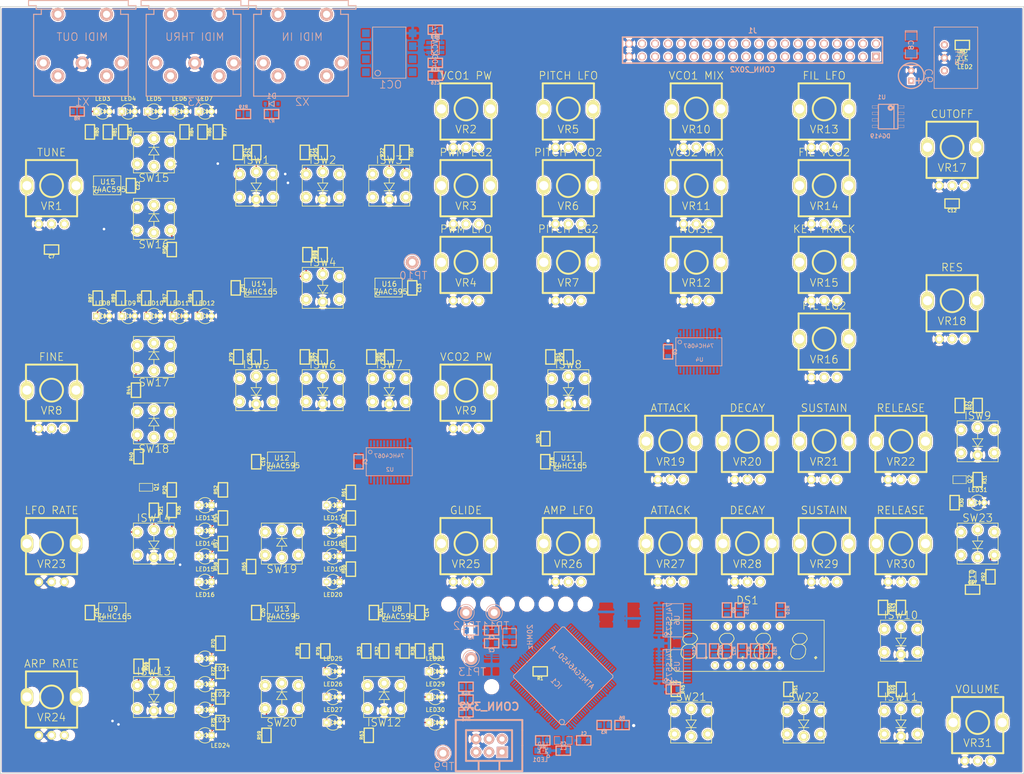
<source format=kicad_pcb>
(kicad_pcb (version 4) (host pcbnew "(2015-01-11 BZR 5365)-product")
  (layers (0 F.Cu signal) (31 B.Cu signal) (34 B.Paste user) (35 F.Paste user) (36 B.SilkS user) (37 F.SilkS user) (38 B.Mask user) (39 F.Mask user) (44 Edge.Cuts user))
  (net 0 "")
  (net 1 "Net-(C1-Pad1)")
  (net 2 GND)
  (net 3 "Net-(C2-Pad2)")
  (net 4 "Net-(C3-Pad2)")
  (net 5 +5V)
  (net 6 "Net-(C5-Pad1)")
  (net 7 +12V)
  (net 8 "Net-(D1-Pad1)")
  (net 9 "Net-(D1-Pad2)")
  (net 10 "Net-(DS1-Pad1)")
  (net 11 "Net-(DS1-Pad2)")
  (net 12 "Net-(DS1-Pad3)")
  (net 13 "Net-(DS1-Pad4)")
  (net 14 "Net-(DS1-Pad5)")
  (net 15 "Net-(DS1-Pad6)")
  (net 16 "Net-(DS1-Pad7)")
  (net 17 "Net-(DS1-Pad8)")
  (net 18 "Net-(DS1-Pad9)")
  (net 19 "Net-(DS1-Pad10)")
  (net 20 "Net-(DS1-Pad11)")
  (net 21 "Net-(DS1-Pad12)")
  (net 22 DB2)
  (net 23 DB1)
  (net 24 DB0)
  (net 25 /DAC4)
  (net 26 /DAC5)
  (net 27 /DAC6)
  (net 28 /DAC7)
  (net 29 POTMUX)
  (net 30 "~POTMUX EN1")
  (net 31 "~POTMUX EN0")
  (net 32 GATE)
  (net 33 "EG2 POL")
  (net 34 "LFO DMUX EN")
  (net 35 "Net-(IC1-Pad96)")
  (net 36 "Net-(IC1-Pad97)")
  (net 37 DB3)
  (net 38 "~DAC WR")
  (net 39 "~DAC RS")
  (net 40 /DAC0)
  (net 41 /DAC1)
  (net 42 /DAC2)
  (net 43 /DAC3)
  (net 44 "TUNE SEL")
  (net 45 DB7)
  (net 46 DB6)
  (net 47 DB5)
  (net 48 DB4)
  (net 49 "UART RX")
  (net 50 "UART TX")
  (net 51 "Net-(IC1-Pad4)")
  (net 52 "Net-(IC1-Pad5)")
  (net 53 "Net-(IC1-Pad6)")
  (net 54 "Net-(IC1-Pad7)")
  (net 55 "Net-(IC1-Pad8)")
  (net 56 "Net-(IC1-Pad9)")
  (net 57 /DAC8)
  (net 58 /DAC9)
  (net 59 "ANALOG SW LATCH")
  (net 60 SCK)
  (net 61 MOSI)
  (net 62 MISO)
  (net 63 "LFO RESET")
  (net 64 "Net-(IC1-Pad28)")
  (net 65 "FREQ IN")
  (net 66 ~RESET)
  (net 67 /DAC10)
  (net 68 /DAC11)
  (net 69 /DAC12)
  (net 70 /DAC13)
  (net 71 "Net-(IC1-Pad41)")
  (net 72 "DAC MUX EN0")
  (net 73 "DAC MUX EN1")
  (net 74 "DAC MUX EN2")
  (net 75 "DAC MUX EN3")
  (net 76 "DISP CATHODE LATCH")
  (net 77 "DISP ANODE LATCH")
  (net 78 "Net-(ISW1-Pad6)")
  (net 79 "Net-(ISW10-Pad6)")
  (net 80 "Net-(ISW12-Pad6)")
  (net 81 "Net-(ISW13-Pad6)")
  (net 82 "Net-(ISW14-Pad6)")
  (net 83 TUNE)
  (net 84 "LFO TUNE")
  (net 85 LFO)
  (net 86 "Net-(LED1-Pad1)")
  (net 87 "Net-(LED2-Pad1)")
  (net 88 "Net-(LED6-Pad1)")
  (net 89 "Net-(LED10-Pad1)")
  (net 90 "Net-(LED11-Pad1)")
  (net 91 "Net-(LED12-Pad1)")
  (net 92 "Net-(LED16-Pad1)")
  (net 93 "Net-(LED17-Pad1)")
  (net 94 "Net-(LED21-Pad1)")
  (net 95 "Net-(LED22-Pad1)")
  (net 96 "Net-(LED26-Pad1)")
  (net 97 "Net-(LED27-Pad1)")
  (net 98 "Net-(OC1-Pad7)")
  (net 99 "Net-(Q1-Pad1)")
  (net 100 "Net-(Q1-Pad2)")
  (net 101 "Net-(Q2-Pad1)")
  (net 102 "Net-(Q2-Pad2)")
  (net 103 "Net-(R2-Pad2)")
  (net 104 "Net-(R3-Pad1)")
  (net 105 "Net-(R6-Pad1)")
  (net 106 "Net-(R7-Pad2)")
  (net 107 "Net-(R8-Pad2)")
  (net 108 "Net-(R9-Pad2)")
  (net 109 "Net-(R10-Pad2)")
  (net 110 "Net-(R11-Pad2)")
  (net 111 "Net-(R12-Pad2)")
  (net 112 "Net-(R13-Pad1)")
  (net 113 "Net-(R13-Pad2)")
  (net 114 "Net-(R14-Pad2)")
  (net 115 "Net-(R15-Pad2)")
  (net 116 "Net-(R16-Pad2)")
  (net 117 "Net-(R17-Pad2)")
  (net 118 "Net-(R19-Pad2)")
  (net 119 "Net-(U2-Pad2)")
  (net 120 "Net-(U2-Pad3)")
  (net 121 "Net-(U2-Pad4)")
  (net 122 "Net-(U2-Pad5)")
  (net 123 "Net-(U2-Pad6)")
  (net 124 "Net-(U2-Pad7)")
  (net 125 "Net-(U2-Pad8)")
  (net 126 "Net-(U2-Pad9)")
  (net 127 "Net-(U2-Pad16)")
  (net 128 "Net-(U2-Pad17)")
  (net 129 "Net-(U2-Pad18)")
  (net 130 "Net-(U2-Pad19)")
  (net 131 "Net-(U2-Pad20)")
  (net 132 "Net-(U2-Pad21)")
  (net 133 "Net-(U2-Pad22)")
  (net 134 "Net-(U2-Pad23)")
  (net 135 "Net-(U4-Pad2)")
  (net 136 "Net-(U4-Pad3)")
  (net 137 "Net-(U4-Pad4)")
  (net 138 "Net-(U4-Pad5)")
  (net 139 "Net-(U4-Pad6)")
  (net 140 "Net-(U4-Pad7)")
  (net 141 "Net-(U4-Pad8)")
  (net 142 "Net-(U4-Pad17)")
  (net 143 "Net-(U4-Pad18)")
  (net 144 "Net-(U4-Pad19)")
  (net 145 "Net-(U4-Pad20)")
  (net 146 "Net-(U4-Pad21)")
  (net 147 "Net-(U4-Pad22)")
  (net 148 "Net-(U4-Pad23)")
  (net 149 "Net-(U5-Pad12)")
  (net 150 "Net-(U5-Pad13)")
  (net 151 "Net-(U5-Pad14)")
  (net 152 "Net-(U5-Pad15)")
  (net 153 "Net-(U7-Pad3)")
  (net 154 "Net-(X1-Pad1)")
  (net 155 "Net-(X1-Pad3)")
  (net 156 "Net-(X2-Pad2)")
  (net 157 "Net-(X2-Pad1)")
  (net 158 "Net-(X2-Pad3)")
  (net 159 "Net-(X3-Pad1)")
  (net 160 "Net-(X3-Pad3)")
  (net 161 "Net-(X1-Pad6)")
  (net 162 "Net-(X2-Pad6)")
  (net 163 "Net-(X3-Pad6)")
  (net 164 DGATE)
  (net 165 "Net-(LED31-Pad1)")
  (net 166 "Net-(IC1-Pad69)")
  (net 167 ~SPI_EN)
  (net 168 SWITCH_LATCH)
  (net 169 LED_LATCH)
  (net 170 ARP_SYNC)
  (net 171 "Net-(ISW1-Pad3)")
  (net 172 "Net-(ISW2-Pad6)")
  (net 173 "Net-(ISW2-Pad3)")
  (net 174 "Net-(ISW3-Pad6)")
  (net 175 "Net-(ISW3-Pad3)")
  (net 176 "Net-(ISW4-Pad6)")
  (net 177 "Net-(ISW4-Pad3)")
  (net 178 "Net-(ISW5-Pad6)")
  (net 179 "Net-(ISW5-Pad3)")
  (net 180 "Net-(ISW6-Pad6)")
  (net 181 "Net-(ISW6-Pad3)")
  (net 182 "Net-(ISW7-Pad6)")
  (net 183 "Net-(ISW7-Pad3)")
  (net 184 "Net-(ISW8-Pad6)")
  (net 185 "Net-(ISW8-Pad3)")
  (net 186 "Net-(ISW9-Pad6)")
  (net 187 "Net-(ISW9-Pad3)")
  (net 188 "Net-(ISW10-Pad3)")
  (net 189 "Net-(ISW11-Pad6)")
  (net 190 "Net-(ISW11-Pad3)")
  (net 191 "Net-(ISW12-Pad3)")
  (net 192 "Net-(ISW13-Pad3)")
  (net 193 "Net-(ISW14-Pad3)")
  (net 194 "Net-(LED3-Pad1)")
  (net 195 "Net-(LED4-Pad1)")
  (net 196 "Net-(LED5-Pad1)")
  (net 197 "Net-(LED7-Pad1)")
  (net 198 "Net-(LED8-Pad1)")
  (net 199 "Net-(LED9-Pad1)")
  (net 200 "Net-(LED13-Pad1)")
  (net 201 "Net-(LED14-Pad1)")
  (net 202 "Net-(LED15-Pad1)")
  (net 203 "Net-(LED18-Pad1)")
  (net 204 "Net-(LED19-Pad1)")
  (net 205 "Net-(LED20-Pad1)")
  (net 206 "Net-(LED23-Pad1)")
  (net 207 "Net-(LED24-Pad1)")
  (net 208 "Net-(LED25-Pad1)")
  (net 209 "Net-(LED28-Pad1)")
  (net 210 "Net-(LED29-Pad1)")
  (net 211 "Net-(LED30-Pad1)")
  (net 212 "Net-(R22-Pad2)")
  (net 213 "Net-(R23-Pad2)")
  (net 214 "Net-(R24-Pad2)")
  (net 215 "Net-(R25-Pad2)")
  (net 216 "Net-(R26-Pad2)")
  (net 217 "Net-(R27-Pad2)")
  (net 218 "Net-(R28-Pad2)")
  (net 219 "Net-(R29-Pad2)")
  (net 220 "Net-(R32-Pad2)")
  (net 221 "Net-(R33-Pad2)")
  (net 222 "Net-(R35-Pad2)")
  (net 223 "Net-(R38-Pad2)")
  (net 224 "Net-(R39-Pad2)")
  (net 225 "Net-(R40-Pad2)")
  (net 226 "Net-(R42-Pad2)")
  (net 227 "Net-(R43-Pad2)")
  (net 228 "Net-(R44-Pad2)")
  (net 229 SPI_SCK)
  (net 230 SPI_MOSI)
  (net 231 SPI_MISO)
  (net 232 "Net-(R49-Pad2)")
  (net 233 "Net-(R50-Pad2)")
  (net 234 "Net-(R52-Pad2)")
  (net 235 "Net-(R54-Pad2)")
  (net 236 "Net-(R57-Pad2)")
  (net 237 "Net-(R58-Pad2)")
  (net 238 "Net-(R61-Pad2)")
  (net 239 "Net-(R62-Pad2)")
  (net 240 "Net-(R64-Pad2)")
  (net 241 "Net-(R66-Pad2)")
  (net 242 "Net-(R67-Pad2)")
  (net 243 "Net-(R69-Pad2)")
  (net 244 "Net-(R70-Pad2)")
  (net 245 "Net-(R72-Pad2)")
  (net 246 "Net-(R73-Pad2)")
  (net 247 "Net-(R75-Pad2)")
  (net 248 "Net-(R76-Pad2)")
  (net 249 "Net-(R78-Pad2)")
  (net 250 "Net-(R80-Pad2)")
  (net 251 "Net-(R81-Pad2)")
  (net 252 "Net-(R83-Pad2)")
  (net 253 "Net-(R84-Pad2)")
  (net 254 "Net-(R86-Pad2)")
  (net 255 "Net-(R87-Pad2)")
  (net 256 "Net-(R89-Pad2)")
  (net 257 "Net-(R90-Pad2)")
  (net 258 "Net-(R92-Pad2)")
  (net 259 "Net-(TP10-Pad1)")
  (net 260 "Net-(U12-Pad14)")
  (net 261 "Net-(U9-Pad7)")
  (net 262 "Net-(U14-Pad10)")
  (net 263 "Net-(U9-Pad10)")
  (net 264 "Net-(U11-Pad7)")
  (net 265 "Net-(U11-Pad10)")
  (net 266 "Net-(U12-Pad9)")
  (net 267 "Net-(U13-Pad9)")
  (net 268 "Net-(U14-Pad7)")
  (net 269 "Net-(U15-Pad9)")
  (net 270 "Net-(R77-Pad2)")
  (net 271 "Net-(R59-Pad2)")
  (net 272 "Net-(R65-Pad2)")
  (net 273 "Net-(R45-Pad2)")
  (net 274 "Net-(R51-Pad2)")
  (net 275 "Net-(U4-Pad16)")
  (net 276 "Net-(IC1-Pad87)")
  (net 277 "Net-(IC1-Pad68)")
  (net 278 "Net-(IC1-Pad13)")
  (net 279 "Net-(IC1-Pad14)")
  (net 280 "Net-(IC1-Pad37)")
  (net 281 "Net-(IC1-Pad38)")
  (net 282 "Net-(IC1-Pad39)")
  (net 283 "Net-(IC1-Pad40)")
  (module synth:SM0603-JRL (layer B.Cu) (at 114 143.5 180)
    (fp_text reference C1 (at 0 1.4 180) (layer B.SilkS) (effects (font (size 0.6096 0.6096) (thickness 0.1524)) (justify mirror)))
    (fp_text value 0.1µ hide)
    (pad 1 smd rect (at -0.8509 0 180) (size 0.8128 1.143) (layers B.Cu B.Paste B.Mask) (net 1 "Net-(C1-Pad1)"))
    (pad 2 smd rect (at 0.8509 0 180) (size 0.8128 1.143) (layers B.Cu B.Paste B.Mask) (net 2 GND))
  )
  (module synth:SM0603-JRL (layer B.Cu) (at 96 124.5)
    (fp_text reference C2 (at 0 1.4) (layer B.SilkS) (effects (font (size 0.6096 0.6096) (thickness 0.1524)) (justify mirror)))
    (fp_text value 24p hide)
    (pad 1 smd rect (at -0.8509 0) (size 0.8128 1.143) (layers B.Cu B.Paste B.Mask) (net 2 GND))
    (pad 2 smd rect (at 0.8509 0) (size 0.8128 1.143) (layers B.Cu B.Paste B.Mask) (net 3 "Net-(C2-Pad2)"))
  )
  (module synth:SM0603-JRL (layer B.Cu) (at 96 122)
    (fp_text reference C3 (at 0 1.4) (layer B.SilkS) (effects (font (size 0.6096 0.6096) (thickness 0.1524)) (justify mirror)))
    (fp_text value 24p hide)
    (pad 1 smd rect (at -0.8509 0) (size 0.8128 1.143) (layers B.Cu B.Paste B.Mask) (net 2 GND))
    (pad 2 smd rect (at 0.8509 0) (size 0.8128 1.143) (layers B.Cu B.Paste B.Mask) (net 4 "Net-(C3-Pad2)"))
  )
  (module synth:SM0603-JRL (layer B.Cu) (at 70 89 90)
    (fp_text reference C4 (at 0 1.4 90) (layer B.SilkS) (effects (font (size 0.6096 0.6096) (thickness 0.1524)) (justify mirror)))
    (fp_text value 0.1µ hide)
    (pad 1 smd rect (at -0.8509 0 90) (size 0.8128 1.143) (layers B.Cu B.Paste B.Mask) (net 5 +5V))
    (pad 2 smd rect (at 0.8509 0 90) (size 0.8128 1.143) (layers B.Cu B.Paste B.Mask) (net 2 GND))
  )
  (module synth:SM0603-JRL (layer B.Cu) (at 110 145.5 180)
    (fp_text reference C5 (at 0 1.4 180) (layer B.SilkS) (effects (font (size 0.6096 0.6096) (thickness 0.1524)) (justify mirror)))
    (fp_text value 0.1µ hide)
    (pad 1 smd rect (at -0.8509 0 180) (size 0.8128 1.143) (layers B.Cu B.Paste B.Mask) (net 6 "Net-(C5-Pad1)"))
    (pad 2 smd rect (at 0.8509 0 180) (size 0.8128 1.143) (layers B.Cu B.Paste B.Mask) (net 2 GND))
  )
  (module MyModules:2MM-POL-CAP (layer B.Cu) (at 178 13.5 90)
    (fp_text reference C6 (at 0 3.5 90) (layer B.SilkS) (effects (font (size 1.5 1.5)) (justify mirror)))
    (fp_text value " 10µ" hide)
    (pad 1 thru_hole rect (at -1 0 90) (size 1.25 1.25) (drill 0.6) (layers *.Cu *.Mask B.SilkS) (net 7 +12V))
    (pad 2 thru_hole circle (at 1 0 90) (size 1.25 1.25) (drill 0.6) (layers *.Cu *.Mask B.SilkS) (net 2 GND))
  )
  (module synth:SM0603-JRL (layer F.Cu) (at 10 47.5 180)
    (fp_text reference C7 (at 0 -1.4 180) (layer F.SilkS) (effects (font (size 0.6096 0.6096) (thickness 0.1524))))
    (fp_text value 0.1µ hide)
    (pad 1 smd rect (at -0.8509 0 180) (size 0.8128 1.143) (layers F.Cu F.Paste F.Mask) (net 5 +5V))
    (pad 2 smd rect (at 0.8509 0 180) (size 0.8128 1.143) (layers F.Cu F.Paste F.Mask) (net 2 GND))
  )
  (module github-smd:SMD-1206_Pol (layer B.Cu) (at 178 7.5 270)
    (fp_text reference C8 (at 0 0 270) (layer B.SilkS) (effects (justify mirror)))
    (fp_text value 2.2µ hide)
    (pad 1 smd rect (at -1.651 0 270) (size 1.524 2.032) (layers B.Cu B.Paste B.Mask) (net 5 +5V))
    (pad 2 smd rect (at 1.651 0 270) (size 1.524 2.032) (layers B.Cu B.Paste B.Mask) (net 2 GND))
  )
  (module synth:SM0603-JRL (layer B.Cu) (at 130.5 67.5 90)
    (fp_text reference C9 (at 0 1.4 90) (layer B.SilkS) (effects (font (size 0.6096 0.6096) (thickness 0.1524)) (justify mirror)))
    (fp_text value 0.1µ hide)
    (pad 1 smd rect (at -0.8509 0 90) (size 0.8128 1.143) (layers B.Cu B.Paste B.Mask) (net 5 +5V))
    (pad 2 smd rect (at 0.8509 0 90) (size 0.8128 1.143) (layers B.Cu B.Paste B.Mask) (net 2 GND))
  )
  (module synth:SM0603-JRL (layer B.Cu) (at 137 126 270)
    (fp_text reference C10 (at 0 1.4 270) (layer B.SilkS) (effects (font (size 0.6096 0.6096) (thickness 0.1524)) (justify mirror)))
    (fp_text value 0.1µ hide)
    (pad 1 smd rect (at -0.8509 0 270) (size 0.8128 1.143) (layers B.Cu B.Paste B.Mask) (net 5 +5V))
    (pad 2 smd rect (at 0.8509 0 270) (size 0.8128 1.143) (layers B.Cu B.Paste B.Mask) (net 2 GND))
  )
  (module synth:SM0603-JRL (layer B.Cu) (at 131.5 133.5 180)
    (fp_text reference C11 (at 0 1.4 180) (layer B.SilkS) (effects (font (size 0.6096 0.6096) (thickness 0.1524)) (justify mirror)))
    (fp_text value 0.1µ hide)
    (pad 1 smd rect (at -0.8509 0 180) (size 0.8128 1.143) (layers B.Cu B.Paste B.Mask) (net 5 +5V))
    (pad 2 smd rect (at 0.8509 0 180) (size 0.8128 1.143) (layers B.Cu B.Paste B.Mask) (net 2 GND))
  )
  (module synth:SM0603-JRL (layer F.Cu) (at 186 38.5 180)
    (fp_text reference C12 (at 0 -1.4 180) (layer F.SilkS) (effects (font (size 0.6096 0.6096) (thickness 0.1524))))
    (fp_text value 0.1µ hide)
    (pad 1 smd rect (at -0.8509 0 180) (size 0.8128 1.143) (layers F.Cu F.Paste F.Mask) (net 5 +5V))
    (pad 2 smd rect (at 0.8509 0 180) (size 0.8128 1.143) (layers F.Cu F.Paste F.Mask) (net 2 GND))
  )
  (module synth:SM0603-JRL (layer F.Cu) (at 80.5 55 270)
    (fp_text reference C13 (at 0 -1.4 270) (layer F.SilkS) (effects (font (size 0.6096 0.6096) (thickness 0.1524))))
    (fp_text value 0.1µ hide)
    (pad 1 smd rect (at -0.8509 0 270) (size 0.8128 1.143) (layers F.Cu F.Paste F.Mask) (net 5 +5V))
    (pad 2 smd rect (at 0.8509 0 270) (size 0.8128 1.143) (layers F.Cu F.Paste F.Mask) (net 2 GND))
  )
  (module synth:SM0603-JRL (layer F.Cu) (at 82 118.5 270)
    (fp_text reference C14 (at 0 -1.4 270) (layer F.SilkS) (effects (font (size 0.6096 0.6096) (thickness 0.1524))))
    (fp_text value 0.1µ hide)
    (pad 1 smd rect (at -0.8509 0 270) (size 0.8128 1.143) (layers F.Cu F.Paste F.Mask) (net 5 +5V))
    (pad 2 smd rect (at 0.8509 0 270) (size 0.8128 1.143) (layers F.Cu F.Paste F.Mask) (net 2 GND))
  )
  (module synth:SM0603-JRL (layer F.Cu) (at 17.5 118.5 270)
    (fp_text reference C15 (at 0 -1.4 270) (layer F.SilkS) (effects (font (size 0.6096 0.6096) (thickness 0.1524))))
    (fp_text value 0.1µ hide)
    (pad 1 smd rect (at -0.8509 0 270) (size 0.8128 1.143) (layers F.Cu F.Paste F.Mask) (net 5 +5V))
    (pad 2 smd rect (at 0.8509 0 270) (size 0.8128 1.143) (layers F.Cu F.Paste F.Mask) (net 2 GND))
  )
  (module synth:SM0603-JRL (layer B.Cu) (at 85 13.5)
    (fp_text reference C16 (at 0 1.4) (layer B.SilkS) (effects (font (size 0.6096 0.6096) (thickness 0.1524)) (justify mirror)))
    (fp_text value 0.1µ hide)
    (pad 1 smd rect (at -0.8509 0) (size 0.8128 1.143) (layers B.Cu B.Paste B.Mask) (net 5 +5V))
    (pad 2 smd rect (at 0.8509 0) (size 0.8128 1.143) (layers B.Cu B.Paste B.Mask) (net 2 GND))
  )
  (module synth:SOD323-JRL (layer B.Cu) (at 53 19 180)
    (fp_text reference D1 (at 0 1.524 180) (layer B.SilkS) (effects (font (size 1.016 1.016) (thickness 0.1524)) (justify mirror)))
    (fp_text value 1N4148 hide)
    (pad 1 smd rect (at -1.2446 0 180) (size 0.6096 0.762) (layers B.Cu B.Paste B.Mask) (net 8 "Net-(D1-Pad1)"))
    (pad 2 smd rect (at 1.2446 0 180) (size 0.6096 0.762) (layers B.Cu B.Paste B.Mask) (net 9 "Net-(D1-Pad2)"))
  )
  (module MyModules:LDQ-M286R1-DISPLAY (layer F.Cu) (at 146 125)
    (fp_text reference DS1 (at 0 -8.89) (layer F.SilkS) (effects (font (size 1.5 1.5))))
    (fp_text value LDQ-M286R1 hide)
    (fp_text user 8.8.8.8. (at 0.25 0.25) (layer F.SilkS) (effects (font (size 5 5) (thickness 0.15) italic)))
    (pad 1 thru_hole circle (at -6.35 3.81) (size 1.2 1.2) (drill 0.65) (layers *.Cu *.Mask F.SilkS) (net 10 "Net-(DS1-Pad1)"))
    (pad 2 thru_hole circle (at -3.81 3.81) (size 1.2 1.2) (drill 0.65) (layers *.Cu *.Mask F.SilkS) (net 11 "Net-(DS1-Pad2)"))
    (pad 3 thru_hole circle (at -1.27 3.81) (size 1.2 1.2) (drill 0.65) (layers *.Cu *.Mask F.SilkS) (net 12 "Net-(DS1-Pad3)"))
    (pad 4 thru_hole circle (at 1.27 3.81) (size 1.2 1.2) (drill 0.65) (layers *.Cu *.Mask F.SilkS) (net 13 "Net-(DS1-Pad4)"))
    (pad 5 thru_hole circle (at 3.81 3.81) (size 1.2 1.2) (drill 0.65) (layers *.Cu *.Mask F.SilkS) (net 14 "Net-(DS1-Pad5)"))
    (pad 6 thru_hole circle (at 6.35 3.81) (size 1.2 1.2) (drill 0.65) (layers *.Cu *.Mask F.SilkS) (net 15 "Net-(DS1-Pad6)"))
    (pad 7 thru_hole circle (at 6.35 -3.81) (size 1.2 1.2) (drill 0.65) (layers *.Cu *.Mask F.SilkS) (net 16 "Net-(DS1-Pad7)"))
    (pad 8 thru_hole circle (at 3.81 -3.81) (size 1.2 1.2) (drill 0.65) (layers *.Cu *.Mask F.SilkS) (net 17 "Net-(DS1-Pad8)"))
    (pad 9 thru_hole circle (at 1.27 -3.81) (size 1.2 1.2) (drill 0.65) (layers *.Cu *.Mask F.SilkS) (net 18 "Net-(DS1-Pad9)"))
    (pad 10 thru_hole circle (at -1.27 -3.81) (size 1.2 1.2) (drill 0.65) (layers *.Cu *.Mask F.SilkS) (net 19 "Net-(DS1-Pad10)"))
    (pad 11 thru_hole circle (at -3.81 -3.81) (size 1.2 1.2) (drill 0.65) (layers *.Cu *.Mask F.SilkS) (net 20 "Net-(DS1-Pad11)"))
    (pad 12 thru_hole circle (at -6.35 -3.81) (size 1.2 1.2) (drill 0.65) (layers *.Cu *.Mask F.SilkS) (net 21 "Net-(DS1-Pad12)"))
  )
  (module github-smd:TQFP-100 (layer B.Cu) (at 110 131 315)
    (fp_text reference IC1 (at 0 1.905 315) (layer B.SilkS) (effects (justify mirror)))
    (fp_text value ATMEGA6450-A (at 0 -2.54 315) (layer B.SilkS) (effects (justify mirror)))
    (pad 100 smd rect (at 7.747 5.9944 315) (size 1.016 0.254) (layers B.Cu B.Paste B.Mask) (net 6 "Net-(C5-Pad1)"))
    (pad 76 smd rect (at 7.747 -5.9944 315) (size 1.016 0.254) (layers B.Cu B.Paste B.Mask) (net 22 DB2))
    (pad 77 smd rect (at 7.747 -5.4864 315) (size 1.016 0.254) (layers B.Cu B.Paste B.Mask) (net 23 DB1))
    (pad 78 smd rect (at 7.747 -5.0038 315) (size 1.016 0.254) (layers B.Cu B.Paste B.Mask) (net 24 DB0))
    (pad 79 smd rect (at 7.747 -4.4958 315) (size 1.016 0.254) (layers B.Cu B.Paste B.Mask))
    (pad 80 smd rect (at 7.747 -3.9878 315) (size 1.016 0.254) (layers B.Cu B.Paste B.Mask) (net 5 +5V))
    (pad 81 smd rect (at 7.747 -3.5052 315) (size 1.016 0.254) (layers B.Cu B.Paste B.Mask) (net 2 GND))
    (pad 82 smd rect (at 7.747 -2.9972 315) (size 1.016 0.254) (layers B.Cu B.Paste B.Mask))
    (pad 83 smd rect (at 7.747 -2.4892 315) (size 1.016 0.254) (layers B.Cu B.Paste B.Mask))
    (pad 84 smd rect (at 7.747 -2.0066 315) (size 1.016 0.254) (layers B.Cu B.Paste B.Mask) (net 76 "DISP CATHODE LATCH"))
    (pad 85 smd rect (at 7.747 -1.4986 315) (size 1.016 0.254) (layers B.Cu B.Paste B.Mask) (net 77 "DISP ANODE LATCH"))
    (pad 86 smd rect (at 7.747 -0.9906 315) (size 1.016 0.254) (layers B.Cu B.Paste B.Mask) (net 59 "ANALOG SW LATCH"))
    (pad 87 smd rect (at 7.747 -0.4826 315) (size 1.016 0.254) (layers B.Cu B.Paste B.Mask) (net 276 "Net-(IC1-Pad87)"))
    (pad 88 smd rect (at 7.747 0 315) (size 1.016 0.254) (layers B.Cu B.Paste B.Mask))
    (pad 89 smd rect (at 7.747 0.508 315) (size 1.016 0.254) (layers B.Cu B.Paste B.Mask))
    (pad 90 smd rect (at 7.747 1.016 315) (size 1.016 0.254) (layers B.Cu B.Paste B.Mask) (net 29 POTMUX))
    (pad 91 smd rect (at 7.747 1.4986 315) (size 1.016 0.254) (layers B.Cu B.Paste B.Mask) (net 30 "~POTMUX EN1"))
    (pad 92 smd rect (at 7.747 2.0066 315) (size 1.016 0.254) (layers B.Cu B.Paste B.Mask) (net 31 "~POTMUX EN0"))
    (pad 93 smd rect (at 7.747 2.5146 315) (size 1.016 0.254) (layers B.Cu B.Paste B.Mask) (net 164 DGATE))
    (pad 94 smd rect (at 7.747 2.9972 315) (size 1.016 0.254) (layers B.Cu B.Paste B.Mask) (net 33 "EG2 POL"))
    (pad 95 smd rect (at 7.747 3.5052 315) (size 1.016 0.254) (layers B.Cu B.Paste B.Mask) (net 34 "LFO DMUX EN"))
    (pad 96 smd rect (at 7.747 4.0132 315) (size 1.016 0.254) (layers B.Cu B.Paste B.Mask) (net 35 "Net-(IC1-Pad96)"))
    (pad 97 smd rect (at 7.747 4.4958 315) (size 1.016 0.254) (layers B.Cu B.Paste B.Mask) (net 36 "Net-(IC1-Pad97)"))
    (pad 98 smd rect (at 7.747 5.0038 315) (size 1.016 0.254) (layers B.Cu B.Paste B.Mask) (net 1 "Net-(C1-Pad1)"))
    (pad 99 smd rect (at 7.747 5.5118 315) (size 1.016 0.254) (layers B.Cu B.Paste B.Mask) (net 2 GND))
    (pad 75 smd rect (at 5.9944 -7.747 315) (size 0.254 1.016) (layers B.Cu B.Paste B.Mask) (net 37 DB3))
    (pad 51 smd rect (at -5.9944 -7.747 315) (size 0.254 1.016) (layers B.Cu B.Paste B.Mask) (net 38 "~DAC WR"))
    (pad 52 smd rect (at -5.4864 -7.747 315) (size 0.254 1.016) (layers B.Cu B.Paste B.Mask) (net 39 "~DAC RS"))
    (pad 53 smd rect (at -5.0038 -7.747 315) (size 0.254 1.016) (layers B.Cu B.Paste B.Mask) (net 57 /DAC8))
    (pad 54 smd rect (at -4.4958 -7.747 315) (size 0.254 1.016) (layers B.Cu B.Paste B.Mask) (net 58 /DAC9))
    (pad 55 smd rect (at -3.9878 -7.747 315) (size 0.254 1.016) (layers B.Cu B.Paste B.Mask) (net 67 /DAC10))
    (pad 56 smd rect (at -3.5052 -7.747 315) (size 0.254 1.016) (layers B.Cu B.Paste B.Mask) (net 68 /DAC11))
    (pad 57 smd rect (at -2.9972 -7.747 315) (size 0.254 1.016) (layers B.Cu B.Paste B.Mask) (net 69 /DAC12))
    (pad 58 smd rect (at -2.4892 -7.747 315) (size 0.254 1.016) (layers B.Cu B.Paste B.Mask) (net 70 /DAC13))
    (pad 59 smd rect (at -2.0066 -7.747 315) (size 0.254 1.016) (layers B.Cu B.Paste B.Mask))
    (pad 60 smd rect (at -1.4986 -7.747 315) (size 0.254 1.016) (layers B.Cu B.Paste B.Mask))
    (pad 61 smd rect (at -0.9906 -7.747 315) (size 0.254 1.016) (layers B.Cu B.Paste B.Mask))
    (pad 62 smd rect (at -0.4826 -7.747 315) (size 0.254 1.016) (layers B.Cu B.Paste B.Mask))
    (pad 63 smd rect (at 0 -7.747 315) (size 0.254 1.016) (layers B.Cu B.Paste B.Mask) (net 72 "DAC MUX EN0"))
    (pad 64 smd rect (at 0.508 -7.747 315) (size 0.254 1.016) (layers B.Cu B.Paste B.Mask) (net 73 "DAC MUX EN1"))
    (pad 65 smd rect (at 1.016 -7.747 315) (size 0.254 1.016) (layers B.Cu B.Paste B.Mask) (net 74 "DAC MUX EN2"))
    (pad 66 smd rect (at 1.4986 -7.747 315) (size 0.254 1.016) (layers B.Cu B.Paste B.Mask) (net 75 "DAC MUX EN3"))
    (pad 67 smd rect (at 2.0066 -7.747 315) (size 0.254 1.016) (layers B.Cu B.Paste B.Mask))
    (pad 68 smd rect (at 2.5146 -7.747 315) (size 0.254 1.016) (layers B.Cu B.Paste B.Mask) (net 277 "Net-(IC1-Pad68)"))
    (pad 69 smd rect (at 2.9972 -7.747 315) (size 0.254 1.016) (layers B.Cu B.Paste B.Mask) (net 166 "Net-(IC1-Pad69)"))
    (pad 70 smd rect (at 3.5052 -7.747 315) (size 0.254 1.016) (layers B.Cu B.Paste B.Mask) (net 44 "TUNE SEL"))
    (pad 71 smd rect (at 4.0132 -7.747 315) (size 0.254 1.016) (layers B.Cu B.Paste B.Mask) (net 45 DB7))
    (pad 72 smd rect (at 4.4958 -7.747 315) (size 0.254 1.016) (layers B.Cu B.Paste B.Mask) (net 46 DB6))
    (pad 73 smd rect (at 5.0038 -7.747 315) (size 0.254 1.016) (layers B.Cu B.Paste B.Mask) (net 47 DB5))
    (pad 74 smd rect (at 5.5118 -7.747 315) (size 0.254 1.016) (layers B.Cu B.Paste B.Mask) (net 48 DB4))
    (pad 1 smd rect (at 5.9944 7.747 315) (size 0.254 1.016) (layers B.Cu B.Paste B.Mask))
    (pad 2 smd rect (at 5.4864 7.747 315) (size 0.254 1.016) (layers B.Cu B.Paste B.Mask) (net 49 "UART RX"))
    (pad 3 smd rect (at 5.0038 7.747 315) (size 0.254 1.016) (layers B.Cu B.Paste B.Mask) (net 50 "UART TX"))
    (pad 4 smd rect (at 4.4958 7.747 315) (size 0.254 1.016) (layers B.Cu B.Paste B.Mask) (net 51 "Net-(IC1-Pad4)"))
    (pad 5 smd rect (at 3.9878 7.747 315) (size 0.254 1.016) (layers B.Cu B.Paste B.Mask) (net 52 "Net-(IC1-Pad5)"))
    (pad 6 smd rect (at 3.5052 7.747 315) (size 0.254 1.016) (layers B.Cu B.Paste B.Mask) (net 53 "Net-(IC1-Pad6)"))
    (pad 7 smd rect (at 2.9972 7.747 315) (size 0.254 1.016) (layers B.Cu B.Paste B.Mask) (net 54 "Net-(IC1-Pad7)"))
    (pad 8 smd rect (at 2.4892 7.747 315) (size 0.254 1.016) (layers B.Cu B.Paste B.Mask) (net 55 "Net-(IC1-Pad8)"))
    (pad 9 smd rect (at 2.0066 7.747 315) (size 0.254 1.016) (layers B.Cu B.Paste B.Mask) (net 56 "Net-(IC1-Pad9)"))
    (pad 10 smd rect (at 1.4986 7.747 315) (size 0.254 1.016) (layers B.Cu B.Paste B.Mask) (net 5 +5V))
    (pad 11 smd rect (at 0.9906 7.747 315) (size 0.254 1.016) (layers B.Cu B.Paste B.Mask) (net 2 GND))
    (pad 12 smd rect (at 0.4826 7.747 315) (size 0.254 1.016) (layers B.Cu B.Paste B.Mask))
    (pad 13 smd rect (at 0 7.747 315) (size 0.254 1.016) (layers B.Cu B.Paste B.Mask) (net 278 "Net-(IC1-Pad13)"))
    (pad 14 smd rect (at -0.508 7.747 315) (size 0.254 1.016) (layers B.Cu B.Paste B.Mask) (net 279 "Net-(IC1-Pad14)"))
    (pad 15 smd rect (at -1.016 7.747 315) (size 0.254 1.016) (layers B.Cu B.Paste B.Mask))
    (pad 16 smd rect (at -1.4986 7.747 315) (size 0.254 1.016) (layers B.Cu B.Paste B.Mask))
    (pad 17 smd rect (at -2.0066 7.747 315) (size 0.254 1.016) (layers B.Cu B.Paste B.Mask))
    (pad 18 smd rect (at -2.5146 7.747 315) (size 0.254 1.016) (layers B.Cu B.Paste B.Mask))
    (pad 19 smd rect (at -2.9972 7.747 315) (size 0.254 1.016) (layers B.Cu B.Paste B.Mask) (net 167 ~SPI_EN))
    (pad 20 smd rect (at -3.5052 7.747 315) (size 0.254 1.016) (layers B.Cu B.Paste B.Mask) (net 60 SCK))
    (pad 21 smd rect (at -4.0132 7.747 315) (size 0.254 1.016) (layers B.Cu B.Paste B.Mask) (net 61 MOSI))
    (pad 22 smd rect (at -4.4958 7.747 315) (size 0.254 1.016) (layers B.Cu B.Paste B.Mask) (net 62 MISO))
    (pad 23 smd rect (at -5.0038 7.747 315) (size 0.254 1.016) (layers B.Cu B.Paste B.Mask) (net 63 "LFO RESET"))
    (pad 24 smd rect (at -5.5118 7.747 315) (size 0.254 1.016) (layers B.Cu B.Paste B.Mask) (net 168 SWITCH_LATCH))
    (pad 25 smd rect (at -5.9944 7.747 315) (size 0.254 1.016) (layers B.Cu B.Paste B.Mask) (net 169 LED_LATCH))
    (pad 26 smd rect (at -7.747 5.9944 315) (size 1.016 0.254) (layers B.Cu B.Paste B.Mask) (net 170 ARP_SYNC))
    (pad 27 smd rect (at -7.747 5.4864 315) (size 1.016 0.254) (layers B.Cu B.Paste B.Mask))
    (pad 28 smd rect (at -7.747 5.0038 315) (size 1.016 0.254) (layers B.Cu B.Paste B.Mask) (net 64 "Net-(IC1-Pad28)"))
    (pad 29 smd rect (at -7.747 4.4958 315) (size 1.016 0.254) (layers B.Cu B.Paste B.Mask) (net 65 "FREQ IN"))
    (pad 30 smd rect (at -7.747 3.9878 315) (size 1.016 0.254) (layers B.Cu B.Paste B.Mask) (net 66 ~RESET))
    (pad 31 smd rect (at -7.747 3.5052 315) (size 1.016 0.254) (layers B.Cu B.Paste B.Mask) (net 5 +5V))
    (pad 32 smd rect (at -7.747 2.9972 315) (size 1.016 0.254) (layers B.Cu B.Paste B.Mask) (net 2 GND))
    (pad 33 smd rect (at -7.747 2.4892 315) (size 1.016 0.254) (layers B.Cu B.Paste B.Mask) (net 3 "Net-(C2-Pad2)"))
    (pad 34 smd rect (at -7.747 2.0066 315) (size 1.016 0.254) (layers B.Cu B.Paste B.Mask) (net 4 "Net-(C3-Pad2)"))
    (pad 35 smd rect (at -7.747 1.4986 315) (size 1.016 0.254) (layers B.Cu B.Paste B.Mask))
    (pad 36 smd rect (at -7.747 0.9906 315) (size 1.016 0.254) (layers B.Cu B.Paste B.Mask))
    (pad 37 smd rect (at -7.747 0.4826 315) (size 1.016 0.254) (layers B.Cu B.Paste B.Mask) (net 280 "Net-(IC1-Pad37)"))
    (pad 38 smd rect (at -7.747 0 315) (size 1.016 0.254) (layers B.Cu B.Paste B.Mask) (net 281 "Net-(IC1-Pad38)"))
    (pad 39 smd rect (at -7.747 -0.508 315) (size 1.016 0.254) (layers B.Cu B.Paste B.Mask) (net 282 "Net-(IC1-Pad39)"))
    (pad 40 smd rect (at -7.747 -1.016 315) (size 1.016 0.254) (layers B.Cu B.Paste B.Mask) (net 283 "Net-(IC1-Pad40)"))
    (pad 41 smd rect (at -7.747 -1.4986 315) (size 1.016 0.254) (layers B.Cu B.Paste B.Mask) (net 71 "Net-(IC1-Pad41)"))
    (pad 42 smd rect (at -7.747 -2.0066 315) (size 1.016 0.254) (layers B.Cu B.Paste B.Mask))
    (pad 43 smd rect (at -7.747 -2.5146 315) (size 1.016 0.254) (layers B.Cu B.Paste B.Mask) (net 40 /DAC0))
    (pad 44 smd rect (at -7.747 -2.9972 315) (size 1.016 0.254) (layers B.Cu B.Paste B.Mask) (net 41 /DAC1))
    (pad 45 smd rect (at -7.747 -3.5052 315) (size 1.016 0.254) (layers B.Cu B.Paste B.Mask) (net 42 /DAC2))
    (pad 46 smd rect (at -7.747 -4.0132 315) (size 1.016 0.254) (layers B.Cu B.Paste B.Mask) (net 43 /DAC3))
    (pad 47 smd rect (at -7.747 -4.4958 315) (size 1.016 0.254) (layers B.Cu B.Paste B.Mask) (net 25 /DAC4))
    (pad 48 smd rect (at -7.747 -5.0038 315) (size 1.016 0.254) (layers B.Cu B.Paste B.Mask) (net 26 /DAC5))
    (pad 49 smd rect (at -7.747 -5.5118 315) (size 1.016 0.254) (layers B.Cu B.Paste B.Mask) (net 27 /DAC6))
    (pad 50 smd rect (at -7.747 -5.9944 315) (size 1.016 0.254) (layers B.Cu B.Paste B.Mask) (net 28 /DAC7))
  )
  (module synth:CONN-2X3-0100R (layer B.Cu) (at 95.5 144.5)
    (fp_text reference ISP1 hide)
    (fp_text value CONN_3X2 (at 0 -7.62) (layer B.SilkS) (effects (font (thickness 0.3048)) (justify mirror)))
    (pad 5 thru_hole circle (at -2.54 1.27) (size 2.032 2.032) (drill 1.02108) (layers *.Cu *.Mask B.SilkS) (net 66 ~RESET) (clearance 0.127))
    (pad 3 thru_hole circle (at 0 1.27) (size 2.032 2.032) (drill 1.02108) (layers *.Cu *.Mask B.SilkS) (net 60 SCK) (clearance 0.127))
    (pad 1 thru_hole rect (at 2.54 1.27) (size 2.032 2.032) (drill 1.02108) (layers *.Cu *.Mask B.SilkS) (net 62 MISO) (clearance 0.127))
    (pad 6 thru_hole circle (at -2.54 -1.27) (size 2.032 2.032) (drill 1.02108) (layers *.Cu *.Mask B.SilkS) (net 2 GND) (clearance 0.127))
    (pad 4 thru_hole circle (at 0 -1.27) (size 2.032 2.032) (drill 1.02108) (layers *.Cu *.Mask B.SilkS) (net 61 MOSI) (clearance 0.127))
    (pad 2 thru_hole circle (at 2.54 -1.27) (size 2.032 2.032) (drill 1.02108) (layers *.Cu *.Mask B.SilkS) (net 5 +5V) (clearance 0.127))
  )
  (module DIY:PIN_ARRAY_20X2 (layer B.Cu) (at 147 8.5 180)
    (fp_text reference J1 (at 0 3.81 180) (layer B.SilkS) (effects (font (size 1.016 1.016) (thickness 0.2032)) (justify mirror)))
    (fp_text value CONN_20X2 (at 0 -3.81 180) (layer B.SilkS) (effects (font (size 1.016 1.016) (thickness 0.2032)) (justify mirror)))
    (pad 1 thru_hole rect (at -24.13 -1.27 180) (size 1.524 1.524) (drill 0.8128) (layers *.Cu *.Mask B.SilkS) (net 7 +12V))
    (pad 2 thru_hole circle (at -24.13 1.27 180) (size 1.524 1.524) (drill 1.016) (layers *.Cu *.Mask B.SilkS) (net 7 +12V))
    (pad 11 thru_hole circle (at -11.43 -1.27 180) (size 1.524 1.524) (drill 1.016) (layers *.Cu *.Mask B.SilkS) (net 48 DB4))
    (pad 4 thru_hole circle (at -21.59 1.27 180) (size 1.524 1.524) (drill 1.016) (layers *.Cu *.Mask B.SilkS) (net 83 TUNE))
    (pad 13 thru_hole circle (at -8.89 -1.27 180) (size 1.524 1.524) (drill 1.016) (layers *.Cu *.Mask B.SilkS) (net 47 DB5))
    (pad 6 thru_hole circle (at -19.05 1.27 180) (size 1.524 1.524) (drill 1.016) (layers *.Cu *.Mask B.SilkS) (net 84 "LFO TUNE"))
    (pad 15 thru_hole circle (at -6.35 -1.27 180) (size 1.524 1.524) (drill 1.016) (layers *.Cu *.Mask B.SilkS) (net 46 DB6))
    (pad 8 thru_hole circle (at -16.51 1.27 180) (size 1.524 1.524) (drill 1.016) (layers *.Cu *.Mask B.SilkS) (net 39 "~DAC RS"))
    (pad 17 thru_hole circle (at -3.81 -1.27 180) (size 1.524 1.524) (drill 1.016) (layers *.Cu *.Mask B.SilkS) (net 45 DB7))
    (pad 10 thru_hole circle (at -13.97 1.27 180) (size 1.524 1.524) (drill 1.016) (layers *.Cu *.Mask B.SilkS) (net 38 "~DAC WR"))
    (pad 19 thru_hole circle (at -1.27 -1.27 180) (size 1.524 1.524) (drill 1.016) (layers *.Cu *.Mask B.SilkS) (net 59 "ANALOG SW LATCH"))
    (pad 12 thru_hole circle (at -11.43 1.27 180) (size 1.524 1.524) (drill 1.016) (layers *.Cu *.Mask B.SilkS) (net 40 /DAC0))
    (pad 21 thru_hole circle (at 1.27 -1.27 180) (size 1.524 1.524) (drill 1.016) (layers *.Cu *.Mask B.SilkS) (net 72 "DAC MUX EN0"))
    (pad 14 thru_hole circle (at -8.89 1.27 180) (size 1.524 1.524) (drill 1.016) (layers *.Cu *.Mask B.SilkS) (net 41 /DAC1))
    (pad 23 thru_hole circle (at 3.81 -1.27 180) (size 1.524 1.524) (drill 1.016) (layers *.Cu *.Mask B.SilkS) (net 73 "DAC MUX EN1"))
    (pad 16 thru_hole circle (at -6.35 1.27 180) (size 1.524 1.524) (drill 1.016) (layers *.Cu *.Mask B.SilkS) (net 42 /DAC2))
    (pad 25 thru_hole circle (at 6.35 -1.27 180) (size 1.524 1.524) (drill 1.016) (layers *.Cu *.Mask B.SilkS) (net 74 "DAC MUX EN2"))
    (pad 18 thru_hole circle (at -3.81 1.27 180) (size 1.524 1.524) (drill 1.016) (layers *.Cu *.Mask B.SilkS) (net 43 /DAC3))
    (pad 27 thru_hole circle (at 8.89 -1.27 180) (size 1.524 1.524) (drill 1.016) (layers *.Cu *.Mask B.SilkS) (net 75 "DAC MUX EN3"))
    (pad 20 thru_hole circle (at -1.27 1.27 180) (size 1.524 1.524) (drill 1.016) (layers *.Cu *.Mask B.SilkS) (net 25 /DAC4))
    (pad 29 thru_hole circle (at 11.43 -1.27 180) (size 1.524 1.524) (drill 1.016) (layers *.Cu *.Mask B.SilkS) (net 34 "LFO DMUX EN"))
    (pad 22 thru_hole circle (at 1.27 1.27 180) (size 1.524 1.524) (drill 1.016) (layers *.Cu *.Mask B.SilkS) (net 26 /DAC5))
    (pad 31 thru_hole circle (at 13.97 -1.27 180) (size 1.524 1.524) (drill 1.016) (layers *.Cu *.Mask B.SilkS) (net 63 "LFO RESET"))
    (pad 24 thru_hole circle (at 3.81 1.27 180) (size 1.524 1.524) (drill 1.016) (layers *.Cu *.Mask B.SilkS) (net 27 /DAC6))
    (pad 26 thru_hole circle (at 6.35 1.27 180) (size 1.524 1.524) (drill 1.016) (layers *.Cu *.Mask B.SilkS) (net 28 /DAC7))
    (pad 33 thru_hole circle (at 16.51 -1.27 180) (size 1.524 1.524) (drill 1.016) (layers *.Cu *.Mask B.SilkS) (net 85 LFO))
    (pad 28 thru_hole circle (at 8.89 1.27 180) (size 1.524 1.524) (drill 1.016) (layers *.Cu *.Mask B.SilkS) (net 57 /DAC8))
    (pad 32 thru_hole circle (at 13.97 1.27 180) (size 1.524 1.524) (drill 1.016) (layers *.Cu *.Mask B.SilkS) (net 67 /DAC10))
    (pad 34 thru_hole circle (at 16.51 1.27 180) (size 1.524 1.524) (drill 1.016) (layers *.Cu *.Mask B.SilkS) (net 68 /DAC11))
    (pad 36 thru_hole circle (at 19.05 1.27 180) (size 1.524 1.524) (drill 1.016) (layers *.Cu *.Mask B.SilkS) (net 69 /DAC12))
    (pad 38 thru_hole circle (at 21.59 1.27 180) (size 1.524 1.524) (drill 1.016) (layers *.Cu *.Mask B.SilkS) (net 70 /DAC13))
    (pad 35 thru_hole circle (at 19.05 -1.27 180) (size 1.524 1.524) (drill 1.016) (layers *.Cu *.Mask B.SilkS) (net 32 GATE))
    (pad 37 thru_hole circle (at 21.59 -1.27 180) (size 1.524 1.524) (drill 1.016) (layers *.Cu *.Mask B.SilkS) (net 33 "EG2 POL"))
    (pad 3 thru_hole circle (at -21.59 -1.27 180) (size 1.524 1.524) (drill 1.016) (layers *.Cu *.Mask B.SilkS) (net 24 DB0))
    (pad 5 thru_hole circle (at -19.05 -1.27 180) (size 1.524 1.524) (drill 1.016) (layers *.Cu *.Mask B.SilkS) (net 23 DB1))
    (pad 7 thru_hole circle (at -16.51 -1.27 180) (size 1.524 1.524) (drill 1.016) (layers *.Cu *.Mask B.SilkS) (net 22 DB2))
    (pad 9 thru_hole circle (at -13.97 -1.27 180) (size 1.524 1.524) (drill 1.016) (layers *.Cu *.Mask B.SilkS) (net 37 DB3))
    (pad 39 thru_hole circle (at 24.13 -1.27 180) (size 1.524 1.524) (drill 1.016) (layers *.Cu *.Mask B.SilkS) (net 2 GND))
    (pad 40 thru_hole circle (at 24.13 1.27 180) (size 1.524 1.524) (drill 1.016) (layers *.Cu *.Mask B.SilkS) (net 2 GND))
    (pad 30 thru_hole circle (at 11.43 1.27 180) (size 1.524 1.524) (drill 1.016) (layers *.Cu *.Mask B.SilkS) (net 58 /DAC9))
  )
  (module MyModules:SM0805-HAND (layer B.Cu) (at 110 143.5)
    (fp_text reference L1 (at 0 1.397) (layer B.SilkS) (effects (font (size 0.8128 0.8128) (thickness 0.1524)) (justify mirror)))
    (fp_text value 10µH hide)
    (pad 1 smd rect (at -1.0795 0) (size 1.143 1.397) (layers B.Cu B.Paste B.Mask) (net 5 +5V))
    (pad 2 smd rect (at 1.0795 0) (size 1.143 1.397) (layers B.Cu B.Paste B.Mask) (net 6 "Net-(C5-Pad1)"))
  )
  (module synth:LED-0805-JRL (layer B.Cu) (at 106 145.5)
    (fp_text reference LED1 (at -0.508 1.778) (layer B.SilkS) (effects (font (size 0.8128 0.8128) (thickness 0.1524)) (justify mirror)))
    (fp_text value LED (at 0 -1.27) (layer B.SilkS) (effects (font (size 0.762 0.762) (thickness 0.127)) (justify mirror)))
    (pad 1 smd rect (at -1.04902 0) (size 1.19888 1.19888) (layers B.Cu B.Paste B.Mask) (net 86 "Net-(LED1-Pad1)"))
    (pad 2 smd rect (at 1.04902 0) (size 1.19888 1.19888) (layers B.Cu B.Paste B.Mask) (net 2 GND))
  )
  (module synth:LED-0805-JRL (layer F.Cu) (at 188 10 180)
    (fp_text reference LED2 (at -0.508 -1.778 180) (layer F.SilkS) (effects (font (size 0.8128 0.8128) (thickness 0.1524))))
    (fp_text value LED (at 0 1.27 180) (layer F.SilkS) (effects (font (size 0.762 0.762) (thickness 0.127))))
    (pad 1 smd rect (at -1.04902 0 180) (size 1.19888 1.19888) (layers F.Cu F.Paste F.Mask) (net 87 "Net-(LED2-Pad1)"))
    (pad 2 smd rect (at 1.04902 0 180) (size 1.19888 1.19888) (layers F.Cu F.Paste F.Mask) (net 2 GND))
  )
  (module MyModules:8-SMD (layer B.Cu) (at 76 9 90)
    (fp_text reference OC1 (at -6.25 0.25 360) (layer B.SilkS) (effects (font (size 1.5 1.5)) (justify mirror)))
    (fp_text value 6N137 hide)
    (pad 2 smd rect (at -1.27 -4.572 90) (size 1.5 1.5) (layers B.Cu B.Paste B.Mask) (net 9 "Net-(D1-Pad2)"))
    (pad 3 smd rect (at 1.27 -4.572 90) (size 1.5 1.5) (layers B.Cu B.Paste B.Mask) (net 8 "Net-(D1-Pad1)"))
    (pad 4 smd rect (at 3.81 -4.572 90) (size 1.5 1.5) (layers B.Cu B.Paste B.Mask))
    (pad 1 smd rect (at -3.81 -4.572 90) (size 1.5 1.5) (layers B.Cu B.Paste B.Mask))
    (pad 8 smd rect (at -3.81 4.572 90) (size 1.5 1.5) (layers B.Cu B.Paste B.Mask) (net 5 +5V))
    (pad 7 smd rect (at -1.27 4.572 90) (size 1.5 1.5) (layers B.Cu B.Paste B.Mask) (net 98 "Net-(OC1-Pad7)"))
    (pad 6 smd rect (at 1.27 4.572 90) (size 1.5 1.5) (layers B.Cu B.Paste B.Mask) (net 49 "UART RX"))
    (pad 5 smd rect (at 3.81 4.572 90) (size 1.5 1.5) (layers B.Cu B.Paste B.Mask) (net 2 GND))
  )
  (module synth:SOT23-JRL (layer F.Cu) (at 28.5 94)
    (fp_text reference Q1 (at 1.99898 -0.09906 90) (layer F.SilkS) (effects (font (size 0.8128 0.8128) (thickness 0.1524))))
    (fp_text value 2N3904 hide)
    (pad 3 smd rect (at 0 -1.27) (size 0.70104 1.00076) (layers F.Cu F.Paste F.Mask) (net 5 +5V))
    (pad 1 smd rect (at 0.9525 1.27) (size 0.70104 1.00076) (layers F.Cu F.Paste F.Mask) (net 99 "Net-(Q1-Pad1)"))
    (pad 2 smd rect (at -0.9525 1.27) (size 0.70104 1.00076) (layers F.Cu F.Paste F.Mask) (net 100 "Net-(Q1-Pad2)"))
  )
  (module synth:SOT23-JRL (layer F.Cu) (at 187.5 92.5)
    (fp_text reference Q2 (at 1.99898 -0.09906 90) (layer F.SilkS) (effects (font (size 0.8128 0.8128) (thickness 0.1524))))
    (fp_text value 2N3904 hide)
    (pad 3 smd rect (at 0 -1.27) (size 0.70104 1.00076) (layers F.Cu F.Paste F.Mask) (net 5 +5V))
    (pad 1 smd rect (at 0.9525 1.27) (size 0.70104 1.00076) (layers F.Cu F.Paste F.Mask) (net 101 "Net-(Q2-Pad1)"))
    (pad 2 smd rect (at -0.9525 1.27) (size 0.70104 1.00076) (layers F.Cu F.Paste F.Mask) (net 102 "Net-(Q2-Pad2)"))
  )
  (module synth:SM0603-JRL (layer F.Cu) (at 105.5 130 180)
    (fp_text reference R1 (at 0 -1.4 180) (layer F.SilkS) (effects (font (size 0.6096 0.6096) (thickness 0.1524))))
    (fp_text value 100K hide)
    (pad 1 smd rect (at -0.8509 0 180) (size 0.8128 1.143) (layers F.Cu F.Paste F.Mask) (net 5 +5V))
    (pad 2 smd rect (at 0.8509 0 180) (size 0.8128 1.143) (layers F.Cu F.Paste F.Mask) (net 66 ~RESET))
  )
  (module synth:SM0603-JRL (layer B.Cu) (at 92 122)
    (fp_text reference R2 (at 0 1.4) (layer B.SilkS) (effects (font (size 0.6096 0.6096) (thickness 0.1524)) (justify mirror)))
    (fp_text value 1K hide)
    (pad 1 smd rect (at -0.8509 0) (size 0.8128 1.143) (layers B.Cu B.Paste B.Mask) (net 65 "FREQ IN"))
    (pad 2 smd rect (at 0.8509 0) (size 0.8128 1.143) (layers B.Cu B.Paste B.Mask) (net 103 "Net-(R2-Pad2)"))
  )
  (module synth:SM0603-JRL (layer B.Cu) (at 118 140.5)
    (fp_text reference R3 (at 0 1.4) (layer B.SilkS) (effects (font (size 0.6096 0.6096) (thickness 0.1524)) (justify mirror)))
    (fp_text value 1K hide)
    (pad 1 smd rect (at -0.8509 0) (size 0.8128 1.143) (layers B.Cu B.Paste B.Mask) (net 104 "Net-(R3-Pad1)"))
    (pad 2 smd rect (at 0.8509 0) (size 0.8128 1.143) (layers B.Cu B.Paste B.Mask) (net 29 POTMUX))
  )
  (module synth:SM0603-JRL (layer B.Cu) (at 106 143.5)
    (fp_text reference R4 (at 0 1.4) (layer B.SilkS) (effects (font (size 0.6096 0.6096) (thickness 0.1524)) (justify mirror)))
    (fp_text value 330 hide)
    (pad 1 smd rect (at -0.8509 0) (size 0.8128 1.143) (layers B.Cu B.Paste B.Mask) (net 86 "Net-(LED1-Pad1)"))
    (pad 2 smd rect (at 0.8509 0) (size 0.8128 1.143) (layers B.Cu B.Paste B.Mask) (net 51 "Net-(IC1-Pad4)"))
  )
  (module synth:SM0603-JRL (layer F.Cu) (at 188 7.5 180)
    (fp_text reference R5 (at 0 -1.4 180) (layer F.SilkS) (effects (font (size 0.6096 0.6096) (thickness 0.1524))))
    (fp_text value 330 hide)
    (pad 1 smd rect (at -0.8509 0 180) (size 0.8128 1.143) (layers F.Cu F.Paste F.Mask) (net 87 "Net-(LED2-Pad1)"))
    (pad 2 smd rect (at 0.8509 0 180) (size 0.8128 1.143) (layers F.Cu F.Paste F.Mask) (net 5 +5V))
  )
  (module synth:SM0603-JRL (layer B.Cu) (at 121.5 140.5 180)
    (fp_text reference R6 (at 0 1.4 180) (layer B.SilkS) (effects (font (size 0.6096 0.6096) (thickness 0.1524)) (justify mirror)))
    (fp_text value 1K hide)
    (pad 1 smd rect (at -0.8509 0 180) (size 0.8128 1.143) (layers B.Cu B.Paste B.Mask) (net 105 "Net-(R6-Pad1)"))
    (pad 2 smd rect (at 0.8509 0 180) (size 0.8128 1.143) (layers B.Cu B.Paste B.Mask) (net 29 POTMUX))
  )
  (module synth:SM0603-JRL (layer B.Cu) (at 53 21)
    (fp_text reference R7 (at 0 1.4) (layer B.SilkS) (effects (font (size 0.6096 0.6096) (thickness 0.1524)) (justify mirror)))
    (fp_text value 220 hide)
    (pad 1 smd rect (at -0.8509 0) (size 0.8128 1.143) (layers B.Cu B.Paste B.Mask) (net 9 "Net-(D1-Pad2)"))
    (pad 2 smd rect (at 0.8509 0) (size 0.8128 1.143) (layers B.Cu B.Paste B.Mask) (net 106 "Net-(R7-Pad2)"))
  )
  (module synth:SM0603-JRL (layer B.Cu) (at 15 20.5)
    (fp_text reference R8 (at 0 1.4) (layer B.SilkS) (effects (font (size 0.6096 0.6096) (thickness 0.1524)) (justify mirror)))
    (fp_text value 220 hide)
    (pad 1 smd rect (at -0.8509 0) (size 0.8128 1.143) (layers B.Cu B.Paste B.Mask) (net 5 +5V))
    (pad 2 smd rect (at 0.8509 0) (size 0.8128 1.143) (layers B.Cu B.Paste B.Mask) (net 107 "Net-(R8-Pad2)"))
  )
  (module synth:SM0603-JRL (layer B.Cu) (at 142 118 90)
    (fp_text reference R9 (at 0 1.4 90) (layer B.SilkS) (effects (font (size 0.6096 0.6096) (thickness 0.1524)) (justify mirror)))
    (fp_text value 470 hide)
    (pad 1 smd rect (at -0.8509 0 90) (size 0.8128 1.143) (layers B.Cu B.Paste B.Mask) (net 20 "Net-(DS1-Pad11)"))
    (pad 2 smd rect (at 0.8509 0 90) (size 0.8128 1.143) (layers B.Cu B.Paste B.Mask) (net 108 "Net-(R9-Pad2)"))
  )
  (module synth:SM0603-JRL (layer B.Cu) (at 152.5 118 90)
    (fp_text reference R10 (at 0 1.4 90) (layer B.SilkS) (effects (font (size 0.6096 0.6096) (thickness 0.1524)) (justify mirror)))
    (fp_text value 560 hide)
    (pad 1 smd rect (at -0.8509 0 90) (size 0.8128 1.143) (layers B.Cu B.Paste B.Mask) (net 16 "Net-(DS1-Pad7)"))
    (pad 2 smd rect (at 0.8509 0 90) (size 0.8128 1.143) (layers B.Cu B.Paste B.Mask) (net 109 "Net-(R10-Pad2)"))
  )
  (module synth:SM0603-JRL (layer B.Cu) (at 147.5 126 90)
    (fp_text reference R11 (at 0 1.4 90) (layer B.SilkS) (effects (font (size 0.6096 0.6096) (thickness 0.1524)) (justify mirror)))
    (fp_text value 560 hide)
    (pad 1 smd rect (at -0.8509 0 90) (size 0.8128 1.143) (layers B.Cu B.Paste B.Mask) (net 13 "Net-(DS1-Pad4)"))
    (pad 2 smd rect (at 0.8509 0 90) (size 0.8128 1.143) (layers B.Cu B.Paste B.Mask) (net 110 "Net-(R11-Pad2)"))
  )
  (module synth:SM0603-JRL (layer B.Cu) (at 142 126 90)
    (fp_text reference R12 (at 0 1.4 90) (layer B.SilkS) (effects (font (size 0.6096 0.6096) (thickness 0.1524)) (justify mirror)))
    (fp_text value 560 hide)
    (pad 1 smd rect (at -0.8509 0 90) (size 0.8128 1.143) (layers B.Cu B.Paste B.Mask) (net 11 "Net-(DS1-Pad2)"))
    (pad 2 smd rect (at 0.8509 0 90) (size 0.8128 1.143) (layers B.Cu B.Paste B.Mask) (net 111 "Net-(R12-Pad2)"))
  )
  (module synth:SM0603-JRL (layer B.Cu) (at 85 4.5)
    (fp_text reference R13 (at 0 1.4) (layer B.SilkS) (effects (font (size 0.6096 0.6096) (thickness 0.1524)) (justify mirror)))
    (fp_text value 220 hide)
    (pad 1 smd rect (at -0.8509 0) (size 0.8128 1.143) (layers B.Cu B.Paste B.Mask) (net 112 "Net-(R13-Pad1)"))
    (pad 2 smd rect (at 0.8509 0) (size 0.8128 1.143) (layers B.Cu B.Paste B.Mask) (net 113 "Net-(R13-Pad2)"))
  )
  (module synth:SM0603-JRL (layer B.Cu) (at 139.5 126 90)
    (fp_text reference R14 (at 0 1.4 90) (layer B.SilkS) (effects (font (size 0.6096 0.6096) (thickness 0.1524)) (justify mirror)))
    (fp_text value 560 hide)
    (pad 1 smd rect (at -0.8509 0 90) (size 0.8128 1.143) (layers B.Cu B.Paste B.Mask) (net 10 "Net-(DS1-Pad1)"))
    (pad 2 smd rect (at 0.8509 0 90) (size 0.8128 1.143) (layers B.Cu B.Paste B.Mask) (net 114 "Net-(R14-Pad2)"))
  )
  (module synth:SM0603-JRL (layer B.Cu) (at 144.5 118 90)
    (fp_text reference R15 (at 0 1.4 90) (layer B.SilkS) (effects (font (size 0.6096 0.6096) (thickness 0.1524)) (justify mirror)))
    (fp_text value 560 hide)
    (pad 1 smd rect (at -0.8509 0 90) (size 0.8128 1.143) (layers B.Cu B.Paste B.Mask) (net 19 "Net-(DS1-Pad10)"))
    (pad 2 smd rect (at 0.8509 0 90) (size 0.8128 1.143) (layers B.Cu B.Paste B.Mask) (net 115 "Net-(R15-Pad2)"))
  )
  (module synth:SM0603-JRL (layer B.Cu) (at 150 126 90)
    (fp_text reference R16 (at 0 1.4 90) (layer B.SilkS) (effects (font (size 0.6096 0.6096) (thickness 0.1524)) (justify mirror)))
    (fp_text value 560 hide)
    (pad 1 smd rect (at -0.8509 0 90) (size 0.8128 1.143) (layers B.Cu B.Paste B.Mask) (net 14 "Net-(DS1-Pad5)"))
    (pad 2 smd rect (at 0.8509 0 90) (size 0.8128 1.143) (layers B.Cu B.Paste B.Mask) (net 116 "Net-(R16-Pad2)"))
  )
  (module synth:SM0603-JRL (layer B.Cu) (at 145 126 90)
    (fp_text reference R17 (at 0 1.4 90) (layer B.SilkS) (effects (font (size 0.6096 0.6096) (thickness 0.1524)) (justify mirror)))
    (fp_text value 560 hide)
    (pad 1 smd rect (at -0.8509 0 90) (size 0.8128 1.143) (layers B.Cu B.Paste B.Mask) (net 12 "Net-(DS1-Pad3)"))
    (pad 2 smd rect (at 0.8509 0 90) (size 0.8128 1.143) (layers B.Cu B.Paste B.Mask) (net 117 "Net-(R17-Pad2)"))
  )
  (module synth:SM0603-JRL (layer B.Cu) (at 85 11)
    (fp_text reference R18 (at 0 1.4) (layer B.SilkS) (effects (font (size 0.6096 0.6096) (thickness 0.1524)) (justify mirror)))
    (fp_text value 10K hide)
    (pad 1 smd rect (at -0.8509 0) (size 0.8128 1.143) (layers B.Cu B.Paste B.Mask) (net 49 "UART RX"))
    (pad 2 smd rect (at 0.8509 0) (size 0.8128 1.143) (layers B.Cu B.Paste B.Mask) (net 5 +5V))
  )
  (module synth:SM0603-JRL (layer B.Cu) (at 47.5 21 180)
    (fp_text reference R19 (at 0 1.4 180) (layer B.SilkS) (effects (font (size 0.6096 0.6096) (thickness 0.1524)) (justify mirror)))
    (fp_text value 220 hide)
    (pad 1 smd rect (at -0.8509 0 180) (size 0.8128 1.143) (layers B.Cu B.Paste B.Mask) (net 5 +5V))
    (pad 2 smd rect (at 0.8509 0 180) (size 0.8128 1.143) (layers B.Cu B.Paste B.Mask) (net 118 "Net-(R19-Pad2)"))
  )
  (module synth:SM0603-JRL (layer F.Cu) (at 33.5 94.5 90)
    (fp_text reference R20 (at 0 -1.4 90) (layer F.SilkS) (effects (font (size 0.6096 0.6096) (thickness 0.1524))))
    (fp_text value 47K hide)
    (pad 1 smd rect (at -0.8509 0 90) (size 0.8128 1.143) (layers F.Cu F.Paste F.Mask) (net 100 "Net-(Q1-Pad2)"))
    (pad 2 smd rect (at 0.8509 0 90) (size 0.8128 1.143) (layers F.Cu F.Paste F.Mask) (net 85 LFO))
  )
  (module synth:SM0603-JRL (layer F.Cu) (at 30 98.5 270)
    (fp_text reference R21 (at 0 -1.4 270) (layer F.SilkS) (effects (font (size 0.6096 0.6096) (thickness 0.1524))))
    (fp_text value 1K hide)
    (pad 1 smd rect (at -0.8509 0 270) (size 0.8128 1.143) (layers F.Cu F.Paste F.Mask) (net 99 "Net-(Q1-Pad1)"))
    (pad 2 smd rect (at 0.8509 0 270) (size 0.8128 1.143) (layers F.Cu F.Paste F.Mask) (net 82 "Net-(ISW14-Pad6)"))
  )
  (module synth:SM0603-JRL (layer F.Cu) (at 76 28.5 90)
    (fp_text reference R22 (at 0 -1.4 90) (layer F.SilkS) (effects (font (size 0.6096 0.6096) (thickness 0.1524))))
    (fp_text value 470 hide)
    (pad 1 smd rect (at -0.8509 0 90) (size 0.8128 1.143) (layers F.Cu F.Paste F.Mask) (net 174 "Net-(ISW3-Pad6)"))
    (pad 2 smd rect (at 0.8509 0 90) (size 0.8128 1.143) (layers F.Cu F.Paste F.Mask) (net 212 "Net-(R22-Pad2)"))
  )
  (module synth:SM0603-JRL (layer F.Cu) (at 63 48.5 90)
    (fp_text reference R23 (at 0 -1.4 90) (layer F.SilkS) (effects (font (size 0.6096 0.6096) (thickness 0.1524))))
    (fp_text value 470 hide)
    (pad 1 smd rect (at -0.8509 0 90) (size 0.8128 1.143) (layers F.Cu F.Paste F.Mask) (net 176 "Net-(ISW4-Pad6)"))
    (pad 2 smd rect (at 0.8509 0 90) (size 0.8128 1.143) (layers F.Cu F.Paste F.Mask) (net 213 "Net-(R23-Pad2)"))
  )
  (module synth:SM0603-JRL (layer F.Cu) (at 50 28.5 90)
    (fp_text reference R24 (at 0 -1.4 90) (layer F.SilkS) (effects (font (size 0.6096 0.6096) (thickness 0.1524))))
    (fp_text value 470 hide)
    (pad 1 smd rect (at -0.8509 0 90) (size 0.8128 1.143) (layers F.Cu F.Paste F.Mask) (net 78 "Net-(ISW1-Pad6)"))
    (pad 2 smd rect (at 0.8509 0 90) (size 0.8128 1.143) (layers F.Cu F.Paste F.Mask) (net 214 "Net-(R24-Pad2)"))
  )
  (module synth:SM0603-JRL (layer F.Cu) (at 63 28.5 90)
    (fp_text reference R25 (at 0 -1.4 90) (layer F.SilkS) (effects (font (size 0.6096 0.6096) (thickness 0.1524))))
    (fp_text value 470 hide)
    (pad 1 smd rect (at -0.8509 0 90) (size 0.8128 1.143) (layers F.Cu F.Paste F.Mask) (net 172 "Net-(ISW2-Pad6)"))
    (pad 2 smd rect (at 0.8509 0 90) (size 0.8128 1.143) (layers F.Cu F.Paste F.Mask) (net 215 "Net-(R25-Pad2)"))
  )
  (module synth:SM0603-JRL (layer F.Cu) (at 50 68.5 90)
    (fp_text reference R26 (at 0 -1.4 90) (layer F.SilkS) (effects (font (size 0.6096 0.6096) (thickness 0.1524))))
    (fp_text value 470 hide)
    (pad 1 smd rect (at -0.8509 0 90) (size 0.8128 1.143) (layers F.Cu F.Paste F.Mask) (net 178 "Net-(ISW5-Pad6)"))
    (pad 2 smd rect (at 0.8509 0 90) (size 0.8128 1.143) (layers F.Cu F.Paste F.Mask) (net 216 "Net-(R26-Pad2)"))
  )
  (module synth:SM0603-JRL (layer F.Cu) (at 63 68.5 90)
    (fp_text reference R27 (at 0 -1.4 90) (layer F.SilkS) (effects (font (size 0.6096 0.6096) (thickness 0.1524))))
    (fp_text value 470 hide)
    (pad 1 smd rect (at -0.8509 0 90) (size 0.8128 1.143) (layers F.Cu F.Paste F.Mask) (net 180 "Net-(ISW6-Pad6)"))
    (pad 2 smd rect (at 0.8509 0 90) (size 0.8128 1.143) (layers F.Cu F.Paste F.Mask) (net 217 "Net-(R27-Pad2)"))
  )
  (module synth:SM0603-JRL (layer F.Cu) (at 76 68.5 90)
    (fp_text reference R28 (at 0 -1.4 90) (layer F.SilkS) (effects (font (size 0.6096 0.6096) (thickness 0.1524))))
    (fp_text value 470 hide)
    (pad 1 smd rect (at -0.8509 0 90) (size 0.8128 1.143) (layers F.Cu F.Paste F.Mask) (net 182 "Net-(ISW7-Pad6)"))
    (pad 2 smd rect (at 0.8509 0 90) (size 0.8128 1.143) (layers F.Cu F.Paste F.Mask) (net 218 "Net-(R28-Pad2)"))
  )
  (module synth:SM0603-JRL (layer F.Cu) (at 111 68.5 90)
    (fp_text reference R29 (at 0 -1.4 90) (layer F.SilkS) (effects (font (size 0.6096 0.6096) (thickness 0.1524))))
    (fp_text value 470 hide)
    (pad 1 smd rect (at -0.8509 0 90) (size 0.8128 1.143) (layers F.Cu F.Paste F.Mask) (net 184 "Net-(ISW8-Pad6)"))
    (pad 2 smd rect (at 0.8509 0 90) (size 0.8128 1.143) (layers F.Cu F.Paste F.Mask) (net 219 "Net-(R29-Pad2)"))
  )
  (module synth:SOIC-8-JRL (layer B.Cu) (at 173.5 21.5 270)
    (fp_text reference U1 (at -3.81 1.27 540) (layer B.SilkS) (effects (font (size 0.8128 0.8128) (thickness 0.1524)) (justify mirror)))
    (fp_text value DG419 (at 3.81 1.524 540) (layer B.SilkS) (effects (font (size 0.8128 0.8128) (thickness 0.1524)) (justify mirror)))
    (pad 1 smd rect (at -1.905 -2.59842 270) (size 0.59944 2.19964) (layers B.Cu B.Paste B.Mask) (net 103 "Net-(R2-Pad2)"))
    (pad 2 smd rect (at -0.635 -2.59842 270) (size 0.59944 2.19964) (layers B.Cu B.Paste B.Mask) (net 83 TUNE))
    (pad 3 smd rect (at 0.635 -2.59842 270) (size 0.59944 2.19964) (layers B.Cu B.Paste B.Mask) (net 2 GND))
    (pad 4 smd rect (at 1.905 -2.59842 270) (size 0.59944 2.19964) (layers B.Cu B.Paste B.Mask) (net 7 +12V))
    (pad 5 smd rect (at 1.905 2.59842 270) (size 0.59944 2.19964) (layers B.Cu B.Paste B.Mask) (net 5 +5V))
    (pad 6 smd rect (at 0.635 2.59842 270) (size 0.59944 2.19964) (layers B.Cu B.Paste B.Mask) (net 44 "TUNE SEL"))
    (pad 7 smd rect (at -0.635 2.59842 270) (size 0.59944 2.19964) (layers B.Cu B.Paste B.Mask) (net 2 GND))
    (pad 8 smd rect (at -1.905 2.59842 270) (size 0.59944 2.19964) (layers B.Cu B.Paste B.Mask) (net 84 "LFO TUNE"))
  )
  (module synth:SSOP24-JRL (layer B.Cu) (at 76 89)
    (fp_text reference U2 (at 0.127 1.524) (layer B.SilkS) (effects (font (size 0.762 0.762) (thickness 0.127)) (justify mirror)))
    (fp_text value 74HC4067 (at 0 -1.143) (layer B.SilkS) (effects (font (size 0.762 0.762) (thickness 0.127)) (justify mirror)))
    (pad 1 smd rect (at -3.591 -3.556) (size 0.4064 1.27) (layers B.Cu B.Paste B.Mask) (net 104 "Net-(R3-Pad1)"))
    (pad 2 smd rect (at -2.956 -3.556) (size 0.4064 1.27) (layers B.Cu B.Paste B.Mask) (net 119 "Net-(U2-Pad2)"))
    (pad 3 smd rect (at -2.2956 -3.556) (size 0.4064 1.27) (layers B.Cu B.Paste B.Mask) (net 120 "Net-(U2-Pad3)"))
    (pad 4 smd rect (at -1.6352 -3.556) (size 0.4064 1.27) (layers B.Cu B.Paste B.Mask) (net 121 "Net-(U2-Pad4)"))
    (pad 5 smd rect (at -1.0002 -3.556) (size 0.4064 1.27) (layers B.Cu B.Paste B.Mask) (net 122 "Net-(U2-Pad5)"))
    (pad 6 smd rect (at -0.3398 -3.556) (size 0.4064 1.27) (layers B.Cu B.Paste B.Mask) (net 123 "Net-(U2-Pad6)"))
    (pad 7 smd rect (at 0.3206 -3.556) (size 0.4064 1.27) (layers B.Cu B.Paste B.Mask) (net 124 "Net-(U2-Pad7)"))
    (pad 8 smd rect (at 0.9556 -3.556) (size 0.4064 1.27) (layers B.Cu B.Paste B.Mask) (net 125 "Net-(U2-Pad8)"))
    (pad 9 smd rect (at 1.616 -3.556) (size 0.4064 1.27) (layers B.Cu B.Paste B.Mask) (net 126 "Net-(U2-Pad9)"))
    (pad 10 smd rect (at 2.251 -3.556) (size 0.4064 1.27) (layers B.Cu B.Paste B.Mask) (net 24 DB0))
    (pad 11 smd rect (at 2.9114 -3.556) (size 0.4064 1.27) (layers B.Cu B.Paste B.Mask) (net 23 DB1))
    (pad 12 smd rect (at 3.5718 -3.556) (size 0.4064 1.27) (layers B.Cu B.Paste B.Mask) (net 2 GND))
    (pad 13 smd rect (at 3.5972 3.556) (size 0.4064 1.27) (layers B.Cu B.Paste B.Mask) (net 37 DB3))
    (pad 14 smd rect (at 2.9114 3.556) (size 0.4064 1.27) (layers B.Cu B.Paste B.Mask) (net 22 DB2))
    (pad 15 smd rect (at 2.251 3.556) (size 0.4064 1.27) (layers B.Cu B.Paste B.Mask) (net 31 "~POTMUX EN0"))
    (pad 16 smd rect (at 1.616 3.556) (size 0.4064 1.27) (layers B.Cu B.Paste B.Mask) (net 127 "Net-(U2-Pad16)"))
    (pad 17 smd rect (at 0.9556 3.556) (size 0.4064 1.27) (layers B.Cu B.Paste B.Mask) (net 128 "Net-(U2-Pad17)"))
    (pad 18 smd rect (at 0.3206 3.556) (size 0.4064 1.27) (layers B.Cu B.Paste B.Mask) (net 129 "Net-(U2-Pad18)"))
    (pad 19 smd rect (at -0.3398 3.556) (size 0.4064 1.27) (layers B.Cu B.Paste B.Mask) (net 130 "Net-(U2-Pad19)"))
    (pad 20 smd rect (at -1.0002 3.556) (size 0.4064 1.27) (layers B.Cu B.Paste B.Mask) (net 131 "Net-(U2-Pad20)"))
    (pad 21 smd rect (at -1.6352 3.556) (size 0.4064 1.27) (layers B.Cu B.Paste B.Mask) (net 132 "Net-(U2-Pad21)"))
    (pad 22 smd rect (at -2.2956 3.556) (size 0.4064 1.27) (layers B.Cu B.Paste B.Mask) (net 133 "Net-(U2-Pad22)"))
    (pad 23 smd rect (at -2.956 3.556) (size 0.4064 1.27) (layers B.Cu B.Paste B.Mask) (net 134 "Net-(U2-Pad23)"))
    (pad 24 smd rect (at -3.591 3.556) (size 0.4064 1.27) (layers B.Cu B.Paste B.Mask) (net 5 +5V))
  )
  (module MyModules:R-78E-0.5 (layer B.Cu) (at 184.5 10 90)
    (fp_text reference U3 (at 0 3 90) (layer B.SilkS) (effects (font (size 1.5 1.5)) (justify mirror)))
    (fp_text value R-78E5.0-1.0 hide)
    (pad 2 thru_hole circle (at 0 0 90) (size 1.4 1.4) (drill 0.75) (layers *.Cu *.Mask B.SilkS) (net 2 GND))
    (pad 1 thru_hole circle (at -2.54 0 90) (size 1.4 1.4) (drill 0.75) (layers *.Cu *.Mask B.SilkS) (net 7 +12V))
    (pad 3 thru_hole circle (at 2.54 0 90) (size 1.4 1.4) (drill 0.75) (layers *.Cu *.Mask B.SilkS) (net 5 +5V))
  )
  (module synth:SSOP24-JRL (layer B.Cu) (at 136.5 67.5)
    (fp_text reference U4 (at 0.127 1.524) (layer B.SilkS) (effects (font (size 0.762 0.762) (thickness 0.127)) (justify mirror)))
    (fp_text value 74HC4067 (at 0 -1.143) (layer B.SilkS) (effects (font (size 0.762 0.762) (thickness 0.127)) (justify mirror)))
    (pad 1 smd rect (at -3.591 -3.556) (size 0.4064 1.27) (layers B.Cu B.Paste B.Mask) (net 105 "Net-(R6-Pad1)"))
    (pad 2 smd rect (at -2.956 -3.556) (size 0.4064 1.27) (layers B.Cu B.Paste B.Mask) (net 135 "Net-(U4-Pad2)"))
    (pad 3 smd rect (at -2.2956 -3.556) (size 0.4064 1.27) (layers B.Cu B.Paste B.Mask) (net 136 "Net-(U4-Pad3)"))
    (pad 4 smd rect (at -1.6352 -3.556) (size 0.4064 1.27) (layers B.Cu B.Paste B.Mask) (net 137 "Net-(U4-Pad4)"))
    (pad 5 smd rect (at -1.0002 -3.556) (size 0.4064 1.27) (layers B.Cu B.Paste B.Mask) (net 138 "Net-(U4-Pad5)"))
    (pad 6 smd rect (at -0.3398 -3.556) (size 0.4064 1.27) (layers B.Cu B.Paste B.Mask) (net 139 "Net-(U4-Pad6)"))
    (pad 7 smd rect (at 0.3206 -3.556) (size 0.4064 1.27) (layers B.Cu B.Paste B.Mask) (net 140 "Net-(U4-Pad7)"))
    (pad 8 smd rect (at 0.9556 -3.556) (size 0.4064 1.27) (layers B.Cu B.Paste B.Mask) (net 141 "Net-(U4-Pad8)"))
    (pad 9 smd rect (at 1.616 -3.556) (size 0.4064 1.27) (layers B.Cu B.Paste B.Mask) (net 2 GND))
    (pad 10 smd rect (at 2.251 -3.556) (size 0.4064 1.27) (layers B.Cu B.Paste B.Mask) (net 24 DB0))
    (pad 11 smd rect (at 2.9114 -3.556) (size 0.4064 1.27) (layers B.Cu B.Paste B.Mask) (net 23 DB1))
    (pad 12 smd rect (at 3.5718 -3.556) (size 0.4064 1.27) (layers B.Cu B.Paste B.Mask) (net 2 GND))
    (pad 13 smd rect (at 3.5972 3.556) (size 0.4064 1.27) (layers B.Cu B.Paste B.Mask) (net 37 DB3))
    (pad 14 smd rect (at 2.9114 3.556) (size 0.4064 1.27) (layers B.Cu B.Paste B.Mask) (net 22 DB2))
    (pad 15 smd rect (at 2.251 3.556) (size 0.4064 1.27) (layers B.Cu B.Paste B.Mask) (net 30 "~POTMUX EN1"))
    (pad 16 smd rect (at 1.616 3.556) (size 0.4064 1.27) (layers B.Cu B.Paste B.Mask) (net 275 "Net-(U4-Pad16)"))
    (pad 17 smd rect (at 0.9556 3.556) (size 0.4064 1.27) (layers B.Cu B.Paste B.Mask) (net 142 "Net-(U4-Pad17)"))
    (pad 18 smd rect (at 0.3206 3.556) (size 0.4064 1.27) (layers B.Cu B.Paste B.Mask) (net 143 "Net-(U4-Pad18)"))
    (pad 19 smd rect (at -0.3398 3.556) (size 0.4064 1.27) (layers B.Cu B.Paste B.Mask) (net 144 "Net-(U4-Pad19)"))
    (pad 20 smd rect (at -1.0002 3.556) (size 0.4064 1.27) (layers B.Cu B.Paste B.Mask) (net 145 "Net-(U4-Pad20)"))
    (pad 21 smd rect (at -1.6352 3.556) (size 0.4064 1.27) (layers B.Cu B.Paste B.Mask) (net 146 "Net-(U4-Pad21)"))
    (pad 22 smd rect (at -2.2956 3.556) (size 0.4064 1.27) (layers B.Cu B.Paste B.Mask) (net 147 "Net-(U4-Pad22)"))
    (pad 23 smd rect (at -2.956 3.556) (size 0.4064 1.27) (layers B.Cu B.Paste B.Mask) (net 148 "Net-(U4-Pad23)"))
    (pad 24 smd rect (at -3.591 3.556) (size 0.4064 1.27) (layers B.Cu B.Paste B.Mask) (net 5 +5V))
  )
  (module MyModules:TSSOP-20 (layer B.Cu) (at 131.5 129 90)
    (fp_text reference U5 (at 0 0.7493 90) (layer B.SilkS) (effects (justify mirror)))
    (fp_text value 74LS573 (at 0.24892 -0.7493 90) (layer B.SilkS) (effects (justify mirror)))
    (pad 1 smd rect (at -2.925 -2.8 90) (size 0.381 1.27) (layers B.Cu B.Paste B.Mask) (net 2 GND))
    (pad 2 smd rect (at -2.2756 -2.79908 90) (size 0.381 1.27) (layers B.Cu B.Paste B.Mask) (net 24 DB0))
    (pad 3 smd rect (at -1.62536 -2.79908 90) (size 0.381 1.27) (layers B.Cu B.Paste B.Mask) (net 23 DB1))
    (pad 4 smd rect (at -0.97512 -2.79908 90) (size 0.381 1.27) (layers B.Cu B.Paste B.Mask) (net 22 DB2))
    (pad 5 smd rect (at -0.32488 -2.79908 90) (size 0.381 1.27) (layers B.Cu B.Paste B.Mask) (net 37 DB3))
    (pad 6 smd rect (at 0.32536 -2.79908 90) (size 0.381 1.27) (layers B.Cu B.Paste B.Mask) (net 2 GND))
    (pad 7 smd rect (at 0.9756 -2.79908 90) (size 0.381 1.27) (layers B.Cu B.Paste B.Mask) (net 2 GND))
    (pad 8 smd rect (at 1.62584 -2.79908 90) (size 0.381 1.27) (layers B.Cu B.Paste B.Mask) (net 2 GND))
    (pad 9 smd rect (at 2.275 -2.8 90) (size 0.381 1.27) (layers B.Cu B.Paste B.Mask) (net 2 GND))
    (pad 10 smd rect (at 2.925 -2.8 90) (size 0.381 1.27) (layers B.Cu B.Paste B.Mask) (net 2 GND))
    (pad 11 smd rect (at 2.925 2.8 90) (size 0.381 1.27) (layers B.Cu B.Paste B.Mask) (net 77 "DISP ANODE LATCH"))
    (pad 12 smd rect (at 2.27512 2.79908 90) (size 0.381 1.27) (layers B.Cu B.Paste B.Mask) (net 149 "Net-(U5-Pad12)"))
    (pad 13 smd rect (at 1.62488 2.79908 90) (size 0.381 1.27) (layers B.Cu B.Paste B.Mask) (net 150 "Net-(U5-Pad13)"))
    (pad 14 smd rect (at 0.97464 2.79908 90) (size 0.381 1.27) (layers B.Cu B.Paste B.Mask) (net 151 "Net-(U5-Pad14)"))
    (pad 15 smd rect (at 0.3244 2.79908 90) (size 0.381 1.27) (layers B.Cu B.Paste B.Mask) (net 152 "Net-(U5-Pad15)"))
    (pad 16 smd rect (at -0.32584 2.79908 90) (size 0.381 1.27) (layers B.Cu B.Paste B.Mask) (net 15 "Net-(DS1-Pad6)"))
    (pad 17 smd rect (at -0.975 2.8 90) (size 0.381 1.27) (layers B.Cu B.Paste B.Mask) (net 17 "Net-(DS1-Pad8)"))
    (pad 18 smd rect (at -1.625 2.8 90) (size 0.381 1.27) (layers B.Cu B.Paste B.Mask) (net 18 "Net-(DS1-Pad9)"))
    (pad 19 smd rect (at -2.275 2.8 90) (size 0.381 1.27) (layers B.Cu B.Paste B.Mask) (net 21 "Net-(DS1-Pad12)"))
    (pad 20 smd rect (at -2.925 2.8 90) (size 0.381 1.27) (layers B.Cu B.Paste B.Mask) (net 5 +5V))
  )
  (module MyModules:TSSOP-20 (layer B.Cu) (at 131.5 120 90)
    (fp_text reference U6 (at 0 0.7493 90) (layer B.SilkS) (effects (justify mirror)))
    (fp_text value 74LS573 (at 0.24892 -0.7493 90) (layer B.SilkS) (effects (justify mirror)))
    (pad 1 smd rect (at -2.925 -2.8 90) (size 0.381 1.27) (layers B.Cu B.Paste B.Mask) (net 2 GND))
    (pad 2 smd rect (at -2.2756 -2.79908 90) (size 0.381 1.27) (layers B.Cu B.Paste B.Mask) (net 24 DB0))
    (pad 3 smd rect (at -1.62536 -2.79908 90) (size 0.381 1.27) (layers B.Cu B.Paste B.Mask) (net 23 DB1))
    (pad 4 smd rect (at -0.97512 -2.79908 90) (size 0.381 1.27) (layers B.Cu B.Paste B.Mask) (net 22 DB2))
    (pad 5 smd rect (at -0.32488 -2.79908 90) (size 0.381 1.27) (layers B.Cu B.Paste B.Mask) (net 37 DB3))
    (pad 6 smd rect (at 0.32536 -2.79908 90) (size 0.381 1.27) (layers B.Cu B.Paste B.Mask) (net 48 DB4))
    (pad 7 smd rect (at 0.9756 -2.79908 90) (size 0.381 1.27) (layers B.Cu B.Paste B.Mask) (net 47 DB5))
    (pad 8 smd rect (at 1.62584 -2.79908 90) (size 0.381 1.27) (layers B.Cu B.Paste B.Mask) (net 46 DB6))
    (pad 9 smd rect (at 2.275 -2.8 90) (size 0.381 1.27) (layers B.Cu B.Paste B.Mask) (net 45 DB7))
    (pad 10 smd rect (at 2.925 -2.8 90) (size 0.381 1.27) (layers B.Cu B.Paste B.Mask) (net 2 GND))
    (pad 11 smd rect (at 2.925 2.8 90) (size 0.381 1.27) (layers B.Cu B.Paste B.Mask) (net 76 "DISP CATHODE LATCH"))
    (pad 12 smd rect (at 2.27512 2.79908 90) (size 0.381 1.27) (layers B.Cu B.Paste B.Mask) (net 117 "Net-(R17-Pad2)"))
    (pad 13 smd rect (at 1.62488 2.79908 90) (size 0.381 1.27) (layers B.Cu B.Paste B.Mask) (net 116 "Net-(R16-Pad2)"))
    (pad 14 smd rect (at 0.97464 2.79908 90) (size 0.381 1.27) (layers B.Cu B.Paste B.Mask) (net 115 "Net-(R15-Pad2)"))
    (pad 15 smd rect (at 0.3244 2.79908 90) (size 0.381 1.27) (layers B.Cu B.Paste B.Mask) (net 114 "Net-(R14-Pad2)"))
    (pad 16 smd rect (at -0.32584 2.79908 90) (size 0.381 1.27) (layers B.Cu B.Paste B.Mask) (net 111 "Net-(R12-Pad2)"))
    (pad 17 smd rect (at -0.975 2.8 90) (size 0.381 1.27) (layers B.Cu B.Paste B.Mask) (net 110 "Net-(R11-Pad2)"))
    (pad 18 smd rect (at -1.625 2.8 90) (size 0.381 1.27) (layers B.Cu B.Paste B.Mask) (net 109 "Net-(R10-Pad2)"))
    (pad 19 smd rect (at -2.275 2.8 90) (size 0.381 1.27) (layers B.Cu B.Paste B.Mask) (net 108 "Net-(R9-Pad2)"))
    (pad 20 smd rect (at -2.925 2.8 90) (size 0.381 1.27) (layers B.Cu B.Paste B.Mask) (net 5 +5V))
  )
  (module github-smd:SOT-23-6 (layer B.Cu) (at 85 8 90)
    (fp_text reference U7 (at 1.99898 0 360) (layer B.SilkS) (effects (justify mirror)))
    (fp_text value 74LVC2G04 (at 0.0635 0 90) (layer B.SilkS) (effects (justify mirror)))
    (pad 6 smd rect (at -0.9525 1.27 90) (size 0.70104 1.00076) (layers B.Cu B.Paste B.Mask) (net 153 "Net-(U7-Pad3)"))
    (pad 5 smd rect (at 0 1.27 90) (size 0.70104 1.00076) (layers B.Cu B.Paste B.Mask) (net 5 +5V))
    (pad 4 smd rect (at 0.9525 1.27 90) (size 0.70104 1.00076) (layers B.Cu B.Paste B.Mask) (net 113 "Net-(R13-Pad2)"))
    (pad 3 smd rect (at 0.9525 -1.27 90) (size 0.70104 1.00076) (layers B.Cu B.Paste B.Mask) (net 153 "Net-(U7-Pad3)"))
    (pad 2 smd rect (at 0 -1.27 90) (size 0.70104 1.00076) (layers B.Cu B.Paste B.Mask) (net 2 GND))
    (pad 1 smd rect (at -0.9525 -1.27 90) (size 0.70104 1.00076) (layers B.Cu B.Paste B.Mask) (net 49 "UART RX"))
  )
  (module MyModules:TEDIN-D501 (layer B.Cu) (at 16 11)
    (fp_text reference X1 (at 0 7.62) (layer B.SilkS) (effects (font (size 1.5 1.5)) (justify mirror)))
    (fp_text value "MIDI OUT" (at 0 -5.08) (layer B.SilkS) (effects (font (size 1.5 1.5)) (justify mirror)))
    (pad 2 thru_hole circle (at 0 0) (size 2.54 2.54) (drill 1.397) (layers *.Cu *.Mask B.SilkS) (net 2 GND))
    (pad 1 thru_hole circle (at 7.62 0) (size 2.54 2.54) (drill 1.397) (layers *.Cu *.Mask B.SilkS) (net 154 "Net-(X1-Pad1)"))
    (pad 3 thru_hole circle (at -7.62 0) (size 2.54 2.54) (drill 1.397) (layers *.Cu *.Mask B.SilkS) (net 155 "Net-(X1-Pad3)"))
    (pad 5 thru_hole circle (at -4.75 2.54) (size 2.54 2.54) (drill 1.397) (layers *.Cu *.Mask B.SilkS) (net 50 "UART TX"))
    (pad 4 thru_hole circle (at 4.75 2.54) (size 2.54 2.54) (drill 1.397) (layers *.Cu *.Mask B.SilkS) (net 107 "Net-(R8-Pad2)"))
    (pad 6 thru_hole circle (at -4.75 -9.5) (size 2.54 2.54) (drill 1.397) (layers *.Cu *.Mask B.SilkS) (net 161 "Net-(X1-Pad6)"))
    (pad 7 thru_hole circle (at 4.75 -9.5) (size 2.54 2.54) (drill 1.397) (layers *.Cu *.Mask B.SilkS))
  )
  (module MyModules:TEDIN-D501 (layer B.Cu) (at 59 11)
    (fp_text reference X2 (at 0 7.62) (layer B.SilkS) (effects (font (size 1.5 1.5)) (justify mirror)))
    (fp_text value "MIDI IN" (at 0 -5.08) (layer B.SilkS) (effects (font (size 1.5 1.5)) (justify mirror)))
    (pad 2 thru_hole circle (at 0 0) (size 2.54 2.54) (drill 1.397) (layers *.Cu *.Mask B.SilkS) (net 156 "Net-(X2-Pad2)"))
    (pad 1 thru_hole circle (at 7.62 0) (size 2.54 2.54) (drill 1.397) (layers *.Cu *.Mask B.SilkS) (net 157 "Net-(X2-Pad1)"))
    (pad 3 thru_hole circle (at -7.62 0) (size 2.54 2.54) (drill 1.397) (layers *.Cu *.Mask B.SilkS) (net 158 "Net-(X2-Pad3)"))
    (pad 5 thru_hole circle (at -4.75 2.54) (size 2.54 2.54) (drill 1.397) (layers *.Cu *.Mask B.SilkS) (net 8 "Net-(D1-Pad1)"))
    (pad 4 thru_hole circle (at 4.75 2.54) (size 2.54 2.54) (drill 1.397) (layers *.Cu *.Mask B.SilkS) (net 106 "Net-(R7-Pad2)"))
    (pad 6 thru_hole circle (at -4.75 -9.5) (size 2.54 2.54) (drill 1.397) (layers *.Cu *.Mask B.SilkS) (net 162 "Net-(X2-Pad6)"))
    (pad 7 thru_hole circle (at 4.75 -9.5) (size 2.54 2.54) (drill 1.397) (layers *.Cu *.Mask B.SilkS))
  )
  (module MyModules:TEDIN-D501 (layer B.Cu) (at 38 11)
    (fp_text reference X3 (at 0 7.62) (layer B.SilkS) (effects (font (size 1.5 1.5)) (justify mirror)))
    (fp_text value "MIDI THRU" (at 0 -5.08) (layer B.SilkS) (effects (font (size 1.5 1.5)) (justify mirror)))
    (pad 2 thru_hole circle (at 0 0) (size 2.54 2.54) (drill 1.397) (layers *.Cu *.Mask B.SilkS) (net 2 GND))
    (pad 1 thru_hole circle (at 7.62 0) (size 2.54 2.54) (drill 1.397) (layers *.Cu *.Mask B.SilkS) (net 159 "Net-(X3-Pad1)"))
    (pad 3 thru_hole circle (at -7.62 0) (size 2.54 2.54) (drill 1.397) (layers *.Cu *.Mask B.SilkS) (net 160 "Net-(X3-Pad3)"))
    (pad 5 thru_hole circle (at -4.75 2.54) (size 2.54 2.54) (drill 1.397) (layers *.Cu *.Mask B.SilkS) (net 112 "Net-(R13-Pad1)"))
    (pad 4 thru_hole circle (at 4.75 2.54) (size 2.54 2.54) (drill 1.397) (layers *.Cu *.Mask B.SilkS) (net 118 "Net-(R19-Pad2)"))
    (pad 6 thru_hole circle (at -4.75 -9.5) (size 2.54 2.54) (drill 1.397) (layers *.Cu *.Mask B.SilkS) (net 163 "Net-(X3-Pad6)"))
    (pad 7 thru_hole circle (at 4.75 -9.5) (size 2.54 2.54) (drill 1.397) (layers *.Cu *.Mask B.SilkS))
  )
  (module synth:403-XTAL-4-SMD (layer B.Cu) (at 99.5 123.25 270)
    (fp_text reference XTAL1 hide)
    (fp_text value 20MHz (at 0 -4 270) (layer B.SilkS) (effects (justify mirror)))
    (pad 3 smd rect (at 1.275 -0.775 270) (size 1.4 0.9) (layers B.Cu B.Paste B.Mask))
    (pad 1 smd rect (at -1.275 -0.775 270) (size 1.4 0.9) (layers B.Cu B.Paste B.Mask) (net 4 "Net-(C3-Pad2)"))
    (pad 4 smd rect (at -1.275 0.775 270) (size 1.4 0.9) (layers B.Cu B.Paste B.Mask))
    (pad 2 smd rect (at 1.275 0.775 270) (size 1.4 0.9) (layers B.Cu B.Paste B.Mask) (net 3 "Net-(C2-Pad2)"))
  )
  (module MyModules:TL1240 (layer F.Cu) (at 157 140)
    (fp_text reference SW22 (at 0 -5) (layer F.SilkS) (effects (font (size 1.5 1.5))))
    (fp_text value TACT_SWITCH hide)
    (pad 6 thru_hole circle (at 0 -2.7) (size 2 2) (drill 1) (layers *.Cu *.Mask F.SilkS))
    (pad 5 thru_hole circle (at 0 2.7) (size 2 2) (drill 1) (layers *.Cu *.Mask F.SilkS))
    (pad 3 thru_hole circle (at -3.25 -2.25) (size 2 2) (drill 1) (layers *.Cu *.Mask F.SilkS) (net 274 "Net-(R51-Pad2)"))
    (pad 1 thru_hole circle (at -3.25 2.25) (size 2 2) (drill 1) (layers *.Cu *.Mask F.SilkS) (net 5 +5V))
    (pad 4 thru_hole circle (at 3.25 -2.25) (size 2 2) (drill 1) (layers *.Cu *.Mask F.SilkS) (net 274 "Net-(R51-Pad2)"))
    (pad 2 thru_hole circle (at 3.25 2.25) (size 2 2) (drill 1) (layers *.Cu *.Mask F.SilkS) (net 5 +5V))
  )
  (module MyModules:TL1240 (layer F.Cu) (at 135 140)
    (fp_text reference SW21 (at 0 -5) (layer F.SilkS) (effects (font (size 1.5 1.5))))
    (fp_text value TACT_SWITCH hide)
    (pad 6 thru_hole circle (at 0 -2.7) (size 2 2) (drill 1) (layers *.Cu *.Mask F.SilkS))
    (pad 5 thru_hole circle (at 0 2.7) (size 2 2) (drill 1) (layers *.Cu *.Mask F.SilkS))
    (pad 3 thru_hole circle (at -3.25 -2.25) (size 2 2) (drill 1) (layers *.Cu *.Mask F.SilkS) (net 273 "Net-(R45-Pad2)"))
    (pad 1 thru_hole circle (at -3.25 2.25) (size 2 2) (drill 1) (layers *.Cu *.Mask F.SilkS) (net 5 +5V))
    (pad 4 thru_hole circle (at 3.25 -2.25) (size 2 2) (drill 1) (layers *.Cu *.Mask F.SilkS) (net 273 "Net-(R45-Pad2)"))
    (pad 2 thru_hole circle (at 3.25 2.25) (size 2 2) (drill 1) (layers *.Cu *.Mask F.SilkS) (net 5 +5V))
  )
  (module MyModules:TL1240 (layer F.Cu) (at 55 135 180)
    (fp_text reference SW20 (at 0 -5 180) (layer F.SilkS) (effects (font (size 1.5 1.5))))
    (fp_text value TACT_SWITCH hide)
    (pad 6 thru_hole circle (at 0 -2.7 180) (size 2 2) (drill 1) (layers *.Cu *.Mask F.SilkS))
    (pad 5 thru_hole circle (at 0 2.7 180) (size 2 2) (drill 1) (layers *.Cu *.Mask F.SilkS))
    (pad 3 thru_hole circle (at -3.25 -2.25 180) (size 2 2) (drill 1) (layers *.Cu *.Mask F.SilkS) (net 271 "Net-(R59-Pad2)"))
    (pad 1 thru_hole circle (at -3.25 2.25 180) (size 2 2) (drill 1) (layers *.Cu *.Mask F.SilkS) (net 5 +5V))
    (pad 4 thru_hole circle (at 3.25 -2.25 180) (size 2 2) (drill 1) (layers *.Cu *.Mask F.SilkS) (net 271 "Net-(R59-Pad2)"))
    (pad 2 thru_hole circle (at 3.25 2.25 180) (size 2 2) (drill 1) (layers *.Cu *.Mask F.SilkS) (net 5 +5V))
  )
  (module MyModules:TL1240 (layer F.Cu) (at 55 105 180)
    (fp_text reference SW19 (at 0 -5 180) (layer F.SilkS) (effects (font (size 1.5 1.5))))
    (fp_text value TACT_SWITCH hide)
    (pad 6 thru_hole circle (at 0 -2.7 180) (size 2 2) (drill 1) (layers *.Cu *.Mask F.SilkS))
    (pad 5 thru_hole circle (at 0 2.7 180) (size 2 2) (drill 1) (layers *.Cu *.Mask F.SilkS))
    (pad 3 thru_hole circle (at -3.25 -2.25 180) (size 2 2) (drill 1) (layers *.Cu *.Mask F.SilkS) (net 272 "Net-(R65-Pad2)"))
    (pad 1 thru_hole circle (at -3.25 2.25 180) (size 2 2) (drill 1) (layers *.Cu *.Mask F.SilkS) (net 5 +5V))
    (pad 4 thru_hole circle (at 3.25 -2.25 180) (size 2 2) (drill 1) (layers *.Cu *.Mask F.SilkS) (net 272 "Net-(R65-Pad2)"))
    (pad 2 thru_hole circle (at 3.25 2.25 180) (size 2 2) (drill 1) (layers *.Cu *.Mask F.SilkS) (net 5 +5V))
  )
  (module MyModules:TL1240 (layer F.Cu) (at 30 81.5 180)
    (fp_text reference SW18 (at 0 -5 180) (layer F.SilkS) (effects (font (size 1.5 1.5))))
    (fp_text value TACT_SWITCH hide)
    (pad 6 thru_hole circle (at 0 -2.7 180) (size 2 2) (drill 1) (layers *.Cu *.Mask F.SilkS))
    (pad 5 thru_hole circle (at 0 2.7 180) (size 2 2) (drill 1) (layers *.Cu *.Mask F.SilkS))
    (pad 3 thru_hole circle (at -3.25 -2.25 180) (size 2 2) (drill 1) (layers *.Cu *.Mask F.SilkS) (net 225 "Net-(R40-Pad2)"))
    (pad 1 thru_hole circle (at -3.25 2.25 180) (size 2 2) (drill 1) (layers *.Cu *.Mask F.SilkS) (net 5 +5V))
    (pad 4 thru_hole circle (at 3.25 -2.25 180) (size 2 2) (drill 1) (layers *.Cu *.Mask F.SilkS) (net 225 "Net-(R40-Pad2)"))
    (pad 2 thru_hole circle (at 3.25 2.25 180) (size 2 2) (drill 1) (layers *.Cu *.Mask F.SilkS) (net 5 +5V))
  )
  (module MyModules:TL1240 (layer F.Cu) (at 30 68.5 180)
    (fp_text reference SW17 (at 0 -5 180) (layer F.SilkS) (effects (font (size 1.5 1.5))))
    (fp_text value TACT_SWITCH hide)
    (pad 6 thru_hole circle (at 0 -2.7 180) (size 2 2) (drill 1) (layers *.Cu *.Mask F.SilkS))
    (pad 5 thru_hole circle (at 0 2.7 180) (size 2 2) (drill 1) (layers *.Cu *.Mask F.SilkS))
    (pad 3 thru_hole circle (at -3.25 -2.25 180) (size 2 2) (drill 1) (layers *.Cu *.Mask F.SilkS) (net 228 "Net-(R44-Pad2)"))
    (pad 1 thru_hole circle (at -3.25 2.25 180) (size 2 2) (drill 1) (layers *.Cu *.Mask F.SilkS) (net 5 +5V))
    (pad 4 thru_hole circle (at 3.25 -2.25 180) (size 2 2) (drill 1) (layers *.Cu *.Mask F.SilkS) (net 228 "Net-(R44-Pad2)"))
    (pad 2 thru_hole circle (at 3.25 2.25 180) (size 2 2) (drill 1) (layers *.Cu *.Mask F.SilkS) (net 5 +5V))
  )
  (module MyModules:TL1240 (layer F.Cu) (at 30 41.5 180)
    (fp_text reference SW16 (at 0 -5 180) (layer F.SilkS) (effects (font (size 1.5 1.5))))
    (fp_text value TACT_SWITCH hide)
    (pad 6 thru_hole circle (at 0 -2.7 180) (size 2 2) (drill 1) (layers *.Cu *.Mask F.SilkS))
    (pad 5 thru_hole circle (at 0 2.7 180) (size 2 2) (drill 1) (layers *.Cu *.Mask F.SilkS))
    (pad 3 thru_hole circle (at -3.25 -2.25 180) (size 2 2) (drill 1) (layers *.Cu *.Mask F.SilkS) (net 233 "Net-(R50-Pad2)"))
    (pad 1 thru_hole circle (at -3.25 2.25 180) (size 2 2) (drill 1) (layers *.Cu *.Mask F.SilkS) (net 5 +5V))
    (pad 4 thru_hole circle (at 3.25 -2.25 180) (size 2 2) (drill 1) (layers *.Cu *.Mask F.SilkS) (net 233 "Net-(R50-Pad2)"))
    (pad 2 thru_hole circle (at 3.25 2.25 180) (size 2 2) (drill 1) (layers *.Cu *.Mask F.SilkS) (net 5 +5V))
  )
  (module MyModules:TL1240 (layer F.Cu) (at 30 28.5 180)
    (fp_text reference SW15 (at 0 -5 180) (layer F.SilkS) (effects (font (size 1.5 1.5))))
    (fp_text value TACT_SWITCH hide)
    (pad 6 thru_hole circle (at 0 -2.7 180) (size 2 2) (drill 1) (layers *.Cu *.Mask F.SilkS))
    (pad 5 thru_hole circle (at 0 2.7 180) (size 2 2) (drill 1) (layers *.Cu *.Mask F.SilkS))
    (pad 3 thru_hole circle (at -3.25 -2.25 180) (size 2 2) (drill 1) (layers *.Cu *.Mask F.SilkS) (net 270 "Net-(R77-Pad2)"))
    (pad 1 thru_hole circle (at -3.25 2.25 180) (size 2 2) (drill 1) (layers *.Cu *.Mask F.SilkS) (net 5 +5V))
    (pad 4 thru_hole circle (at 3.25 -2.25 180) (size 2 2) (drill 1) (layers *.Cu *.Mask F.SilkS) (net 270 "Net-(R77-Pad2)"))
    (pad 2 thru_hole circle (at 3.25 2.25 180) (size 2 2) (drill 1) (layers *.Cu *.Mask F.SilkS) (net 5 +5V))
  )
  (module MyModules:TL1240 (layer F.Cu) (at 30 105)
    (fp_text reference ISW14 (at 0 -5) (layer F.SilkS) (effects (font (size 1.5 1.5))))
    (fp_text value TL1240 hide)
    (pad 6 thru_hole circle (at 0 -2.7) (size 2 2) (drill 1) (layers *.Cu *.Mask F.SilkS) (net 82 "Net-(ISW14-Pad6)"))
    (pad 5 thru_hole circle (at 0 2.7) (size 2 2) (drill 1) (layers *.Cu *.Mask F.SilkS) (net 2 GND))
    (pad 3 thru_hole circle (at -3.25 -2.25) (size 2 2) (drill 1) (layers *.Cu *.Mask F.SilkS) (net 193 "Net-(ISW14-Pad3)"))
    (pad 1 thru_hole circle (at -3.25 2.25) (size 2 2) (drill 1) (layers *.Cu *.Mask F.SilkS) (net 5 +5V))
    (pad 4 thru_hole circle (at 3.25 -2.25) (size 2 2) (drill 1) (layers *.Cu *.Mask F.SilkS) (net 193 "Net-(ISW14-Pad3)"))
    (pad 2 thru_hole circle (at 3.25 2.25) (size 2 2) (drill 1) (layers *.Cu *.Mask F.SilkS) (net 5 +5V))
  )
  (module MyModules:TL1240 (layer F.Cu) (at 30 135)
    (fp_text reference ISW13 (at 0 -5) (layer F.SilkS) (effects (font (size 1.5 1.5))))
    (fp_text value TL1240 hide)
    (pad 6 thru_hole circle (at 0 -2.7) (size 2 2) (drill 1) (layers *.Cu *.Mask F.SilkS) (net 81 "Net-(ISW13-Pad6)"))
    (pad 5 thru_hole circle (at 0 2.7) (size 2 2) (drill 1) (layers *.Cu *.Mask F.SilkS) (net 2 GND))
    (pad 3 thru_hole circle (at -3.25 -2.25) (size 2 2) (drill 1) (layers *.Cu *.Mask F.SilkS) (net 192 "Net-(ISW13-Pad3)"))
    (pad 1 thru_hole circle (at -3.25 2.25) (size 2 2) (drill 1) (layers *.Cu *.Mask F.SilkS) (net 5 +5V))
    (pad 4 thru_hole circle (at 3.25 -2.25) (size 2 2) (drill 1) (layers *.Cu *.Mask F.SilkS) (net 192 "Net-(ISW13-Pad3)"))
    (pad 2 thru_hole circle (at 3.25 2.25) (size 2 2) (drill 1) (layers *.Cu *.Mask F.SilkS) (net 5 +5V))
  )
  (module MyModules:TL1240 (layer F.Cu) (at 75 135 180)
    (fp_text reference ISW12 (at 0 -5 180) (layer F.SilkS) (effects (font (size 1.5 1.5))))
    (fp_text value TL1240 hide)
    (pad 6 thru_hole circle (at 0 -2.7 180) (size 2 2) (drill 1) (layers *.Cu *.Mask F.SilkS) (net 80 "Net-(ISW12-Pad6)"))
    (pad 5 thru_hole circle (at 0 2.7 180) (size 2 2) (drill 1) (layers *.Cu *.Mask F.SilkS) (net 2 GND))
    (pad 3 thru_hole circle (at -3.25 -2.25 180) (size 2 2) (drill 1) (layers *.Cu *.Mask F.SilkS) (net 191 "Net-(ISW12-Pad3)"))
    (pad 1 thru_hole circle (at -3.25 2.25 180) (size 2 2) (drill 1) (layers *.Cu *.Mask F.SilkS) (net 5 +5V))
    (pad 4 thru_hole circle (at 3.25 -2.25 180) (size 2 2) (drill 1) (layers *.Cu *.Mask F.SilkS) (net 191 "Net-(ISW12-Pad3)"))
    (pad 2 thru_hole circle (at 3.25 2.25 180) (size 2 2) (drill 1) (layers *.Cu *.Mask F.SilkS) (net 5 +5V))
  )
  (module MyModules:TL1240 (layer F.Cu) (at 176 140)
    (fp_text reference ISW11 (at 0 -5) (layer F.SilkS) (effects (font (size 1.5 1.5))))
    (fp_text value TL1240 hide)
    (pad 6 thru_hole circle (at 0 -2.7) (size 2 2) (drill 1) (layers *.Cu *.Mask F.SilkS) (net 189 "Net-(ISW11-Pad6)"))
    (pad 5 thru_hole circle (at 0 2.7) (size 2 2) (drill 1) (layers *.Cu *.Mask F.SilkS) (net 2 GND))
    (pad 3 thru_hole circle (at -3.25 -2.25) (size 2 2) (drill 1) (layers *.Cu *.Mask F.SilkS) (net 190 "Net-(ISW11-Pad3)"))
    (pad 1 thru_hole circle (at -3.25 2.25) (size 2 2) (drill 1) (layers *.Cu *.Mask F.SilkS) (net 5 +5V))
    (pad 4 thru_hole circle (at 3.25 -2.25) (size 2 2) (drill 1) (layers *.Cu *.Mask F.SilkS) (net 190 "Net-(ISW11-Pad3)"))
    (pad 2 thru_hole circle (at 3.25 2.25) (size 2 2) (drill 1) (layers *.Cu *.Mask F.SilkS) (net 5 +5V))
  )
  (module MyModules:TL1240 (layer F.Cu) (at 176 124)
    (fp_text reference ISW10 (at 0 -5) (layer F.SilkS) (effects (font (size 1.5 1.5))))
    (fp_text value TL1240 hide)
    (pad 6 thru_hole circle (at 0 -2.7) (size 2 2) (drill 1) (layers *.Cu *.Mask F.SilkS) (net 79 "Net-(ISW10-Pad6)"))
    (pad 5 thru_hole circle (at 0 2.7) (size 2 2) (drill 1) (layers *.Cu *.Mask F.SilkS) (net 2 GND))
    (pad 3 thru_hole circle (at -3.25 -2.25) (size 2 2) (drill 1) (layers *.Cu *.Mask F.SilkS) (net 188 "Net-(ISW10-Pad3)"))
    (pad 1 thru_hole circle (at -3.25 2.25) (size 2 2) (drill 1) (layers *.Cu *.Mask F.SilkS) (net 5 +5V))
    (pad 4 thru_hole circle (at 3.25 -2.25) (size 2 2) (drill 1) (layers *.Cu *.Mask F.SilkS) (net 188 "Net-(ISW10-Pad3)"))
    (pad 2 thru_hole circle (at 3.25 2.25) (size 2 2) (drill 1) (layers *.Cu *.Mask F.SilkS) (net 5 +5V))
  )
  (module MyModules:TL1240 (layer F.Cu) (at 191 85)
    (fp_text reference ISW9 (at 0 -5) (layer F.SilkS) (effects (font (size 1.5 1.5))))
    (fp_text value TL1240 hide)
    (pad 6 thru_hole circle (at 0 -2.7) (size 2 2) (drill 1) (layers *.Cu *.Mask F.SilkS) (net 186 "Net-(ISW9-Pad6)"))
    (pad 5 thru_hole circle (at 0 2.7) (size 2 2) (drill 1) (layers *.Cu *.Mask F.SilkS) (net 2 GND))
    (pad 3 thru_hole circle (at -3.25 -2.25) (size 2 2) (drill 1) (layers *.Cu *.Mask F.SilkS) (net 187 "Net-(ISW9-Pad3)"))
    (pad 1 thru_hole circle (at -3.25 2.25) (size 2 2) (drill 1) (layers *.Cu *.Mask F.SilkS) (net 5 +5V))
    (pad 4 thru_hole circle (at 3.25 -2.25) (size 2 2) (drill 1) (layers *.Cu *.Mask F.SilkS) (net 187 "Net-(ISW9-Pad3)"))
    (pad 2 thru_hole circle (at 3.25 2.25) (size 2 2) (drill 1) (layers *.Cu *.Mask F.SilkS) (net 5 +5V))
  )
  (module MyModules:TL1240 (layer F.Cu) (at 111 75)
    (fp_text reference ISW8 (at 0 -5) (layer F.SilkS) (effects (font (size 1.5 1.5))))
    (fp_text value TL1240 hide)
    (pad 6 thru_hole circle (at 0 -2.7) (size 2 2) (drill 1) (layers *.Cu *.Mask F.SilkS) (net 184 "Net-(ISW8-Pad6)"))
    (pad 5 thru_hole circle (at 0 2.7) (size 2 2) (drill 1) (layers *.Cu *.Mask F.SilkS) (net 2 GND))
    (pad 3 thru_hole circle (at -3.25 -2.25) (size 2 2) (drill 1) (layers *.Cu *.Mask F.SilkS) (net 185 "Net-(ISW8-Pad3)"))
    (pad 1 thru_hole circle (at -3.25 2.25) (size 2 2) (drill 1) (layers *.Cu *.Mask F.SilkS) (net 5 +5V))
    (pad 4 thru_hole circle (at 3.25 -2.25) (size 2 2) (drill 1) (layers *.Cu *.Mask F.SilkS) (net 185 "Net-(ISW8-Pad3)"))
    (pad 2 thru_hole circle (at 3.25 2.25) (size 2 2) (drill 1) (layers *.Cu *.Mask F.SilkS) (net 5 +5V))
  )
  (module MyModules:TL1240 (layer F.Cu) (at 76 75)
    (fp_text reference ISW7 (at 0 -5) (layer F.SilkS) (effects (font (size 1.5 1.5))))
    (fp_text value TL1240 hide)
    (pad 6 thru_hole circle (at 0 -2.7) (size 2 2) (drill 1) (layers *.Cu *.Mask F.SilkS) (net 182 "Net-(ISW7-Pad6)"))
    (pad 5 thru_hole circle (at 0 2.7) (size 2 2) (drill 1) (layers *.Cu *.Mask F.SilkS) (net 2 GND))
    (pad 3 thru_hole circle (at -3.25 -2.25) (size 2 2) (drill 1) (layers *.Cu *.Mask F.SilkS) (net 183 "Net-(ISW7-Pad3)"))
    (pad 1 thru_hole circle (at -3.25 2.25) (size 2 2) (drill 1) (layers *.Cu *.Mask F.SilkS) (net 5 +5V))
    (pad 4 thru_hole circle (at 3.25 -2.25) (size 2 2) (drill 1) (layers *.Cu *.Mask F.SilkS) (net 183 "Net-(ISW7-Pad3)"))
    (pad 2 thru_hole circle (at 3.25 2.25) (size 2 2) (drill 1) (layers *.Cu *.Mask F.SilkS) (net 5 +5V))
  )
  (module MyModules:TL1240 (layer F.Cu) (at 63 75)
    (fp_text reference ISW6 (at 0 -5) (layer F.SilkS) (effects (font (size 1.5 1.5))))
    (fp_text value TL1240 hide)
    (pad 6 thru_hole circle (at 0 -2.7) (size 2 2) (drill 1) (layers *.Cu *.Mask F.SilkS) (net 180 "Net-(ISW6-Pad6)"))
    (pad 5 thru_hole circle (at 0 2.7) (size 2 2) (drill 1) (layers *.Cu *.Mask F.SilkS) (net 2 GND))
    (pad 3 thru_hole circle (at -3.25 -2.25) (size 2 2) (drill 1) (layers *.Cu *.Mask F.SilkS) (net 181 "Net-(ISW6-Pad3)"))
    (pad 1 thru_hole circle (at -3.25 2.25) (size 2 2) (drill 1) (layers *.Cu *.Mask F.SilkS) (net 5 +5V))
    (pad 4 thru_hole circle (at 3.25 -2.25) (size 2 2) (drill 1) (layers *.Cu *.Mask F.SilkS) (net 181 "Net-(ISW6-Pad3)"))
    (pad 2 thru_hole circle (at 3.25 2.25) (size 2 2) (drill 1) (layers *.Cu *.Mask F.SilkS) (net 5 +5V))
  )
  (module MyModules:TL1240 (layer F.Cu) (at 50 75)
    (fp_text reference ISW5 (at 0 -5) (layer F.SilkS) (effects (font (size 1.5 1.5))))
    (fp_text value TL1240 hide)
    (pad 6 thru_hole circle (at 0 -2.7) (size 2 2) (drill 1) (layers *.Cu *.Mask F.SilkS) (net 178 "Net-(ISW5-Pad6)"))
    (pad 5 thru_hole circle (at 0 2.7) (size 2 2) (drill 1) (layers *.Cu *.Mask F.SilkS) (net 2 GND))
    (pad 3 thru_hole circle (at -3.25 -2.25) (size 2 2) (drill 1) (layers *.Cu *.Mask F.SilkS) (net 179 "Net-(ISW5-Pad3)"))
    (pad 1 thru_hole circle (at -3.25 2.25) (size 2 2) (drill 1) (layers *.Cu *.Mask F.SilkS) (net 5 +5V))
    (pad 4 thru_hole circle (at 3.25 -2.25) (size 2 2) (drill 1) (layers *.Cu *.Mask F.SilkS) (net 179 "Net-(ISW5-Pad3)"))
    (pad 2 thru_hole circle (at 3.25 2.25) (size 2 2) (drill 1) (layers *.Cu *.Mask F.SilkS) (net 5 +5V))
  )
  (module MyModules:TL1240 (layer F.Cu) (at 63 55)
    (fp_text reference ISW4 (at 0 -5) (layer F.SilkS) (effects (font (size 1.5 1.5))))
    (fp_text value TL1240 hide)
    (pad 6 thru_hole circle (at 0 -2.7) (size 2 2) (drill 1) (layers *.Cu *.Mask F.SilkS) (net 176 "Net-(ISW4-Pad6)"))
    (pad 5 thru_hole circle (at 0 2.7) (size 2 2) (drill 1) (layers *.Cu *.Mask F.SilkS) (net 2 GND))
    (pad 3 thru_hole circle (at -3.25 -2.25) (size 2 2) (drill 1) (layers *.Cu *.Mask F.SilkS) (net 177 "Net-(ISW4-Pad3)"))
    (pad 1 thru_hole circle (at -3.25 2.25) (size 2 2) (drill 1) (layers *.Cu *.Mask F.SilkS) (net 5 +5V))
    (pad 4 thru_hole circle (at 3.25 -2.25) (size 2 2) (drill 1) (layers *.Cu *.Mask F.SilkS) (net 177 "Net-(ISW4-Pad3)"))
    (pad 2 thru_hole circle (at 3.25 2.25) (size 2 2) (drill 1) (layers *.Cu *.Mask F.SilkS) (net 5 +5V))
  )
  (module MyModules:TL1240 (layer F.Cu) (at 76 35)
    (fp_text reference ISW3 (at 0 -5) (layer F.SilkS) (effects (font (size 1.5 1.5))))
    (fp_text value TL1240 hide)
    (pad 6 thru_hole circle (at 0 -2.7) (size 2 2) (drill 1) (layers *.Cu *.Mask F.SilkS) (net 174 "Net-(ISW3-Pad6)"))
    (pad 5 thru_hole circle (at 0 2.7) (size 2 2) (drill 1) (layers *.Cu *.Mask F.SilkS) (net 2 GND))
    (pad 3 thru_hole circle (at -3.25 -2.25) (size 2 2) (drill 1) (layers *.Cu *.Mask F.SilkS) (net 175 "Net-(ISW3-Pad3)"))
    (pad 1 thru_hole circle (at -3.25 2.25) (size 2 2) (drill 1) (layers *.Cu *.Mask F.SilkS) (net 5 +5V))
    (pad 4 thru_hole circle (at 3.25 -2.25) (size 2 2) (drill 1) (layers *.Cu *.Mask F.SilkS) (net 175 "Net-(ISW3-Pad3)"))
    (pad 2 thru_hole circle (at 3.25 2.25) (size 2 2) (drill 1) (layers *.Cu *.Mask F.SilkS) (net 5 +5V))
  )
  (module MyModules:TL1240 (layer F.Cu) (at 63 35)
    (fp_text reference ISW2 (at 0 -5) (layer F.SilkS) (effects (font (size 1.5 1.5))))
    (fp_text value TL1240 hide)
    (pad 6 thru_hole circle (at 0 -2.7) (size 2 2) (drill 1) (layers *.Cu *.Mask F.SilkS) (net 172 "Net-(ISW2-Pad6)"))
    (pad 5 thru_hole circle (at 0 2.7) (size 2 2) (drill 1) (layers *.Cu *.Mask F.SilkS) (net 2 GND))
    (pad 3 thru_hole circle (at -3.25 -2.25) (size 2 2) (drill 1) (layers *.Cu *.Mask F.SilkS) (net 173 "Net-(ISW2-Pad3)"))
    (pad 1 thru_hole circle (at -3.25 2.25) (size 2 2) (drill 1) (layers *.Cu *.Mask F.SilkS) (net 5 +5V))
    (pad 4 thru_hole circle (at 3.25 -2.25) (size 2 2) (drill 1) (layers *.Cu *.Mask F.SilkS) (net 173 "Net-(ISW2-Pad3)"))
    (pad 2 thru_hole circle (at 3.25 2.25) (size 2 2) (drill 1) (layers *.Cu *.Mask F.SilkS) (net 5 +5V))
  )
  (module MyModules:TL1240 (layer F.Cu) (at 50 35)
    (fp_text reference ISW1 (at 0 -5) (layer F.SilkS) (effects (font (size 1.5 1.5))))
    (fp_text value TL1240 hide)
    (pad 6 thru_hole circle (at 0 -2.7) (size 2 2) (drill 1) (layers *.Cu *.Mask F.SilkS) (net 78 "Net-(ISW1-Pad6)"))
    (pad 5 thru_hole circle (at 0 2.7) (size 2 2) (drill 1) (layers *.Cu *.Mask F.SilkS) (net 2 GND))
    (pad 3 thru_hole circle (at -3.25 -2.25) (size 2 2) (drill 1) (layers *.Cu *.Mask F.SilkS) (net 171 "Net-(ISW1-Pad3)"))
    (pad 1 thru_hole circle (at -3.25 2.25) (size 2 2) (drill 1) (layers *.Cu *.Mask F.SilkS) (net 5 +5V))
    (pad 4 thru_hole circle (at 3.25 -2.25) (size 2 2) (drill 1) (layers *.Cu *.Mask F.SilkS) (net 171 "Net-(ISW1-Pad3)"))
    (pad 2 thru_hole circle (at 3.25 2.25) (size 2 2) (drill 1) (layers *.Cu *.Mask F.SilkS) (net 5 +5V))
  )
  (module synth:SM0603-JRL (layer F.Cu) (at 190 114)
    (fp_text reference C17 (at 0 -1.4) (layer F.SilkS) (effects (font (size 0.6096 0.6096) (thickness 0.1524))))
    (fp_text value 0.1µ hide)
    (pad 1 smd rect (at -0.8509 0) (size 0.8128 1.143) (layers F.Cu F.Paste F.Mask) (net 5 +5V))
    (pad 2 smd rect (at 0.8509 0) (size 0.8128 1.143) (layers F.Cu F.Paste F.Mask) (net 2 GND))
  )
  (module synth:SM0603-JRL (layer F.Cu) (at 186.5 97 270)
    (fp_text reference R30 (at 0 -1.4 270) (layer F.SilkS) (effects (font (size 0.6096 0.6096) (thickness 0.1524))))
    (fp_text value 10K hide)
    (pad 1 smd rect (at -0.8509 0 270) (size 0.8128 1.143) (layers F.Cu F.Paste F.Mask) (net 102 "Net-(Q2-Pad2)"))
    (pad 2 smd rect (at 0.8509 0 270) (size 0.8128 1.143) (layers F.Cu F.Paste F.Mask) (net 32 GATE))
  )
  (module synth:SM0603-JRL (layer F.Cu) (at 191 92.5 270)
    (fp_text reference R31 (at 0 -1.4 270) (layer F.SilkS) (effects (font (size 0.6096 0.6096) (thickness 0.1524))))
    (fp_text value 330 hide)
    (pad 1 smd rect (at -0.8509 0 270) (size 0.8128 1.143) (layers F.Cu F.Paste F.Mask) (net 101 "Net-(Q2-Pad1)"))
    (pad 2 smd rect (at 0.8509 0 270) (size 0.8128 1.143) (layers F.Cu F.Paste F.Mask) (net 165 "Net-(LED31-Pad1)"))
  )
  (module MyModules:TL1240 (layer F.Cu) (at 191 105)
    (fp_text reference SW23 (at 0 -5) (layer F.SilkS) (effects (font (size 1.5 1.5))))
    (fp_text value TACT_SWITCH hide)
    (pad 6 thru_hole circle (at 0 -2.7) (size 2 2) (drill 1) (layers *.Cu *.Mask F.SilkS))
    (pad 5 thru_hole circle (at 0 2.7) (size 2 2) (drill 1) (layers *.Cu *.Mask F.SilkS))
    (pad 3 thru_hole circle (at -3.25 -2.25) (size 2 2) (drill 1) (layers *.Cu *.Mask F.SilkS) (net 5 +5V))
    (pad 1 thru_hole circle (at -3.25 2.25) (size 2 2) (drill 1) (layers *.Cu *.Mask F.SilkS) (net 258 "Net-(R92-Pad2)"))
    (pad 4 thru_hole circle (at 3.25 -2.25) (size 2 2) (drill 1) (layers *.Cu *.Mask F.SilkS) (net 5 +5V))
    (pad 2 thru_hole circle (at 3.25 2.25) (size 2 2) (drill 1) (layers *.Cu *.Mask F.SilkS) (net 258 "Net-(R92-Pad2)"))
  )
  (module github-smd:SOT-353 (layer F.Cu) (at 190 111.5 180)
    (fp_text reference U10 (at 0.09906 0 270) (layer F.SilkS))
    (fp_text value 74LVC1G32 hide)
    (pad 1 smd rect (at -1.016 -0.635 180) (size 0.508 0.3048) (layers F.Cu F.Paste F.Mask) (net 258 "Net-(R92-Pad2)"))
    (pad 3 smd rect (at -1.016 0.635 180) (size 0.508 0.3048) (layers F.Cu F.Paste F.Mask) (net 2 GND))
    (pad 5 smd rect (at 1.016 -0.635 180) (size 0.508 0.3048) (layers F.Cu F.Paste F.Mask) (net 5 +5V))
    (pad 2 smd rect (at -1.016 0 180) (size 0.508 0.3048) (layers F.Cu F.Paste F.Mask) (net 164 DGATE))
    (pad 4 smd rect (at 1.016 0.635 180) (size 0.508 0.3048) (layers F.Cu F.Paste F.Mask) (net 32 GATE))
  )
  (module synth:SM0603-JRL (layer F.Cu) (at 106.5 89 270)
    (fp_text reference C18 (at 0 -1.4 270) (layer F.SilkS) (effects (font (size 0.6096 0.6096) (thickness 0.1524))))
    (fp_text value 0.1µ hide)
    (pad 1 smd rect (at -0.8509 0 270) (size 0.8128 1.143) (layers F.Cu F.Paste F.Mask) (net 5 +5V))
    (pad 2 smd rect (at 0.8509 0 270) (size 0.8128 1.143) (layers F.Cu F.Paste F.Mask) (net 2 GND))
  )
  (module synth:SM0603-JRL (layer F.Cu) (at 50 89 270)
    (fp_text reference C19 (at 0 -1.4 270) (layer F.SilkS) (effects (font (size 0.6096 0.6096) (thickness 0.1524))))
    (fp_text value 0.1µ hide)
    (pad 1 smd rect (at -0.8509 0 270) (size 0.8128 1.143) (layers F.Cu F.Paste F.Mask) (net 5 +5V))
    (pad 2 smd rect (at 0.8509 0 270) (size 0.8128 1.143) (layers F.Cu F.Paste F.Mask) (net 2 GND))
  )
  (module synth:SM0603-JRL (layer F.Cu) (at 50 118.5 270)
    (fp_text reference C20 (at 0 -1.4 270) (layer F.SilkS) (effects (font (size 0.6096 0.6096) (thickness 0.1524))))
    (fp_text value 0.1µ hide)
    (pad 1 smd rect (at -0.8509 0 270) (size 0.8128 1.143) (layers F.Cu F.Paste F.Mask) (net 5 +5V))
    (pad 2 smd rect (at 0.8509 0 270) (size 0.8128 1.143) (layers F.Cu F.Paste F.Mask) (net 2 GND))
  )
  (module synth:SM0603-JRL (layer F.Cu) (at 46 55 270)
    (fp_text reference C21 (at 0 -1.4 270) (layer F.SilkS) (effects (font (size 0.6096 0.6096) (thickness 0.1524))))
    (fp_text value 0.1µ hide)
    (pad 1 smd rect (at -0.8509 0 270) (size 0.8128 1.143) (layers F.Cu F.Paste F.Mask) (net 5 +5V))
    (pad 2 smd rect (at 0.8509 0 270) (size 0.8128 1.143) (layers F.Cu F.Paste F.Mask) (net 2 GND))
  )
  (module synth:SM0603-JRL (layer F.Cu) (at 25.5 35 270)
    (fp_text reference C22 (at 0 -1.4 270) (layer F.SilkS) (effects (font (size 0.6096 0.6096) (thickness 0.1524))))
    (fp_text value 0.1µ hide)
    (pad 1 smd rect (at -0.8509 0 270) (size 0.8128 1.143) (layers F.Cu F.Paste F.Mask) (net 5 +5V))
    (pad 2 smd rect (at 0.8509 0 270) (size 0.8128 1.143) (layers F.Cu F.Paste F.Mask) (net 2 GND))
  )
  (module synth:SM0603-JRL (layer F.Cu) (at 75 126 90)
    (fp_text reference R32 (at 0 -1.4 90) (layer F.SilkS) (effects (font (size 0.6096 0.6096) (thickness 0.1524))))
    (fp_text value 470 hide)
    (pad 1 smd rect (at -0.8509 0 90) (size 0.8128 1.143) (layers F.Cu F.Paste F.Mask) (net 80 "Net-(ISW12-Pad6)"))
    (pad 2 smd rect (at 0.8509 0 90) (size 0.8128 1.143) (layers F.Cu F.Paste F.Mask) (net 220 "Net-(R32-Pad2)"))
  )
  (module synth:SM0603-JRL (layer F.Cu) (at 71.5 126 90)
    (fp_text reference R33 (at 0 -1.4 90) (layer F.SilkS) (effects (font (size 0.6096 0.6096) (thickness 0.1524))))
    (fp_text value 470 hide)
    (pad 1 smd rect (at -0.8509 0 90) (size 0.8128 1.143) (layers F.Cu F.Paste F.Mask) (net 97 "Net-(LED27-Pad1)"))
    (pad 2 smd rect (at 0.8509 0 90) (size 0.8128 1.143) (layers F.Cu F.Paste F.Mask) (net 221 "Net-(R33-Pad2)"))
  )
  (module synth:SM0603-JRL (layer F.Cu) (at 73 118.5 270)
    (fp_text reference R34 (at 0 -1.4 270) (layer F.SilkS) (effects (font (size 0.6096 0.6096) (thickness 0.1524))))
    (fp_text value 10K hide)
    (pad 1 smd rect (at -0.8509 0 270) (size 0.8128 1.143) (layers F.Cu F.Paste F.Mask) (net 5 +5V))
    (pad 2 smd rect (at 0.8509 0 270) (size 0.8128 1.143) (layers F.Cu F.Paste F.Mask) (net 167 ~SPI_EN))
  )
  (module synth:SM0603-JRL (layer F.Cu) (at 85.5 126 90)
    (fp_text reference R35 (at 0 -1.4 90) (layer F.SilkS) (effects (font (size 0.6096 0.6096) (thickness 0.1524))))
    (fp_text value 470 hide)
    (pad 1 smd rect (at -0.8509 0 90) (size 0.8128 1.143) (layers F.Cu F.Paste F.Mask) (net 209 "Net-(LED28-Pad1)"))
    (pad 2 smd rect (at 0.8509 0 90) (size 0.8128 1.143) (layers F.Cu F.Paste F.Mask) (net 222 "Net-(R35-Pad2)"))
  )
  (module synth:SM0603-JRL (layer F.Cu) (at 33.5 98.5 270)
    (fp_text reference R36 (at 0 -1.4 270) (layer F.SilkS) (effects (font (size 0.6096 0.6096) (thickness 0.1524))))
    (fp_text value 10K hide)
    (pad 1 smd rect (at -0.8509 0 270) (size 0.8128 1.143) (layers F.Cu F.Paste F.Mask) (net 2 GND))
    (pad 2 smd rect (at 0.8509 0 270) (size 0.8128 1.143) (layers F.Cu F.Paste F.Mask) (net 193 "Net-(ISW14-Pad3)"))
  )
  (module synth:SM0603-JRL (layer F.Cu) (at 187.5 78 270)
    (fp_text reference R37 (at 0 -1.4 270) (layer F.SilkS) (effects (font (size 0.6096 0.6096) (thickness 0.1524))))
    (fp_text value 10K hide)
    (pad 1 smd rect (at -0.8509 0 270) (size 0.8128 1.143) (layers F.Cu F.Paste F.Mask) (net 2 GND))
    (pad 2 smd rect (at 0.8509 0 270) (size 0.8128 1.143) (layers F.Cu F.Paste F.Mask) (net 187 "Net-(ISW9-Pad3)"))
  )
  (module synth:SM0603-JRL (layer F.Cu) (at 82 126 90)
    (fp_text reference R38 (at 0 -1.4 90) (layer F.SilkS) (effects (font (size 0.6096 0.6096) (thickness 0.1524))))
    (fp_text value 470 hide)
    (pad 1 smd rect (at -0.8509 0 90) (size 0.8128 1.143) (layers F.Cu F.Paste F.Mask) (net 210 "Net-(LED29-Pad1)"))
    (pad 2 smd rect (at 0.8509 0 90) (size 0.8128 1.143) (layers F.Cu F.Paste F.Mask) (net 223 "Net-(R38-Pad2)"))
  )
  (module synth:SM0603-JRL (layer F.Cu) (at 79 126 90)
    (fp_text reference R39 (at 0 -1.4 90) (layer F.SilkS) (effects (font (size 0.6096 0.6096) (thickness 0.1524))))
    (fp_text value 470 hide)
    (pad 1 smd rect (at -0.8509 0 90) (size 0.8128 1.143) (layers F.Cu F.Paste F.Mask) (net 211 "Net-(LED30-Pad1)"))
    (pad 2 smd rect (at 0.8509 0 90) (size 0.8128 1.143) (layers F.Cu F.Paste F.Mask) (net 224 "Net-(R39-Pad2)"))
  )
  (module synth:SM0603-JRL (layer F.Cu) (at 27 88 90)
    (fp_text reference R40 (at 0 -1.4 90) (layer F.SilkS) (effects (font (size 0.6096 0.6096) (thickness 0.1524))))
    (fp_text value 10K hide)
    (pad 1 smd rect (at -0.8509 0 90) (size 0.8128 1.143) (layers F.Cu F.Paste F.Mask) (net 2 GND))
    (pad 2 smd rect (at 0.8509 0 90) (size 0.8128 1.143) (layers F.Cu F.Paste F.Mask) (net 225 "Net-(R40-Pad2)"))
  )
  (module synth:SM0603-JRL (layer F.Cu) (at 107.5 68.5 270)
    (fp_text reference R41 (at 0 -1.4 270) (layer F.SilkS) (effects (font (size 0.6096 0.6096) (thickness 0.1524))))
    (fp_text value 10K hide)
    (pad 1 smd rect (at -0.8509 0 270) (size 0.8128 1.143) (layers F.Cu F.Paste F.Mask) (net 2 GND))
    (pad 2 smd rect (at 0.8509 0 270) (size 0.8128 1.143) (layers F.Cu F.Paste F.Mask) (net 185 "Net-(ISW8-Pad3)"))
  )
  (module synth:SM0603-JRL (layer F.Cu) (at 191 78 90)
    (fp_text reference R42 (at 0 -1.4 90) (layer F.SilkS) (effects (font (size 0.6096 0.6096) (thickness 0.1524))))
    (fp_text value 470 hide)
    (pad 1 smd rect (at -0.8509 0 90) (size 0.8128 1.143) (layers F.Cu F.Paste F.Mask) (net 186 "Net-(ISW9-Pad6)"))
    (pad 2 smd rect (at 0.8509 0 90) (size 0.8128 1.143) (layers F.Cu F.Paste F.Mask) (net 226 "Net-(R42-Pad2)"))
  )
  (module synth:SM0603-JRL (layer F.Cu) (at 176 117.5 90)
    (fp_text reference R43 (at 0 -1.4 90) (layer F.SilkS) (effects (font (size 0.6096 0.6096) (thickness 0.1524))))
    (fp_text value 470 hide)
    (pad 1 smd rect (at -0.8509 0 90) (size 0.8128 1.143) (layers F.Cu F.Paste F.Mask) (net 79 "Net-(ISW10-Pad6)"))
    (pad 2 smd rect (at 0.8509 0 90) (size 0.8128 1.143) (layers F.Cu F.Paste F.Mask) (net 227 "Net-(R43-Pad2)"))
  )
  (module synth:SM0603-JRL (layer F.Cu) (at 26.5 75 90)
    (fp_text reference R44 (at 0 -1.4 90) (layer F.SilkS) (effects (font (size 0.6096 0.6096) (thickness 0.1524))))
    (fp_text value 10K hide)
    (pad 1 smd rect (at -0.8509 0 90) (size 0.8128 1.143) (layers F.Cu F.Paste F.Mask) (net 2 GND))
    (pad 2 smd rect (at 0.8509 0 90) (size 0.8128 1.143) (layers F.Cu F.Paste F.Mask) (net 228 "Net-(R44-Pad2)"))
  )
  (module synth:SM0603-JRL (layer F.Cu) (at 132 133.5 270)
    (fp_text reference R45 (at 0 -1.4 270) (layer F.SilkS) (effects (font (size 0.6096 0.6096) (thickness 0.1524))))
    (fp_text value 10K hide)
    (pad 1 smd rect (at -0.8509 0 270) (size 0.8128 1.143) (layers F.Cu F.Paste F.Mask) (net 2 GND))
    (pad 2 smd rect (at 0.8509 0 270) (size 0.8128 1.143) (layers F.Cu F.Paste F.Mask) (net 273 "Net-(R45-Pad2)"))
  )
  (module synth:SM0603-JRL (layer B.Cu) (at 91 138)
    (fp_text reference R46 (at 0 1.4) (layer B.SilkS) (effects (font (size 0.6096 0.6096) (thickness 0.1524)) (justify mirror)))
    (fp_text value 1K hide)
    (pad 1 smd rect (at -0.8509 0) (size 0.8128 1.143) (layers B.Cu B.Paste B.Mask) (net 229 SPI_SCK))
    (pad 2 smd rect (at 0.8509 0) (size 0.8128 1.143) (layers B.Cu B.Paste B.Mask) (net 60 SCK))
  )
  (module synth:SM0603-JRL (layer B.Cu) (at 91 135.5)
    (fp_text reference R47 (at 0 1.4) (layer B.SilkS) (effects (font (size 0.6096 0.6096) (thickness 0.1524)) (justify mirror)))
    (fp_text value 1K hide)
    (pad 1 smd rect (at -0.8509 0) (size 0.8128 1.143) (layers B.Cu B.Paste B.Mask) (net 230 SPI_MOSI))
    (pad 2 smd rect (at 0.8509 0) (size 0.8128 1.143) (layers B.Cu B.Paste B.Mask) (net 61 MOSI))
  )
  (module synth:SM0603-JRL (layer B.Cu) (at 91 133)
    (fp_text reference R48 (at 0 1.4) (layer B.SilkS) (effects (font (size 0.6096 0.6096) (thickness 0.1524)) (justify mirror)))
    (fp_text value 1K hide)
    (pad 1 smd rect (at -0.8509 0) (size 0.8128 1.143) (layers B.Cu B.Paste B.Mask) (net 231 SPI_MISO))
    (pad 2 smd rect (at 0.8509 0) (size 0.8128 1.143) (layers B.Cu B.Paste B.Mask) (net 62 MISO))
  )
  (module synth:SM0603-JRL (layer F.Cu) (at 176 133.5 90)
    (fp_text reference R49 (at 0 -1.4 90) (layer F.SilkS) (effects (font (size 0.6096 0.6096) (thickness 0.1524))))
    (fp_text value 470 hide)
    (pad 1 smd rect (at -0.8509 0 90) (size 0.8128 1.143) (layers F.Cu F.Paste F.Mask) (net 189 "Net-(ISW11-Pad6)"))
    (pad 2 smd rect (at 0.8509 0 90) (size 0.8128 1.143) (layers F.Cu F.Paste F.Mask) (net 232 "Net-(R49-Pad2)"))
  )
  (module synth:SM0603-JRL (layer F.Cu) (at 33.5 47.5 90)
    (fp_text reference R50 (at 0 -1.4 90) (layer F.SilkS) (effects (font (size 0.6096 0.6096) (thickness 0.1524))))
    (fp_text value 10K hide)
    (pad 1 smd rect (at -0.8509 0 90) (size 0.8128 1.143) (layers F.Cu F.Paste F.Mask) (net 2 GND))
    (pad 2 smd rect (at 0.8509 0 90) (size 0.8128 1.143) (layers F.Cu F.Paste F.Mask) (net 233 "Net-(R50-Pad2)"))
  )
  (module synth:SM0603-JRL (layer F.Cu) (at 154 133.5 270)
    (fp_text reference R51 (at 0 -1.4 270) (layer F.SilkS) (effects (font (size 0.6096 0.6096) (thickness 0.1524))))
    (fp_text value 10K hide)
    (pad 1 smd rect (at -0.8509 0 270) (size 0.8128 1.143) (layers F.Cu F.Paste F.Mask) (net 2 GND))
    (pad 2 smd rect (at 0.8509 0 270) (size 0.8128 1.143) (layers F.Cu F.Paste F.Mask) (net 274 "Net-(R51-Pad2)"))
  )
  (module synth:SM0603-JRL (layer F.Cu) (at 43.5 94.5 90)
    (fp_text reference R52 (at 0 -1.4 90) (layer F.SilkS) (effects (font (size 0.6096 0.6096) (thickness 0.1524))))
    (fp_text value 470 hide)
    (pad 1 smd rect (at -0.8509 0 90) (size 0.8128 1.143) (layers F.Cu F.Paste F.Mask) (net 200 "Net-(LED13-Pad1)"))
    (pad 2 smd rect (at 0.8509 0 90) (size 0.8128 1.143) (layers F.Cu F.Paste F.Mask) (net 234 "Net-(R52-Pad2)"))
  )
  (module synth:SM0603-JRL (layer F.Cu) (at 106.5 84.5 90)
    (fp_text reference R53 (at 0 -1.4 90) (layer F.SilkS) (effects (font (size 0.6096 0.6096) (thickness 0.1524))))
    (fp_text value 10K hide)
    (pad 1 smd rect (at -0.8509 0 90) (size 0.8128 1.143) (layers F.Cu F.Paste F.Mask) (net 5 +5V))
    (pad 2 smd rect (at 0.8509 0 90) (size 0.8128 1.143) (layers F.Cu F.Paste F.Mask) (net 167 ~SPI_EN))
  )
  (module synth:SM0603-JRL (layer F.Cu) (at 43.5 100 90)
    (fp_text reference R54 (at 0 -1.4 90) (layer F.SilkS) (effects (font (size 0.6096 0.6096) (thickness 0.1524))))
    (fp_text value 470 hide)
    (pad 1 smd rect (at -0.8509 0 90) (size 0.8128 1.143) (layers F.Cu F.Paste F.Mask) (net 201 "Net-(LED14-Pad1)"))
    (pad 2 smd rect (at 0.8509 0 90) (size 0.8128 1.143) (layers F.Cu F.Paste F.Mask) (net 235 "Net-(R54-Pad2)"))
  )
  (module synth:SM0603-JRL (layer F.Cu) (at 27 129 270)
    (fp_text reference R55 (at 0 -1.4 270) (layer F.SilkS) (effects (font (size 0.6096 0.6096) (thickness 0.1524))))
    (fp_text value 10K hide)
    (pad 1 smd rect (at -0.8509 0 270) (size 0.8128 1.143) (layers F.Cu F.Paste F.Mask) (net 2 GND))
    (pad 2 smd rect (at 0.8509 0 270) (size 0.8128 1.143) (layers F.Cu F.Paste F.Mask) (net 192 "Net-(ISW13-Pad3)"))
  )
  (module synth:SM0603-JRL (layer F.Cu) (at 172.5 133.5 270)
    (fp_text reference R56 (at 0 -1.4 270) (layer F.SilkS) (effects (font (size 0.6096 0.6096) (thickness 0.1524))))
    (fp_text value 10K hide)
    (pad 1 smd rect (at -0.8509 0 270) (size 0.8128 1.143) (layers F.Cu F.Paste F.Mask) (net 2 GND))
    (pad 2 smd rect (at 0.8509 0 270) (size 0.8128 1.143) (layers F.Cu F.Paste F.Mask) (net 190 "Net-(ISW11-Pad3)"))
  )
  (module synth:SM0603-JRL (layer F.Cu) (at 43.5 105 90)
    (fp_text reference R57 (at 0 -1.4 90) (layer F.SilkS) (effects (font (size 0.6096 0.6096) (thickness 0.1524))))
    (fp_text value 470 hide)
    (pad 1 smd rect (at -0.8509 0 90) (size 0.8128 1.143) (layers F.Cu F.Paste F.Mask) (net 202 "Net-(LED15-Pad1)"))
    (pad 2 smd rect (at 0.8509 0 90) (size 0.8128 1.143) (layers F.Cu F.Paste F.Mask) (net 236 "Net-(R57-Pad2)"))
  )
  (module synth:SM0603-JRL (layer F.Cu) (at 43.5 109.5 90)
    (fp_text reference R58 (at 0 -1.4 90) (layer F.SilkS) (effects (font (size 0.6096 0.6096) (thickness 0.1524))))
    (fp_text value 470 hide)
    (pad 1 smd rect (at -0.8509 0 90) (size 0.8128 1.143) (layers F.Cu F.Paste F.Mask) (net 92 "Net-(LED16-Pad1)"))
    (pad 2 smd rect (at 0.8509 0 90) (size 0.8128 1.143) (layers F.Cu F.Paste F.Mask) (net 237 "Net-(R58-Pad2)"))
  )
  (module synth:SM0603-JRL (layer F.Cu) (at 52 142.5 90)
    (fp_text reference R59 (at 0 -1.4 90) (layer F.SilkS) (effects (font (size 0.6096 0.6096) (thickness 0.1524))))
    (fp_text value 10K hide)
    (pad 1 smd rect (at -0.8509 0 90) (size 0.8128 1.143) (layers F.Cu F.Paste F.Mask) (net 2 GND))
    (pad 2 smd rect (at 0.8509 0 90) (size 0.8128 1.143) (layers F.Cu F.Paste F.Mask) (net 271 "Net-(R59-Pad2)"))
  )
  (module synth:SM0603-JRL (layer F.Cu) (at 172.5 117.5 270)
    (fp_text reference R60 (at 0 -1.4 270) (layer F.SilkS) (effects (font (size 0.6096 0.6096) (thickness 0.1524))))
    (fp_text value 10K hide)
    (pad 1 smd rect (at -0.8509 0 270) (size 0.8128 1.143) (layers F.Cu F.Paste F.Mask) (net 2 GND))
    (pad 2 smd rect (at 0.8509 0 270) (size 0.8128 1.143) (layers F.Cu F.Paste F.Mask) (net 188 "Net-(ISW10-Pad3)"))
  )
  (module synth:SM0603-JRL (layer F.Cu) (at 68.5 95 90)
    (fp_text reference R61 (at 0 -1.4 90) (layer F.SilkS) (effects (font (size 0.6096 0.6096) (thickness 0.1524))))
    (fp_text value 470 hide)
    (pad 1 smd rect (at -0.8509 0 90) (size 0.8128 1.143) (layers F.Cu F.Paste F.Mask) (net 93 "Net-(LED17-Pad1)"))
    (pad 2 smd rect (at 0.8509 0 90) (size 0.8128 1.143) (layers F.Cu F.Paste F.Mask) (net 238 "Net-(R61-Pad2)"))
  )
  (module synth:SM0603-JRL (layer F.Cu) (at 68.5 100 90)
    (fp_text reference R62 (at 0 -1.4 90) (layer F.SilkS) (effects (font (size 0.6096 0.6096) (thickness 0.1524))))
    (fp_text value 470 hide)
    (pad 1 smd rect (at -0.8509 0 90) (size 0.8128 1.143) (layers F.Cu F.Paste F.Mask) (net 203 "Net-(LED18-Pad1)"))
    (pad 2 smd rect (at 0.8509 0 90) (size 0.8128 1.143) (layers F.Cu F.Paste F.Mask) (net 239 "Net-(R62-Pad2)"))
  )
  (module synth:SM0603-JRL (layer F.Cu) (at 72 142.5 90)
    (fp_text reference R63 (at 0 -1.4 90) (layer F.SilkS) (effects (font (size 0.6096 0.6096) (thickness 0.1524))))
    (fp_text value 10K hide)
    (pad 1 smd rect (at -0.8509 0 90) (size 0.8128 1.143) (layers F.Cu F.Paste F.Mask) (net 2 GND))
    (pad 2 smd rect (at 0.8509 0 90) (size 0.8128 1.143) (layers F.Cu F.Paste F.Mask) (net 191 "Net-(ISW12-Pad3)"))
  )
  (module synth:SM0603-JRL (layer F.Cu) (at 68.5 105 90)
    (fp_text reference R64 (at 0 -1.4 90) (layer F.SilkS) (effects (font (size 0.6096 0.6096) (thickness 0.1524))))
    (fp_text value 470 hide)
    (pad 1 smd rect (at -0.8509 0 90) (size 0.8128 1.143) (layers F.Cu F.Paste F.Mask) (net 204 "Net-(LED19-Pad1)"))
    (pad 2 smd rect (at 0.8509 0 90) (size 0.8128 1.143) (layers F.Cu F.Paste F.Mask) (net 240 "Net-(R64-Pad2)"))
  )
  (module synth:SM0603-JRL (layer F.Cu) (at 49 109.5 90)
    (fp_text reference R65 (at 0 -1.4 90) (layer F.SilkS) (effects (font (size 0.6096 0.6096) (thickness 0.1524))))
    (fp_text value 10K hide)
    (pad 1 smd rect (at -0.8509 0 90) (size 0.8128 1.143) (layers F.Cu F.Paste F.Mask) (net 2 GND))
    (pad 2 smd rect (at 0.8509 0 90) (size 0.8128 1.143) (layers F.Cu F.Paste F.Mask) (net 272 "Net-(R65-Pad2)"))
  )
  (module synth:SM0603-JRL (layer F.Cu) (at 68.5 110 90)
    (fp_text reference R66 (at 0 -1.4 90) (layer F.SilkS) (effects (font (size 0.6096 0.6096) (thickness 0.1524))))
    (fp_text value 470 hide)
    (pad 1 smd rect (at -0.8509 0 90) (size 0.8128 1.143) (layers F.Cu F.Paste F.Mask) (net 205 "Net-(LED20-Pad1)"))
    (pad 2 smd rect (at 0.8509 0 90) (size 0.8128 1.143) (layers F.Cu F.Paste F.Mask) (net 241 "Net-(R66-Pad2)"))
  )
  (module synth:SM0603-JRL (layer F.Cu) (at 33.5 57 90)
    (fp_text reference R67 (at 0 -1.4 90) (layer F.SilkS) (effects (font (size 0.6096 0.6096) (thickness 0.1524))))
    (fp_text value 470 hide)
    (pad 1 smd rect (at -0.8509 0 90) (size 0.8128 1.143) (layers F.Cu F.Paste F.Mask) (net 90 "Net-(LED11-Pad1)"))
    (pad 2 smd rect (at 0.8509 0 90) (size 0.8128 1.143) (layers F.Cu F.Paste F.Mask) (net 242 "Net-(R67-Pad2)"))
  )
  (module synth:SM0603-JRL (layer F.Cu) (at 79 28.5 270)
    (fp_text reference R68 (at 0 -1.4 270) (layer F.SilkS) (effects (font (size 0.6096 0.6096) (thickness 0.1524))))
    (fp_text value 10K hide)
    (pad 1 smd rect (at -0.8509 0 270) (size 0.8128 1.143) (layers F.Cu F.Paste F.Mask) (net 2 GND))
    (pad 2 smd rect (at 0.8509 0 270) (size 0.8128 1.143) (layers F.Cu F.Paste F.Mask) (net 175 "Net-(ISW3-Pad3)"))
  )
  (module synth:SM0603-JRL (layer F.Cu) (at 38.5 57 90)
    (fp_text reference R69 (at 0 -1.4 90) (layer F.SilkS) (effects (font (size 0.6096 0.6096) (thickness 0.1524))))
    (fp_text value 470 hide)
    (pad 1 smd rect (at -0.8509 0 90) (size 0.8128 1.143) (layers F.Cu F.Paste F.Mask) (net 91 "Net-(LED12-Pad1)"))
    (pad 2 smd rect (at 0.8509 0 90) (size 0.8128 1.143) (layers F.Cu F.Paste F.Mask) (net 243 "Net-(R69-Pad2)"))
  )
  (module synth:SM0603-JRL (layer F.Cu) (at 43 124.5 90)
    (fp_text reference R70 (at 0 -1.4 90) (layer F.SilkS) (effects (font (size 0.6096 0.6096) (thickness 0.1524))))
    (fp_text value 470 hide)
    (pad 1 smd rect (at -0.8509 0 90) (size 0.8128 1.143) (layers F.Cu F.Paste F.Mask) (net 94 "Net-(LED21-Pad1)"))
    (pad 2 smd rect (at 0.8509 0 90) (size 0.8128 1.143) (layers F.Cu F.Paste F.Mask) (net 244 "Net-(R70-Pad2)"))
  )
  (module synth:SM0603-JRL (layer F.Cu) (at 59.5 28.5 270)
    (fp_text reference R71 (at 0 -1.4 270) (layer F.SilkS) (effects (font (size 0.6096 0.6096) (thickness 0.1524))))
    (fp_text value 10K hide)
    (pad 1 smd rect (at -0.8509 0 270) (size 0.8128 1.143) (layers F.Cu F.Paste F.Mask) (net 2 GND))
    (pad 2 smd rect (at 0.8509 0 270) (size 0.8128 1.143) (layers F.Cu F.Paste F.Mask) (net 173 "Net-(ISW2-Pad3)"))
  )
  (module synth:SM0603-JRL (layer F.Cu) (at 43 130 90)
    (fp_text reference R72 (at 0 -1.4 90) (layer F.SilkS) (effects (font (size 0.6096 0.6096) (thickness 0.1524))))
    (fp_text value 470 hide)
    (pad 1 smd rect (at -0.8509 0 90) (size 0.8128 1.143) (layers F.Cu F.Paste F.Mask) (net 95 "Net-(LED22-Pad1)"))
    (pad 2 smd rect (at 0.8509 0 90) (size 0.8128 1.143) (layers F.Cu F.Paste F.Mask) (net 245 "Net-(R72-Pad2)"))
  )
  (module synth:SM0603-JRL (layer F.Cu) (at 43 135 90)
    (fp_text reference R73 (at 0 -1.4 90) (layer F.SilkS) (effects (font (size 0.6096 0.6096) (thickness 0.1524))))
    (fp_text value 470 hide)
    (pad 1 smd rect (at -0.8509 0 90) (size 0.8128 1.143) (layers F.Cu F.Paste F.Mask) (net 206 "Net-(LED23-Pad1)"))
    (pad 2 smd rect (at 0.8509 0 90) (size 0.8128 1.143) (layers F.Cu F.Paste F.Mask) (net 246 "Net-(R73-Pad2)"))
  )
  (module synth:SM0603-JRL (layer F.Cu) (at 46.5 28.5 270)
    (fp_text reference R74 (at 0 -1.4 270) (layer F.SilkS) (effects (font (size 0.6096 0.6096) (thickness 0.1524))))
    (fp_text value 10K hide)
    (pad 1 smd rect (at -0.8509 0 270) (size 0.8128 1.143) (layers F.Cu F.Paste F.Mask) (net 2 GND))
    (pad 2 smd rect (at 0.8509 0 270) (size 0.8128 1.143) (layers F.Cu F.Paste F.Mask) (net 171 "Net-(ISW1-Pad3)"))
  )
  (module synth:SM0603-JRL (layer F.Cu) (at 43 140 90)
    (fp_text reference R75 (at 0 -1.4 90) (layer F.SilkS) (effects (font (size 0.6096 0.6096) (thickness 0.1524))))
    (fp_text value 470 hide)
    (pad 1 smd rect (at -0.8509 0 90) (size 0.8128 1.143) (layers F.Cu F.Paste F.Mask) (net 207 "Net-(LED24-Pad1)"))
    (pad 2 smd rect (at 0.8509 0 90) (size 0.8128 1.143) (layers F.Cu F.Paste F.Mask) (net 247 "Net-(R75-Pad2)"))
  )
  (module synth:SM0603-JRL (layer F.Cu) (at 63.5 126 90)
    (fp_text reference R76 (at 0 -1.4 90) (layer F.SilkS) (effects (font (size 0.6096 0.6096) (thickness 0.1524))))
    (fp_text value 470 hide)
    (pad 1 smd rect (at -0.8509 0 90) (size 0.8128 1.143) (layers F.Cu F.Paste F.Mask) (net 208 "Net-(LED25-Pad1)"))
    (pad 2 smd rect (at 0.8509 0 90) (size 0.8128 1.143) (layers F.Cu F.Paste F.Mask) (net 248 "Net-(R76-Pad2)"))
  )
  (module synth:SM0603-JRL (layer F.Cu) (at 42.5 24.5 270)
    (fp_text reference R77 (at 0 -1.4 270) (layer F.SilkS) (effects (font (size 0.6096 0.6096) (thickness 0.1524))))
    (fp_text value 10K hide)
    (pad 1 smd rect (at -0.8509 0 270) (size 0.8128 1.143) (layers F.Cu F.Paste F.Mask) (net 2 GND))
    (pad 2 smd rect (at 0.8509 0 270) (size 0.8128 1.143) (layers F.Cu F.Paste F.Mask) (net 270 "Net-(R77-Pad2)"))
  )
  (module synth:SM0603-JRL (layer F.Cu) (at 59.5 126 90)
    (fp_text reference R78 (at 0 -1.4 90) (layer F.SilkS) (effects (font (size 0.6096 0.6096) (thickness 0.1524))))
    (fp_text value 470 hide)
    (pad 1 smd rect (at -0.8509 0 90) (size 0.8128 1.143) (layers F.Cu F.Paste F.Mask) (net 96 "Net-(LED26-Pad1)"))
    (pad 2 smd rect (at 0.8509 0 90) (size 0.8128 1.143) (layers F.Cu F.Paste F.Mask) (net 249 "Net-(R78-Pad2)"))
  )
  (module synth:SM0603-JRL (layer F.Cu) (at 46.5 68.5 90)
    (fp_text reference R79 (at 0 -1.4 90) (layer F.SilkS) (effects (font (size 0.6096 0.6096) (thickness 0.1524))))
    (fp_text value 10K hide)
    (pad 1 smd rect (at -0.8509 0 90) (size 0.8128 1.143) (layers F.Cu F.Paste F.Mask) (net 2 GND))
    (pad 2 smd rect (at 0.8509 0 90) (size 0.8128 1.143) (layers F.Cu F.Paste F.Mask) (net 179 "Net-(ISW5-Pad3)"))
  )
  (module synth:SM0603-JRL (layer F.Cu) (at 17.5 24.5 270)
    (fp_text reference R80 (at 0 -1.4 270) (layer F.SilkS) (effects (font (size 0.6096 0.6096) (thickness 0.1524))))
    (fp_text value 470 hide)
    (pad 1 smd rect (at -0.8509 0 270) (size 0.8128 1.143) (layers F.Cu F.Paste F.Mask) (net 194 "Net-(LED3-Pad1)"))
    (pad 2 smd rect (at 0.8509 0 270) (size 0.8128 1.143) (layers F.Cu F.Paste F.Mask) (net 250 "Net-(R80-Pad2)"))
  )
  (module synth:SM0603-JRL (layer F.Cu) (at 21 24.5 270)
    (fp_text reference R81 (at 0 -1.4 270) (layer F.SilkS) (effects (font (size 0.6096 0.6096) (thickness 0.1524))))
    (fp_text value 470 hide)
    (pad 1 smd rect (at -0.8509 0 270) (size 0.8128 1.143) (layers F.Cu F.Paste F.Mask) (net 195 "Net-(LED4-Pad1)"))
    (pad 2 smd rect (at 0.8509 0 270) (size 0.8128 1.143) (layers F.Cu F.Paste F.Mask) (net 251 "Net-(R81-Pad2)"))
  )
  (module synth:SM0603-JRL (layer F.Cu) (at 59.5 68.5 270)
    (fp_text reference R82 (at 0 -1.4 270) (layer F.SilkS) (effects (font (size 0.6096 0.6096) (thickness 0.1524))))
    (fp_text value 10K hide)
    (pad 1 smd rect (at -0.8509 0 270) (size 0.8128 1.143) (layers F.Cu F.Paste F.Mask) (net 2 GND))
    (pad 2 smd rect (at 0.8509 0 270) (size 0.8128 1.143) (layers F.Cu F.Paste F.Mask) (net 181 "Net-(ISW6-Pad3)"))
  )
  (module synth:SM0603-JRL (layer F.Cu) (at 24 24.5 270)
    (fp_text reference R83 (at 0 -1.4 270) (layer F.SilkS) (effects (font (size 0.6096 0.6096) (thickness 0.1524))))
    (fp_text value 470 hide)
    (pad 1 smd rect (at -0.8509 0 270) (size 0.8128 1.143) (layers F.Cu F.Paste F.Mask) (net 196 "Net-(LED5-Pad1)"))
    (pad 2 smd rect (at 0.8509 0 270) (size 0.8128 1.143) (layers F.Cu F.Paste F.Mask) (net 252 "Net-(R83-Pad2)"))
  )
  (module synth:SM0603-JRL (layer F.Cu) (at 36 24.5 270)
    (fp_text reference R84 (at 0 -1.4 270) (layer F.SilkS) (effects (font (size 0.6096 0.6096) (thickness 0.1524))))
    (fp_text value 470 hide)
    (pad 1 smd rect (at -0.8509 0 270) (size 0.8128 1.143) (layers F.Cu F.Paste F.Mask) (net 88 "Net-(LED6-Pad1)"))
    (pad 2 smd rect (at 0.8509 0 270) (size 0.8128 1.143) (layers F.Cu F.Paste F.Mask) (net 253 "Net-(R84-Pad2)"))
  )
  (module synth:SM0603-JRL (layer F.Cu) (at 72.5 68.5 270)
    (fp_text reference R85 (at 0 -1.4 270) (layer F.SilkS) (effects (font (size 0.6096 0.6096) (thickness 0.1524))))
    (fp_text value 10K hide)
    (pad 1 smd rect (at -0.8509 0 270) (size 0.8128 1.143) (layers F.Cu F.Paste F.Mask) (net 2 GND))
    (pad 2 smd rect (at 0.8509 0 270) (size 0.8128 1.143) (layers F.Cu F.Paste F.Mask) (net 183 "Net-(ISW7-Pad3)"))
  )
  (module synth:SM0603-JRL (layer F.Cu) (at 39.5 24.5 270)
    (fp_text reference R86 (at 0 -1.4 270) (layer F.SilkS) (effects (font (size 0.6096 0.6096) (thickness 0.1524))))
    (fp_text value 470 hide)
    (pad 1 smd rect (at -0.8509 0 270) (size 0.8128 1.143) (layers F.Cu F.Paste F.Mask) (net 197 "Net-(LED7-Pad1)"))
    (pad 2 smd rect (at 0.8509 0 270) (size 0.8128 1.143) (layers F.Cu F.Paste F.Mask) (net 254 "Net-(R86-Pad2)"))
  )
  (module synth:SM0603-JRL (layer F.Cu) (at 19 57 90)
    (fp_text reference R87 (at 0 -1.4 90) (layer F.SilkS) (effects (font (size 0.6096 0.6096) (thickness 0.1524))))
    (fp_text value 470 hide)
    (pad 1 smd rect (at -0.8509 0 90) (size 0.8128 1.143) (layers F.Cu F.Paste F.Mask) (net 198 "Net-(LED8-Pad1)"))
    (pad 2 smd rect (at 0.8509 0 90) (size 0.8128 1.143) (layers F.Cu F.Paste F.Mask) (net 255 "Net-(R87-Pad2)"))
  )
  (module synth:SM0603-JRL (layer F.Cu) (at 60 48.5 270)
    (fp_text reference R88 (at 0 -1.4 270) (layer F.SilkS) (effects (font (size 0.6096 0.6096) (thickness 0.1524))))
    (fp_text value 10K hide)
    (pad 1 smd rect (at -0.8509 0 270) (size 0.8128 1.143) (layers F.Cu F.Paste F.Mask) (net 2 GND))
    (pad 2 smd rect (at 0.8509 0 270) (size 0.8128 1.143) (layers F.Cu F.Paste F.Mask) (net 177 "Net-(ISW4-Pad3)"))
  )
  (module synth:SM0603-JRL (layer F.Cu) (at 23.5 57 90)
    (fp_text reference R89 (at 0 -1.4 90) (layer F.SilkS) (effects (font (size 0.6096 0.6096) (thickness 0.1524))))
    (fp_text value 470 hide)
    (pad 1 smd rect (at -0.8509 0 90) (size 0.8128 1.143) (layers F.Cu F.Paste F.Mask) (net 199 "Net-(LED9-Pad1)"))
    (pad 2 smd rect (at 0.8509 0 90) (size 0.8128 1.143) (layers F.Cu F.Paste F.Mask) (net 256 "Net-(R89-Pad2)"))
  )
  (module synth:SM0603-JRL (layer F.Cu) (at 28.5 57 90)
    (fp_text reference R90 (at 0 -1.4 90) (layer F.SilkS) (effects (font (size 0.6096 0.6096) (thickness 0.1524))))
    (fp_text value 470 hide)
    (pad 1 smd rect (at -0.8509 0 90) (size 0.8128 1.143) (layers F.Cu F.Paste F.Mask) (net 89 "Net-(LED10-Pad1)"))
    (pad 2 smd rect (at 0.8509 0 90) (size 0.8128 1.143) (layers F.Cu F.Paste F.Mask) (net 257 "Net-(R90-Pad2)"))
  )
  (module synth:SM0603-JRL (layer F.Cu) (at 30 129 90)
    (fp_text reference R91 (at 0 -1.4 90) (layer F.SilkS) (effects (font (size 0.6096 0.6096) (thickness 0.1524))))
    (fp_text value 470 hide)
    (pad 1 smd rect (at -0.8509 0 90) (size 0.8128 1.143) (layers F.Cu F.Paste F.Mask) (net 81 "Net-(ISW13-Pad6)"))
    (pad 2 smd rect (at 0.8509 0 90) (size 0.8128 1.143) (layers F.Cu F.Paste F.Mask) (net 170 ARP_SYNC))
  )
  (module synth:SM0603-JRL (layer F.Cu) (at 193.5 111.5 90)
    (fp_text reference R92 (at 0 -1.4 90) (layer F.SilkS) (effects (font (size 0.6096 0.6096) (thickness 0.1524))))
    (fp_text value 10K hide)
    (pad 1 smd rect (at -0.8509 0 90) (size 0.8128 1.143) (layers F.Cu F.Paste F.Mask) (net 2 GND))
    (pad 2 smd rect (at 0.8509 0 90) (size 0.8128 1.143) (layers F.Cu F.Paste F.Mask) (net 258 "Net-(R92-Pad2)"))
  )
  (module "MyModules:TEST POINT" (layer B.Cu) (at 86.5 146)
    (fp_text reference TP9 (at 0.2 2.6) (layer B.SilkS) (effects (font (size 1.5 1.5)) (justify mirror)))
    (fp_text value CONN_1 hide)
    (pad 1 thru_hole circle (at 0 0) (size 2.5 2.5) (drill 1.35) (layers *.Cu *.Mask B.SilkS) (net 231 SPI_MISO))
  )
  (module "MyModules:TEST POINT" (layer B.Cu) (at 80.5 50)
    (fp_text reference TP10 (at 0.2 2.6) (layer B.SilkS) (effects (font (size 1.5 1.5)) (justify mirror)))
    (fp_text value CONN_1 hide)
    (pad 1 thru_hole circle (at 0 0) (size 2.5 2.5) (drill 1.35) (layers *.Cu *.Mask B.SilkS) (net 259 "Net-(TP10-Pad1)"))
  )
  (module "MyModules:TEST POINT" (layer B.Cu) (at 96.5 118.5)
    (fp_text reference TP11 (at 0.2 2.6) (layer B.SilkS) (effects (font (size 1.5 1.5)) (justify mirror)))
    (fp_text value CONN_1 hide)
    (pad 1 thru_hole circle (at 0 0) (size 2.5 2.5) (drill 1.35) (layers *.Cu *.Mask B.SilkS) (net 4 "Net-(C3-Pad2)"))
  )
  (module "MyModules:TEST POINT" (layer B.Cu) (at 91 118.5)
    (fp_text reference TP12 (at 0.2 2.6) (layer B.SilkS) (effects (font (size 1.5 1.5)) (justify mirror)))
    (fp_text value CONN_1 hide)
    (pad 1 thru_hole circle (at 0 0) (size 2.5 2.5) (drill 1.35) (layers *.Cu *.Mask B.SilkS) (net 65 "FREQ IN"))
  )
  (module "MyModules:TEST POINT" (layer B.Cu) (at 92 127.5)
    (fp_text reference TP13 (at 0.2 2.6) (layer B.SilkS) (effects (font (size 1.5 1.5)) (justify mirror)))
    (fp_text value CONN_1 hide)
    (pad 1 thru_hole circle (at 0 0) (size 2.5 2.5) (drill 1.35) (layers *.Cu *.Mask B.SilkS) (net 64 "Net-(IC1-Pad28)"))
  )
  (module github-smd:TSSOP-16 (layer F.Cu) (at 111 89)
    (fp_text reference U11 (at 0 -0.7493) (layer F.SilkS))
    (fp_text value 74HC165 (at 0.24892 0.7493) (layer F.SilkS))
    (pad 1 smd rect (at -2.27584 2.79908) (size 0.381 1.27) (layers F.Cu F.Paste F.Mask) (net 168 SWITCH_LATCH))
    (pad 2 smd rect (at -1.6256 2.79908) (size 0.381 1.27) (layers F.Cu F.Paste F.Mask) (net 229 SPI_SCK))
    (pad 3 smd rect (at -0.97536 2.79908) (size 0.381 1.27) (layers F.Cu F.Paste F.Mask) (net 273 "Net-(R45-Pad2)"))
    (pad 4 smd rect (at -0.32512 2.79908) (size 0.381 1.27) (layers F.Cu F.Paste F.Mask) (net 274 "Net-(R51-Pad2)"))
    (pad 5 smd rect (at 0.32512 2.79908) (size 0.381 1.27) (layers F.Cu F.Paste F.Mask) (net 190 "Net-(ISW11-Pad3)"))
    (pad 6 smd rect (at 0.97536 2.79908) (size 0.381 1.27) (layers F.Cu F.Paste F.Mask) (net 188 "Net-(ISW10-Pad3)"))
    (pad 7 smd rect (at 1.6256 2.79908) (size 0.381 1.27) (layers F.Cu F.Paste F.Mask) (net 264 "Net-(U11-Pad7)"))
    (pad 8 smd rect (at 2.27584 2.79908) (size 0.381 1.27) (layers F.Cu F.Paste F.Mask) (net 2 GND))
    (pad 9 smd rect (at 2.27584 -2.79908) (size 0.381 1.27) (layers F.Cu F.Paste F.Mask) (net 231 SPI_MISO))
    (pad 10 smd rect (at 1.6256 -2.79908) (size 0.381 1.27) (layers F.Cu F.Paste F.Mask) (net 265 "Net-(U11-Pad10)"))
    (pad 11 smd rect (at 0.97536 -2.79908) (size 0.381 1.27) (layers F.Cu F.Paste F.Mask) (net 2 GND))
    (pad 12 smd rect (at 0.32512 -2.79908) (size 0.381 1.27) (layers F.Cu F.Paste F.Mask) (net 2 GND))
    (pad 13 smd rect (at -0.32512 -2.79908) (size 0.381 1.27) (layers F.Cu F.Paste F.Mask) (net 187 "Net-(ISW9-Pad3)"))
    (pad 14 smd rect (at -0.97536 -2.79908) (size 0.381 1.27) (layers F.Cu F.Paste F.Mask) (net 185 "Net-(ISW8-Pad3)"))
    (pad 15 smd rect (at -1.6256 -2.79908) (size 0.381 1.27) (layers F.Cu F.Paste F.Mask) (net 167 ~SPI_EN))
    (pad 16 smd rect (at -2.27584 -2.79908) (size 0.381 1.27) (layers F.Cu F.Paste F.Mask) (net 5 +5V))
  )
  (module github-smd:TSSOP-16 (layer F.Cu) (at 55 89)
    (fp_text reference U12 (at 0 -0.7493) (layer F.SilkS))
    (fp_text value 74AC595 (at 0.24892 0.7493) (layer F.SilkS))
    (pad 1 smd rect (at -2.27584 2.79908) (size 0.381 1.27) (layers F.Cu F.Paste F.Mask) (net 235 "Net-(R54-Pad2)"))
    (pad 2 smd rect (at -1.6256 2.79908) (size 0.381 1.27) (layers F.Cu F.Paste F.Mask) (net 236 "Net-(R57-Pad2)"))
    (pad 3 smd rect (at -0.97536 2.79908) (size 0.381 1.27) (layers F.Cu F.Paste F.Mask) (net 237 "Net-(R58-Pad2)"))
    (pad 4 smd rect (at -0.32512 2.79908) (size 0.381 1.27) (layers F.Cu F.Paste F.Mask) (net 241 "Net-(R66-Pad2)"))
    (pad 5 smd rect (at 0.32512 2.79908) (size 0.381 1.27) (layers F.Cu F.Paste F.Mask) (net 240 "Net-(R64-Pad2)"))
    (pad 6 smd rect (at 0.97536 2.79908) (size 0.381 1.27) (layers F.Cu F.Paste F.Mask) (net 239 "Net-(R62-Pad2)"))
    (pad 7 smd rect (at 1.6256 2.79908) (size 0.381 1.27) (layers F.Cu F.Paste F.Mask) (net 238 "Net-(R61-Pad2)"))
    (pad 8 smd rect (at 2.27584 2.79908) (size 0.381 1.27) (layers F.Cu F.Paste F.Mask) (net 2 GND))
    (pad 9 smd rect (at 2.27584 -2.79908) (size 0.381 1.27) (layers F.Cu F.Paste F.Mask) (net 266 "Net-(U12-Pad9)"))
    (pad 10 smd rect (at 1.6256 -2.79908) (size 0.381 1.27) (layers F.Cu F.Paste F.Mask) (net 5 +5V))
    (pad 11 smd rect (at 0.97536 -2.79908) (size 0.381 1.27) (layers F.Cu F.Paste F.Mask) (net 229 SPI_SCK))
    (pad 12 smd rect (at 0.32512 -2.79908) (size 0.381 1.27) (layers F.Cu F.Paste F.Mask) (net 169 LED_LATCH))
    (pad 13 smd rect (at -0.32512 -2.79908) (size 0.381 1.27) (layers F.Cu F.Paste F.Mask) (net 2 GND))
    (pad 14 smd rect (at -0.97536 -2.79908) (size 0.381 1.27) (layers F.Cu F.Paste F.Mask) (net 260 "Net-(U12-Pad14)"))
    (pad 15 smd rect (at -1.6256 -2.79908) (size 0.381 1.27) (layers F.Cu F.Paste F.Mask) (net 234 "Net-(R52-Pad2)"))
    (pad 16 smd rect (at -2.27584 -2.79908) (size 0.381 1.27) (layers F.Cu F.Paste F.Mask) (net 5 +5V))
  )
  (module github-smd:TSSOP-16 (layer F.Cu) (at 55 118.5)
    (fp_text reference U13 (at 0 -0.7493) (layer F.SilkS))
    (fp_text value 74AC595 (at 0.24892 0.7493) (layer F.SilkS))
    (pad 1 smd rect (at -2.27584 2.79908) (size 0.381 1.27) (layers F.Cu F.Paste F.Mask) (net 242 "Net-(R67-Pad2)"))
    (pad 2 smd rect (at -1.6256 2.79908) (size 0.381 1.27) (layers F.Cu F.Paste F.Mask) (net 244 "Net-(R70-Pad2)"))
    (pad 3 smd rect (at -0.97536 2.79908) (size 0.381 1.27) (layers F.Cu F.Paste F.Mask) (net 245 "Net-(R72-Pad2)"))
    (pad 4 smd rect (at -0.32512 2.79908) (size 0.381 1.27) (layers F.Cu F.Paste F.Mask) (net 246 "Net-(R73-Pad2)"))
    (pad 5 smd rect (at 0.32512 2.79908) (size 0.381 1.27) (layers F.Cu F.Paste F.Mask) (net 247 "Net-(R75-Pad2)"))
    (pad 6 smd rect (at 0.97536 2.79908) (size 0.381 1.27) (layers F.Cu F.Paste F.Mask) (net 249 "Net-(R78-Pad2)"))
    (pad 7 smd rect (at 1.6256 2.79908) (size 0.381 1.27) (layers F.Cu F.Paste F.Mask) (net 248 "Net-(R76-Pad2)"))
    (pad 8 smd rect (at 2.27584 2.79908) (size 0.381 1.27) (layers F.Cu F.Paste F.Mask) (net 2 GND))
    (pad 9 smd rect (at 2.27584 -2.79908) (size 0.381 1.27) (layers F.Cu F.Paste F.Mask) (net 267 "Net-(U13-Pad9)"))
    (pad 10 smd rect (at 1.6256 -2.79908) (size 0.381 1.27) (layers F.Cu F.Paste F.Mask) (net 5 +5V))
    (pad 11 smd rect (at 0.97536 -2.79908) (size 0.381 1.27) (layers F.Cu F.Paste F.Mask) (net 229 SPI_SCK))
    (pad 12 smd rect (at 0.32512 -2.79908) (size 0.381 1.27) (layers F.Cu F.Paste F.Mask) (net 169 LED_LATCH))
    (pad 13 smd rect (at -0.32512 -2.79908) (size 0.381 1.27) (layers F.Cu F.Paste F.Mask) (net 2 GND))
    (pad 14 smd rect (at -0.97536 -2.79908) (size 0.381 1.27) (layers F.Cu F.Paste F.Mask) (net 266 "Net-(U12-Pad9)"))
    (pad 15 smd rect (at -1.6256 -2.79908) (size 0.381 1.27) (layers F.Cu F.Paste F.Mask) (net 243 "Net-(R69-Pad2)"))
    (pad 16 smd rect (at -2.27584 -2.79908) (size 0.381 1.27) (layers F.Cu F.Paste F.Mask) (net 5 +5V))
  )
  (module github-smd:TSSOP-16 (layer F.Cu) (at 50.5 55)
    (fp_text reference U14 (at 0 -0.7493) (layer F.SilkS))
    (fp_text value 74HC165 (at 0.24892 0.7493) (layer F.SilkS))
    (pad 1 smd rect (at -2.27584 2.79908) (size 0.381 1.27) (layers F.Cu F.Paste F.Mask) (net 168 SWITCH_LATCH))
    (pad 2 smd rect (at -1.6256 2.79908) (size 0.381 1.27) (layers F.Cu F.Paste F.Mask) (net 229 SPI_SCK))
    (pad 3 smd rect (at -0.97536 2.79908) (size 0.381 1.27) (layers F.Cu F.Paste F.Mask) (net 179 "Net-(ISW5-Pad3)"))
    (pad 4 smd rect (at -0.32512 2.79908) (size 0.381 1.27) (layers F.Cu F.Paste F.Mask) (net 181 "Net-(ISW6-Pad3)"))
    (pad 5 smd rect (at 0.32512 2.79908) (size 0.381 1.27) (layers F.Cu F.Paste F.Mask) (net 183 "Net-(ISW7-Pad3)"))
    (pad 6 smd rect (at 0.97536 2.79908) (size 0.381 1.27) (layers F.Cu F.Paste F.Mask) (net 177 "Net-(ISW4-Pad3)"))
    (pad 7 smd rect (at 1.6256 2.79908) (size 0.381 1.27) (layers F.Cu F.Paste F.Mask) (net 268 "Net-(U14-Pad7)"))
    (pad 8 smd rect (at 2.27584 2.79908) (size 0.381 1.27) (layers F.Cu F.Paste F.Mask) (net 2 GND))
    (pad 9 smd rect (at 2.27584 -2.79908) (size 0.381 1.27) (layers F.Cu F.Paste F.Mask) (net 265 "Net-(U11-Pad10)"))
    (pad 10 smd rect (at 1.6256 -2.79908) (size 0.381 1.27) (layers F.Cu F.Paste F.Mask) (net 262 "Net-(U14-Pad10)"))
    (pad 11 smd rect (at 0.97536 -2.79908) (size 0.381 1.27) (layers F.Cu F.Paste F.Mask) (net 175 "Net-(ISW3-Pad3)"))
    (pad 12 smd rect (at 0.32512 -2.79908) (size 0.381 1.27) (layers F.Cu F.Paste F.Mask) (net 173 "Net-(ISW2-Pad3)"))
    (pad 13 smd rect (at -0.32512 -2.79908) (size 0.381 1.27) (layers F.Cu F.Paste F.Mask) (net 171 "Net-(ISW1-Pad3)"))
    (pad 14 smd rect (at -0.97536 -2.79908) (size 0.381 1.27) (layers F.Cu F.Paste F.Mask) (net 270 "Net-(R77-Pad2)"))
    (pad 15 smd rect (at -1.6256 -2.79908) (size 0.381 1.27) (layers F.Cu F.Paste F.Mask) (net 2 GND))
    (pad 16 smd rect (at -2.27584 -2.79908) (size 0.381 1.27) (layers F.Cu F.Paste F.Mask) (net 5 +5V))
  )
  (module github-smd:TSSOP-16 (layer F.Cu) (at 21 35)
    (fp_text reference U15 (at 0 -0.7493) (layer F.SilkS))
    (fp_text value 74AC595 (at 0.24892 0.7493) (layer F.SilkS))
    (pad 1 smd rect (at -2.27584 2.79908) (size 0.381 1.27) (layers F.Cu F.Paste F.Mask) (net 250 "Net-(R80-Pad2)"))
    (pad 2 smd rect (at -1.6256 2.79908) (size 0.381 1.27) (layers F.Cu F.Paste F.Mask) (net 251 "Net-(R81-Pad2)"))
    (pad 3 smd rect (at -0.97536 2.79908) (size 0.381 1.27) (layers F.Cu F.Paste F.Mask) (net 253 "Net-(R84-Pad2)"))
    (pad 4 smd rect (at -0.32512 2.79908) (size 0.381 1.27) (layers F.Cu F.Paste F.Mask) (net 254 "Net-(R86-Pad2)"))
    (pad 5 smd rect (at 0.32512 2.79908) (size 0.381 1.27) (layers F.Cu F.Paste F.Mask) (net 255 "Net-(R87-Pad2)"))
    (pad 6 smd rect (at 0.97536 2.79908) (size 0.381 1.27) (layers F.Cu F.Paste F.Mask) (net 256 "Net-(R89-Pad2)"))
    (pad 7 smd rect (at 1.6256 2.79908) (size 0.381 1.27) (layers F.Cu F.Paste F.Mask) (net 257 "Net-(R90-Pad2)"))
    (pad 8 smd rect (at 2.27584 2.79908) (size 0.381 1.27) (layers F.Cu F.Paste F.Mask) (net 2 GND))
    (pad 9 smd rect (at 2.27584 -2.79908) (size 0.381 1.27) (layers F.Cu F.Paste F.Mask) (net 269 "Net-(U15-Pad9)"))
    (pad 10 smd rect (at 1.6256 -2.79908) (size 0.381 1.27) (layers F.Cu F.Paste F.Mask) (net 5 +5V))
    (pad 11 smd rect (at 0.97536 -2.79908) (size 0.381 1.27) (layers F.Cu F.Paste F.Mask) (net 229 SPI_SCK))
    (pad 12 smd rect (at 0.32512 -2.79908) (size 0.381 1.27) (layers F.Cu F.Paste F.Mask) (net 169 LED_LATCH))
    (pad 13 smd rect (at -0.32512 -2.79908) (size 0.381 1.27) (layers F.Cu F.Paste F.Mask) (net 2 GND))
    (pad 14 smd rect (at -0.97536 -2.79908) (size 0.381 1.27) (layers F.Cu F.Paste F.Mask) (net 267 "Net-(U13-Pad9)"))
    (pad 15 smd rect (at -1.6256 -2.79908) (size 0.381 1.27) (layers F.Cu F.Paste F.Mask) (net 252 "Net-(R83-Pad2)"))
    (pad 16 smd rect (at -2.27584 -2.79908) (size 0.381 1.27) (layers F.Cu F.Paste F.Mask) (net 5 +5V))
  )
  (module github-smd:TSSOP-16 (layer F.Cu) (at 76 55)
    (fp_text reference U16 (at 0 -0.7493) (layer F.SilkS))
    (fp_text value 74AC595 (at 0.24892 0.7493) (layer F.SilkS))
    (pad 1 smd rect (at -2.27584 2.79908) (size 0.381 1.27) (layers F.Cu F.Paste F.Mask) (net 213 "Net-(R23-Pad2)"))
    (pad 2 smd rect (at -1.6256 2.79908) (size 0.381 1.27) (layers F.Cu F.Paste F.Mask) (net 214 "Net-(R24-Pad2)"))
    (pad 3 smd rect (at -0.97536 2.79908) (size 0.381 1.27) (layers F.Cu F.Paste F.Mask) (net 215 "Net-(R25-Pad2)"))
    (pad 4 smd rect (at -0.32512 2.79908) (size 0.381 1.27) (layers F.Cu F.Paste F.Mask) (net 216 "Net-(R26-Pad2)"))
    (pad 5 smd rect (at 0.32512 2.79908) (size 0.381 1.27) (layers F.Cu F.Paste F.Mask) (net 217 "Net-(R27-Pad2)"))
    (pad 6 smd rect (at 0.97536 2.79908) (size 0.381 1.27) (layers F.Cu F.Paste F.Mask) (net 218 "Net-(R28-Pad2)"))
    (pad 7 smd rect (at 1.6256 2.79908) (size 0.381 1.27) (layers F.Cu F.Paste F.Mask) (net 219 "Net-(R29-Pad2)"))
    (pad 8 smd rect (at 2.27584 2.79908) (size 0.381 1.27) (layers F.Cu F.Paste F.Mask) (net 2 GND))
    (pad 9 smd rect (at 2.27584 -2.79908) (size 0.381 1.27) (layers F.Cu F.Paste F.Mask) (net 259 "Net-(TP10-Pad1)"))
    (pad 10 smd rect (at 1.6256 -2.79908) (size 0.381 1.27) (layers F.Cu F.Paste F.Mask) (net 5 +5V))
    (pad 11 smd rect (at 0.97536 -2.79908) (size 0.381 1.27) (layers F.Cu F.Paste F.Mask) (net 229 SPI_SCK))
    (pad 12 smd rect (at 0.32512 -2.79908) (size 0.381 1.27) (layers F.Cu F.Paste F.Mask) (net 169 LED_LATCH))
    (pad 13 smd rect (at -0.32512 -2.79908) (size 0.381 1.27) (layers F.Cu F.Paste F.Mask) (net 2 GND))
    (pad 14 smd rect (at -0.97536 -2.79908) (size 0.381 1.27) (layers F.Cu F.Paste F.Mask) (net 269 "Net-(U15-Pad9)"))
    (pad 15 smd rect (at -1.6256 -2.79908) (size 0.381 1.27) (layers F.Cu F.Paste F.Mask) (net 212 "Net-(R22-Pad2)"))
    (pad 16 smd rect (at -2.27584 -2.79908) (size 0.381 1.27) (layers F.Cu F.Paste F.Mask) (net 5 +5V))
  )
  (module github-smd:TSSOP-16 (layer F.Cu) (at 77.5 118.5)
    (fp_text reference U8 (at 0 -0.7493) (layer F.SilkS))
    (fp_text value 74AC595 (at 0.24892 0.7493) (layer F.SilkS))
    (pad 1 smd rect (at -2.27584 2.79908) (size 0.381 1.27) (layers F.Cu F.Paste F.Mask) (net 221 "Net-(R33-Pad2)"))
    (pad 2 smd rect (at -1.6256 2.79908) (size 0.381 1.27) (layers F.Cu F.Paste F.Mask) (net 220 "Net-(R32-Pad2)"))
    (pad 3 smd rect (at -0.97536 2.79908) (size 0.381 1.27) (layers F.Cu F.Paste F.Mask) (net 224 "Net-(R39-Pad2)"))
    (pad 4 smd rect (at -0.32512 2.79908) (size 0.381 1.27) (layers F.Cu F.Paste F.Mask) (net 223 "Net-(R38-Pad2)"))
    (pad 5 smd rect (at 0.32512 2.79908) (size 0.381 1.27) (layers F.Cu F.Paste F.Mask) (net 222 "Net-(R35-Pad2)"))
    (pad 6 smd rect (at 0.97536 2.79908) (size 0.381 1.27) (layers F.Cu F.Paste F.Mask) (net 227 "Net-(R43-Pad2)"))
    (pad 7 smd rect (at 1.6256 2.79908) (size 0.381 1.27) (layers F.Cu F.Paste F.Mask) (net 232 "Net-(R49-Pad2)"))
    (pad 8 smd rect (at 2.27584 2.79908) (size 0.381 1.27) (layers F.Cu F.Paste F.Mask) (net 2 GND))
    (pad 9 smd rect (at 2.27584 -2.79908) (size 0.381 1.27) (layers F.Cu F.Paste F.Mask) (net 260 "Net-(U12-Pad14)"))
    (pad 10 smd rect (at 1.6256 -2.79908) (size 0.381 1.27) (layers F.Cu F.Paste F.Mask) (net 5 +5V))
    (pad 11 smd rect (at 0.97536 -2.79908) (size 0.381 1.27) (layers F.Cu F.Paste F.Mask) (net 229 SPI_SCK))
    (pad 12 smd rect (at 0.32512 -2.79908) (size 0.381 1.27) (layers F.Cu F.Paste F.Mask) (net 169 LED_LATCH))
    (pad 13 smd rect (at -0.32512 -2.79908) (size 0.381 1.27) (layers F.Cu F.Paste F.Mask) (net 167 ~SPI_EN))
    (pad 14 smd rect (at -0.97536 -2.79908) (size 0.381 1.27) (layers F.Cu F.Paste F.Mask) (net 230 SPI_MOSI))
    (pad 15 smd rect (at -1.6256 -2.79908) (size 0.381 1.27) (layers F.Cu F.Paste F.Mask) (net 226 "Net-(R42-Pad2)"))
    (pad 16 smd rect (at -2.27584 -2.79908) (size 0.381 1.27) (layers F.Cu F.Paste F.Mask) (net 5 +5V))
  )
  (module github-smd:TSSOP-16 (layer F.Cu) (at 22 118.5)
    (fp_text reference U9 (at 0 -0.7493) (layer F.SilkS))
    (fp_text value 74HC165 (at 0.24892 0.7493) (layer F.SilkS))
    (pad 1 smd rect (at -2.27584 2.79908) (size 0.381 1.27) (layers F.Cu F.Paste F.Mask) (net 168 SWITCH_LATCH))
    (pad 2 smd rect (at -1.6256 2.79908) (size 0.381 1.27) (layers F.Cu F.Paste F.Mask) (net 229 SPI_SCK))
    (pad 3 smd rect (at -0.97536 2.79908) (size 0.381 1.27) (layers F.Cu F.Paste F.Mask) (net 271 "Net-(R59-Pad2)"))
    (pad 4 smd rect (at -0.32512 2.79908) (size 0.381 1.27) (layers F.Cu F.Paste F.Mask) (net 191 "Net-(ISW12-Pad3)"))
    (pad 5 smd rect (at 0.32512 2.79908) (size 0.381 1.27) (layers F.Cu F.Paste F.Mask) (net 192 "Net-(ISW13-Pad3)"))
    (pad 6 smd rect (at 0.97536 2.79908) (size 0.381 1.27) (layers F.Cu F.Paste F.Mask) (net 272 "Net-(R65-Pad2)"))
    (pad 7 smd rect (at 1.6256 2.79908) (size 0.381 1.27) (layers F.Cu F.Paste F.Mask) (net 261 "Net-(U9-Pad7)"))
    (pad 8 smd rect (at 2.27584 2.79908) (size 0.381 1.27) (layers F.Cu F.Paste F.Mask) (net 2 GND))
    (pad 9 smd rect (at 2.27584 -2.79908) (size 0.381 1.27) (layers F.Cu F.Paste F.Mask) (net 262 "Net-(U14-Pad10)"))
    (pad 10 smd rect (at 1.6256 -2.79908) (size 0.381 1.27) (layers F.Cu F.Paste F.Mask) (net 263 "Net-(U9-Pad10)"))
    (pad 11 smd rect (at 0.97536 -2.79908) (size 0.381 1.27) (layers F.Cu F.Paste F.Mask) (net 193 "Net-(ISW14-Pad3)"))
    (pad 12 smd rect (at 0.32512 -2.79908) (size 0.381 1.27) (layers F.Cu F.Paste F.Mask) (net 225 "Net-(R40-Pad2)"))
    (pad 13 smd rect (at -0.32512 -2.79908) (size 0.381 1.27) (layers F.Cu F.Paste F.Mask) (net 228 "Net-(R44-Pad2)"))
    (pad 14 smd rect (at -0.97536 -2.79908) (size 0.381 1.27) (layers F.Cu F.Paste F.Mask) (net 233 "Net-(R50-Pad2)"))
    (pad 15 smd rect (at -1.6256 -2.79908) (size 0.381 1.27) (layers F.Cu F.Paste F.Mask) (net 2 GND))
    (pad 16 smd rect (at -2.27584 -2.79908) (size 0.381 1.27) (layers F.Cu F.Paste F.Mask) (net 5 +5V))
  )
  (module MyModules:3MM-LED (layer F.Cu) (at 191 97)
    (fp_text reference LED31 (at 0 -2.5) (layer F.SilkS) (effects (font (size 0.8128 0.8128))))
    (fp_text value LED hide)
    (pad 1 thru_hole rect (at -1.27 0) (size 1.2 1.2) (drill 0.65) (layers *.Cu *.Mask F.SilkS) (net 165 "Net-(LED31-Pad1)"))
    (pad 2 thru_hole circle (at 1.27 0) (size 1.2 1.2) (drill 0.65) (layers *.Cu *.Mask F.SilkS) (net 2 GND))
  )
  (module MyModules:3MM-LED (layer F.Cu) (at 85 140)
    (fp_text reference LED30 (at 0 -2.5) (layer F.SilkS) (effects (font (size 0.8128 0.8128))))
    (fp_text value LED hide)
    (pad 1 thru_hole rect (at -1.27 0) (size 1.2 1.2) (drill 0.65) (layers *.Cu *.Mask F.SilkS) (net 211 "Net-(LED30-Pad1)"))
    (pad 2 thru_hole circle (at 1.27 0) (size 1.2 1.2) (drill 0.65) (layers *.Cu *.Mask F.SilkS) (net 2 GND))
  )
  (module MyModules:3MM-LED (layer F.Cu) (at 85 135)
    (fp_text reference LED29 (at 0 -2.5) (layer F.SilkS) (effects (font (size 0.8128 0.8128))))
    (fp_text value LED hide)
    (pad 1 thru_hole rect (at -1.27 0) (size 1.2 1.2) (drill 0.65) (layers *.Cu *.Mask F.SilkS) (net 210 "Net-(LED29-Pad1)"))
    (pad 2 thru_hole circle (at 1.27 0) (size 1.2 1.2) (drill 0.65) (layers *.Cu *.Mask F.SilkS) (net 2 GND))
  )
  (module MyModules:3MM-LED (layer F.Cu) (at 85 130)
    (fp_text reference LED28 (at 0 -2.5) (layer F.SilkS) (effects (font (size 0.8128 0.8128))))
    (fp_text value LED hide)
    (pad 1 thru_hole rect (at -1.27 0) (size 1.2 1.2) (drill 0.65) (layers *.Cu *.Mask F.SilkS) (net 209 "Net-(LED28-Pad1)"))
    (pad 2 thru_hole circle (at 1.27 0) (size 1.2 1.2) (drill 0.65) (layers *.Cu *.Mask F.SilkS) (net 2 GND))
  )
  (module MyModules:3MM-LED (layer F.Cu) (at 65 140)
    (fp_text reference LED27 (at 0 -2.5) (layer F.SilkS) (effects (font (size 0.8128 0.8128))))
    (fp_text value LED hide)
    (pad 1 thru_hole rect (at -1.27 0) (size 1.2 1.2) (drill 0.65) (layers *.Cu *.Mask F.SilkS) (net 97 "Net-(LED27-Pad1)"))
    (pad 2 thru_hole circle (at 1.27 0) (size 1.2 1.2) (drill 0.65) (layers *.Cu *.Mask F.SilkS) (net 2 GND))
  )
  (module MyModules:3MM-LED (layer F.Cu) (at 65 135)
    (fp_text reference LED26 (at 0 -2.5) (layer F.SilkS) (effects (font (size 0.8128 0.8128))))
    (fp_text value LED hide)
    (pad 1 thru_hole rect (at -1.27 0) (size 1.2 1.2) (drill 0.65) (layers *.Cu *.Mask F.SilkS) (net 96 "Net-(LED26-Pad1)"))
    (pad 2 thru_hole circle (at 1.27 0) (size 1.2 1.2) (drill 0.65) (layers *.Cu *.Mask F.SilkS) (net 2 GND))
  )
  (module MyModules:3MM-LED (layer F.Cu) (at 65 130)
    (fp_text reference LED25 (at 0 -2.5) (layer F.SilkS) (effects (font (size 0.8128 0.8128))))
    (fp_text value LED hide)
    (pad 1 thru_hole rect (at -1.27 0) (size 1.2 1.2) (drill 0.65) (layers *.Cu *.Mask F.SilkS) (net 208 "Net-(LED25-Pad1)"))
    (pad 2 thru_hole circle (at 1.27 0) (size 1.2 1.2) (drill 0.65) (layers *.Cu *.Mask F.SilkS) (net 2 GND))
  )
  (module MyModules:3MM-LED (layer F.Cu) (at 40 142.5 180)
    (fp_text reference LED24 (at -3 -2 180) (layer F.SilkS) (effects (font (size 0.8128 0.8128))))
    (fp_text value LED hide)
    (pad 1 thru_hole rect (at -1.27 0 180) (size 1.2 1.2) (drill 0.65) (layers *.Cu *.Mask F.SilkS) (net 207 "Net-(LED24-Pad1)"))
    (pad 2 thru_hole circle (at 1.27 0 180) (size 1.2 1.2) (drill 0.65) (layers *.Cu *.Mask F.SilkS) (net 2 GND))
  )
  (module MyModules:3MM-LED (layer F.Cu) (at 40 137.5 180)
    (fp_text reference LED23 (at -3 -2 180) (layer F.SilkS) (effects (font (size 0.8128 0.8128))))
    (fp_text value LED hide)
    (pad 1 thru_hole rect (at -1.27 0 180) (size 1.2 1.2) (drill 0.65) (layers *.Cu *.Mask F.SilkS) (net 206 "Net-(LED23-Pad1)"))
    (pad 2 thru_hole circle (at 1.27 0 180) (size 1.2 1.2) (drill 0.65) (layers *.Cu *.Mask F.SilkS) (net 2 GND))
  )
  (module MyModules:3MM-LED (layer F.Cu) (at 40 132.5 180)
    (fp_text reference LED22 (at -3 -2 180) (layer F.SilkS) (effects (font (size 0.8128 0.8128))))
    (fp_text value LED hide)
    (pad 1 thru_hole rect (at -1.27 0 180) (size 1.2 1.2) (drill 0.65) (layers *.Cu *.Mask F.SilkS) (net 95 "Net-(LED22-Pad1)"))
    (pad 2 thru_hole circle (at 1.27 0 180) (size 1.2 1.2) (drill 0.65) (layers *.Cu *.Mask F.SilkS) (net 2 GND))
  )
  (module MyModules:3MM-LED (layer F.Cu) (at 40 127.5 180)
    (fp_text reference LED21 (at -3 -2 180) (layer F.SilkS) (effects (font (size 0.8128 0.8128))))
    (fp_text value LED hide)
    (pad 1 thru_hole rect (at -1.27 0 180) (size 1.2 1.2) (drill 0.65) (layers *.Cu *.Mask F.SilkS) (net 94 "Net-(LED21-Pad1)"))
    (pad 2 thru_hole circle (at 1.27 0 180) (size 1.2 1.2) (drill 0.65) (layers *.Cu *.Mask F.SilkS) (net 2 GND))
  )
  (module MyModules:3MM-LED (layer F.Cu) (at 65 112.5 180)
    (fp_text reference LED20 (at 0 -2.5 180) (layer F.SilkS) (effects (font (size 0.8128 0.8128))))
    (fp_text value LED hide)
    (pad 1 thru_hole rect (at -1.27 0 180) (size 1.2 1.2) (drill 0.65) (layers *.Cu *.Mask F.SilkS) (net 205 "Net-(LED20-Pad1)"))
    (pad 2 thru_hole circle (at 1.27 0 180) (size 1.2 1.2) (drill 0.65) (layers *.Cu *.Mask F.SilkS) (net 2 GND))
  )
  (module MyModules:3MM-LED (layer F.Cu) (at 65 107.5 180)
    (fp_text reference LED19 (at 0 -2.5 180) (layer F.SilkS) (effects (font (size 0.8128 0.8128))))
    (fp_text value LED hide)
    (pad 1 thru_hole rect (at -1.27 0 180) (size 1.2 1.2) (drill 0.65) (layers *.Cu *.Mask F.SilkS) (net 204 "Net-(LED19-Pad1)"))
    (pad 2 thru_hole circle (at 1.27 0 180) (size 1.2 1.2) (drill 0.65) (layers *.Cu *.Mask F.SilkS) (net 2 GND))
  )
  (module MyModules:3MM-LED (layer F.Cu) (at 65 102.5 180)
    (fp_text reference LED18 (at 0 -2.5 180) (layer F.SilkS) (effects (font (size 0.8128 0.8128))))
    (fp_text value LED hide)
    (pad 1 thru_hole rect (at -1.27 0 180) (size 1.2 1.2) (drill 0.65) (layers *.Cu *.Mask F.SilkS) (net 203 "Net-(LED18-Pad1)"))
    (pad 2 thru_hole circle (at 1.27 0 180) (size 1.2 1.2) (drill 0.65) (layers *.Cu *.Mask F.SilkS) (net 2 GND))
  )
  (module MyModules:3MM-LED (layer F.Cu) (at 65 97.5 180)
    (fp_text reference LED17 (at 0 -2.5 180) (layer F.SilkS) (effects (font (size 0.8128 0.8128))))
    (fp_text value LED hide)
    (pad 1 thru_hole rect (at -1.27 0 180) (size 1.2 1.2) (drill 0.65) (layers *.Cu *.Mask F.SilkS) (net 93 "Net-(LED17-Pad1)"))
    (pad 2 thru_hole circle (at 1.27 0 180) (size 1.2 1.2) (drill 0.65) (layers *.Cu *.Mask F.SilkS) (net 2 GND))
  )
  (module MyModules:3MM-LED (layer F.Cu) (at 40 112.5 180)
    (fp_text reference LED16 (at 0 -2.5 180) (layer F.SilkS) (effects (font (size 0.8128 0.8128))))
    (fp_text value LED hide)
    (pad 1 thru_hole rect (at -1.27 0 180) (size 1.2 1.2) (drill 0.65) (layers *.Cu *.Mask F.SilkS) (net 92 "Net-(LED16-Pad1)"))
    (pad 2 thru_hole circle (at 1.27 0 180) (size 1.2 1.2) (drill 0.65) (layers *.Cu *.Mask F.SilkS) (net 2 GND))
  )
  (module MyModules:3MM-LED (layer F.Cu) (at 40 107.5 180)
    (fp_text reference LED15 (at 0 -2.5 180) (layer F.SilkS) (effects (font (size 0.8128 0.8128))))
    (fp_text value LED hide)
    (pad 1 thru_hole rect (at -1.27 0 180) (size 1.2 1.2) (drill 0.65) (layers *.Cu *.Mask F.SilkS) (net 202 "Net-(LED15-Pad1)"))
    (pad 2 thru_hole circle (at 1.27 0 180) (size 1.2 1.2) (drill 0.65) (layers *.Cu *.Mask F.SilkS) (net 2 GND))
  )
  (module MyModules:3MM-LED (layer F.Cu) (at 40 102.5 180)
    (fp_text reference LED14 (at 0 -2.5 180) (layer F.SilkS) (effects (font (size 0.8128 0.8128))))
    (fp_text value LED hide)
    (pad 1 thru_hole rect (at -1.27 0 180) (size 1.2 1.2) (drill 0.65) (layers *.Cu *.Mask F.SilkS) (net 201 "Net-(LED14-Pad1)"))
    (pad 2 thru_hole circle (at 1.27 0 180) (size 1.2 1.2) (drill 0.65) (layers *.Cu *.Mask F.SilkS) (net 2 GND))
  )
  (module MyModules:3MM-LED (layer F.Cu) (at 40 97.5 180)
    (fp_text reference LED13 (at 0 -2.5 180) (layer F.SilkS) (effects (font (size 0.8128 0.8128))))
    (fp_text value LED hide)
    (pad 1 thru_hole rect (at -1.27 0 180) (size 1.2 1.2) (drill 0.65) (layers *.Cu *.Mask F.SilkS) (net 200 "Net-(LED13-Pad1)"))
    (pad 2 thru_hole circle (at 1.27 0 180) (size 1.2 1.2) (drill 0.65) (layers *.Cu *.Mask F.SilkS) (net 2 GND))
  )
  (module MyModules:3MM-LED (layer F.Cu) (at 40 60.5)
    (fp_text reference LED12 (at 0 -2.5) (layer F.SilkS) (effects (font (size 0.8128 0.8128))))
    (fp_text value LED hide)
    (pad 1 thru_hole rect (at -1.27 0) (size 1.2 1.2) (drill 0.65) (layers *.Cu *.Mask F.SilkS) (net 91 "Net-(LED12-Pad1)"))
    (pad 2 thru_hole circle (at 1.27 0) (size 1.2 1.2) (drill 0.65) (layers *.Cu *.Mask F.SilkS) (net 2 GND))
  )
  (module MyModules:3MM-LED (layer F.Cu) (at 35 60.5)
    (fp_text reference LED11 (at 0 -2.5) (layer F.SilkS) (effects (font (size 0.8128 0.8128))))
    (fp_text value LED hide)
    (pad 1 thru_hole rect (at -1.27 0) (size 1.2 1.2) (drill 0.65) (layers *.Cu *.Mask F.SilkS) (net 90 "Net-(LED11-Pad1)"))
    (pad 2 thru_hole circle (at 1.27 0) (size 1.2 1.2) (drill 0.65) (layers *.Cu *.Mask F.SilkS) (net 2 GND))
  )
  (module MyModules:3MM-LED (layer F.Cu) (at 30 60.5)
    (fp_text reference LED10 (at 0 -2.5) (layer F.SilkS) (effects (font (size 0.8128 0.8128))))
    (fp_text value LED hide)
    (pad 1 thru_hole rect (at -1.27 0) (size 1.2 1.2) (drill 0.65) (layers *.Cu *.Mask F.SilkS) (net 89 "Net-(LED10-Pad1)"))
    (pad 2 thru_hole circle (at 1.27 0) (size 1.2 1.2) (drill 0.65) (layers *.Cu *.Mask F.SilkS) (net 2 GND))
  )
  (module MyModules:3MM-LED (layer F.Cu) (at 25 60.5)
    (fp_text reference LED9 (at 0 -2.5) (layer F.SilkS) (effects (font (size 0.8128 0.8128))))
    (fp_text value LED hide)
    (pad 1 thru_hole rect (at -1.27 0) (size 1.2 1.2) (drill 0.65) (layers *.Cu *.Mask F.SilkS) (net 199 "Net-(LED9-Pad1)"))
    (pad 2 thru_hole circle (at 1.27 0) (size 1.2 1.2) (drill 0.65) (layers *.Cu *.Mask F.SilkS) (net 2 GND))
  )
  (module MyModules:3MM-LED (layer F.Cu) (at 20 60.5)
    (fp_text reference LED8 (at 0 -2.5) (layer F.SilkS) (effects (font (size 0.8128 0.8128))))
    (fp_text value LED hide)
    (pad 1 thru_hole rect (at -1.27 0) (size 1.2 1.2) (drill 0.65) (layers *.Cu *.Mask F.SilkS) (net 198 "Net-(LED8-Pad1)"))
    (pad 2 thru_hole circle (at 1.27 0) (size 1.2 1.2) (drill 0.65) (layers *.Cu *.Mask F.SilkS) (net 2 GND))
  )
  (module MyModules:3MM-LED (layer F.Cu) (at 40 20.5)
    (fp_text reference LED7 (at 0 -2.5) (layer F.SilkS) (effects (font (size 0.8128 0.8128))))
    (fp_text value LED hide)
    (pad 1 thru_hole rect (at -1.27 0) (size 1.2 1.2) (drill 0.65) (layers *.Cu *.Mask F.SilkS) (net 197 "Net-(LED7-Pad1)"))
    (pad 2 thru_hole circle (at 1.27 0) (size 1.2 1.2) (drill 0.65) (layers *.Cu *.Mask F.SilkS) (net 2 GND))
  )
  (module MyModules:3MM-LED (layer F.Cu) (at 35 20.5)
    (fp_text reference LED6 (at 0 -2.5) (layer F.SilkS) (effects (font (size 0.8128 0.8128))))
    (fp_text value LED hide)
    (pad 1 thru_hole rect (at -1.27 0) (size 1.2 1.2) (drill 0.65) (layers *.Cu *.Mask F.SilkS) (net 88 "Net-(LED6-Pad1)"))
    (pad 2 thru_hole circle (at 1.27 0) (size 1.2 1.2) (drill 0.65) (layers *.Cu *.Mask F.SilkS) (net 2 GND))
  )
  (module MyModules:3MM-LED (layer F.Cu) (at 30 20.5)
    (fp_text reference LED5 (at 0 -2.5) (layer F.SilkS) (effects (font (size 0.8128 0.8128))))
    (fp_text value LED hide)
    (pad 1 thru_hole rect (at -1.27 0) (size 1.2 1.2) (drill 0.65) (layers *.Cu *.Mask F.SilkS) (net 196 "Net-(LED5-Pad1)"))
    (pad 2 thru_hole circle (at 1.27 0) (size 1.2 1.2) (drill 0.65) (layers *.Cu *.Mask F.SilkS) (net 2 GND))
  )
  (module MyModules:3MM-LED (layer F.Cu) (at 25 20.5)
    (fp_text reference LED4 (at 0 -2.5) (layer F.SilkS) (effects (font (size 0.8128 0.8128))))
    (fp_text value LED hide)
    (pad 1 thru_hole rect (at -1.27 0) (size 1.2 1.2) (drill 0.65) (layers *.Cu *.Mask F.SilkS) (net 195 "Net-(LED4-Pad1)"))
    (pad 2 thru_hole circle (at 1.27 0) (size 1.2 1.2) (drill 0.65) (layers *.Cu *.Mask F.SilkS) (net 2 GND))
  )
  (module MyModules:3MM-LED (layer F.Cu) (at 20 20.5)
    (fp_text reference LED3 (at 0 -2.5) (layer F.SilkS) (effects (font (size 0.8128 0.8128))))
    (fp_text value LED hide)
    (pad 1 thru_hole rect (at -1.27 0) (size 1.2 1.2) (drill 0.65) (layers *.Cu *.Mask F.SilkS) (net 194 "Net-(LED3-Pad1)"))
    (pad 2 thru_hole circle (at 1.27 0) (size 1.2 1.2) (drill 0.65) (layers *.Cu *.Mask F.SilkS) (net 2 GND))
  )
  (module MyModules:RD901F-ALPHA-POT (layer F.Cu) (at 10 35)
    (fp_text reference VR1 (at 0 4) (layer F.SilkS) (effects (font (size 1.5 1.5))))
    (fp_text value TUNE (at 0 -6.5) (layer F.SilkS) (effects (font (size 1.5 1.5))))
    (pad "" thru_hole oval (at 4.8 0) (size 2.5 3.5) (drill 1.8) (layers *.Cu *.Mask F.SilkS))
    (pad "" thru_hole oval (at -4.8 0) (size 2.5 3.5) (drill 1.8) (layers *.Cu *.Mask F.SilkS))
    (pad 3 thru_hole circle (at 2.5 7.5) (size 1.75 1.75) (drill 1) (layers *.Cu *.Mask F.SilkS) (net 5 +5V))
    (pad 2 thru_hole circle (at 0 7.5) (size 1.75 1.75) (drill 1) (layers *.Cu *.Mask F.SilkS) (net 133 "Net-(U2-Pad22)"))
    (pad 1 thru_hole circle (at -2.5 7.5) (size 1.75 1.75) (drill 1) (layers *.Cu *.Mask F.SilkS) (net 2 GND))
  )
  (module MyModules:RD901F-ALPHA-POT (layer F.Cu) (at 91 20)
    (fp_text reference VR2 (at 0 4) (layer F.SilkS) (effects (font (size 1.5 1.5))))
    (fp_text value "VCO1 PW" (at 0 -6.5) (layer F.SilkS) (effects (font (size 1.5 1.5))))
    (pad "" thru_hole oval (at 4.8 0) (size 2.5 3.5) (drill 1.8) (layers *.Cu *.Mask F.SilkS))
    (pad "" thru_hole oval (at -4.8 0) (size 2.5 3.5) (drill 1.8) (layers *.Cu *.Mask F.SilkS))
    (pad 3 thru_hole circle (at 2.5 7.5) (size 1.75 1.75) (drill 1) (layers *.Cu *.Mask F.SilkS) (net 5 +5V))
    (pad 2 thru_hole circle (at 0 7.5) (size 1.75 1.75) (drill 1) (layers *.Cu *.Mask F.SilkS) (net 119 "Net-(U2-Pad2)"))
    (pad 1 thru_hole circle (at -2.5 7.5) (size 1.75 1.75) (drill 1) (layers *.Cu *.Mask F.SilkS) (net 2 GND))
  )
  (module MyModules:RD901F-ALPHA-POT (layer F.Cu) (at 91 35)
    (fp_text reference VR3 (at 0 4) (layer F.SilkS) (effects (font (size 1.5 1.5))))
    (fp_text value "PWM EG2" (at 0 -6.5) (layer F.SilkS) (effects (font (size 1.5 1.5))))
    (pad "" thru_hole oval (at 4.8 0) (size 2.5 3.5) (drill 1.8) (layers *.Cu *.Mask F.SilkS))
    (pad "" thru_hole oval (at -4.8 0) (size 2.5 3.5) (drill 1.8) (layers *.Cu *.Mask F.SilkS))
    (pad 3 thru_hole circle (at 2.5 7.5) (size 1.75 1.75) (drill 1) (layers *.Cu *.Mask F.SilkS) (net 5 +5V))
    (pad 2 thru_hole circle (at 0 7.5) (size 1.75 1.75) (drill 1) (layers *.Cu *.Mask F.SilkS) (net 120 "Net-(U2-Pad3)"))
    (pad 1 thru_hole circle (at -2.5 7.5) (size 1.75 1.75) (drill 1) (layers *.Cu *.Mask F.SilkS) (net 2 GND))
  )
  (module MyModules:RD901F-ALPHA-POT (layer F.Cu) (at 91 50)
    (fp_text reference VR4 (at 0 4) (layer F.SilkS) (effects (font (size 1.5 1.5))))
    (fp_text value "PWM LFO" (at 0 -6.5) (layer F.SilkS) (effects (font (size 1.5 1.5))))
    (pad "" thru_hole oval (at 4.8 0) (size 2.5 3.5) (drill 1.8) (layers *.Cu *.Mask F.SilkS))
    (pad "" thru_hole oval (at -4.8 0) (size 2.5 3.5) (drill 1.8) (layers *.Cu *.Mask F.SilkS))
    (pad 3 thru_hole circle (at 2.5 7.5) (size 1.75 1.75) (drill 1) (layers *.Cu *.Mask F.SilkS) (net 5 +5V))
    (pad 2 thru_hole circle (at 0 7.5) (size 1.75 1.75) (drill 1) (layers *.Cu *.Mask F.SilkS) (net 121 "Net-(U2-Pad4)"))
    (pad 1 thru_hole circle (at -2.5 7.5) (size 1.75 1.75) (drill 1) (layers *.Cu *.Mask F.SilkS) (net 2 GND))
  )
  (module MyModules:RD901F-ALPHA-POT (layer F.Cu) (at 111 20)
    (fp_text reference VR5 (at 0 4) (layer F.SilkS) (effects (font (size 1.5 1.5))))
    (fp_text value "PITCH LFO" (at 0 -6.5) (layer F.SilkS) (effects (font (size 1.5 1.5))))
    (pad "" thru_hole oval (at 4.8 0) (size 2.5 3.5) (drill 1.8) (layers *.Cu *.Mask F.SilkS))
    (pad "" thru_hole oval (at -4.8 0) (size 2.5 3.5) (drill 1.8) (layers *.Cu *.Mask F.SilkS))
    (pad 3 thru_hole circle (at 2.5 7.5) (size 1.75 1.75) (drill 1) (layers *.Cu *.Mask F.SilkS) (net 5 +5V))
    (pad 2 thru_hole circle (at 0 7.5) (size 1.75 1.75) (drill 1) (layers *.Cu *.Mask F.SilkS) (net 122 "Net-(U2-Pad5)"))
    (pad 1 thru_hole circle (at -2.5 7.5) (size 1.75 1.75) (drill 1) (layers *.Cu *.Mask F.SilkS) (net 2 GND))
  )
  (module MyModules:RD901F-ALPHA-POT (layer F.Cu) (at 111 35)
    (fp_text reference VR6 (at 0 4) (layer F.SilkS) (effects (font (size 1.5 1.5))))
    (fp_text value "PITCH VCO2" (at 0 -6.5) (layer F.SilkS) (effects (font (size 1.5 1.5))))
    (pad "" thru_hole oval (at 4.8 0) (size 2.5 3.5) (drill 1.8) (layers *.Cu *.Mask F.SilkS))
    (pad "" thru_hole oval (at -4.8 0) (size 2.5 3.5) (drill 1.8) (layers *.Cu *.Mask F.SilkS))
    (pad 3 thru_hole circle (at 2.5 7.5) (size 1.75 1.75) (drill 1) (layers *.Cu *.Mask F.SilkS) (net 5 +5V))
    (pad 2 thru_hole circle (at 0 7.5) (size 1.75 1.75) (drill 1) (layers *.Cu *.Mask F.SilkS) (net 123 "Net-(U2-Pad6)"))
    (pad 1 thru_hole circle (at -2.5 7.5) (size 1.75 1.75) (drill 1) (layers *.Cu *.Mask F.SilkS) (net 2 GND))
  )
  (module MyModules:RD901F-ALPHA-POT (layer F.Cu) (at 111 50)
    (fp_text reference VR7 (at 0 4) (layer F.SilkS) (effects (font (size 1.5 1.5))))
    (fp_text value "PITCH EG2" (at 0 -6.5) (layer F.SilkS) (effects (font (size 1.5 1.5))))
    (pad "" thru_hole oval (at 4.8 0) (size 2.5 3.5) (drill 1.8) (layers *.Cu *.Mask F.SilkS))
    (pad "" thru_hole oval (at -4.8 0) (size 2.5 3.5) (drill 1.8) (layers *.Cu *.Mask F.SilkS))
    (pad 3 thru_hole circle (at 2.5 7.5) (size 1.75 1.75) (drill 1) (layers *.Cu *.Mask F.SilkS) (net 5 +5V))
    (pad 2 thru_hole circle (at 0 7.5) (size 1.75 1.75) (drill 1) (layers *.Cu *.Mask F.SilkS) (net 124 "Net-(U2-Pad7)"))
    (pad 1 thru_hole circle (at -2.5 7.5) (size 1.75 1.75) (drill 1) (layers *.Cu *.Mask F.SilkS) (net 2 GND))
  )
  (module MyModules:RD901F-ALPHA-POT (layer F.Cu) (at 10 75)
    (fp_text reference VR8 (at 0 4) (layer F.SilkS) (effects (font (size 1.5 1.5))))
    (fp_text value FINE (at 0 -6.5) (layer F.SilkS) (effects (font (size 1.5 1.5))))
    (pad "" thru_hole oval (at 4.8 0) (size 2.5 3.5) (drill 1.8) (layers *.Cu *.Mask F.SilkS))
    (pad "" thru_hole oval (at -4.8 0) (size 2.5 3.5) (drill 1.8) (layers *.Cu *.Mask F.SilkS))
    (pad 3 thru_hole circle (at 2.5 7.5) (size 1.75 1.75) (drill 1) (layers *.Cu *.Mask F.SilkS) (net 5 +5V))
    (pad 2 thru_hole circle (at 0 7.5) (size 1.75 1.75) (drill 1) (layers *.Cu *.Mask F.SilkS) (net 134 "Net-(U2-Pad23)"))
    (pad 1 thru_hole circle (at -2.5 7.5) (size 1.75 1.75) (drill 1) (layers *.Cu *.Mask F.SilkS) (net 2 GND))
  )
  (module MyModules:RD901F-ALPHA-POT (layer F.Cu) (at 91 75)
    (fp_text reference VR9 (at 0 4) (layer F.SilkS) (effects (font (size 1.5 1.5))))
    (fp_text value "VCO2 PW" (at 0 -6.5) (layer F.SilkS) (effects (font (size 1.5 1.5))))
    (pad "" thru_hole oval (at 4.8 0) (size 2.5 3.5) (drill 1.8) (layers *.Cu *.Mask F.SilkS))
    (pad "" thru_hole oval (at -4.8 0) (size 2.5 3.5) (drill 1.8) (layers *.Cu *.Mask F.SilkS))
    (pad 3 thru_hole circle (at 2.5 7.5) (size 1.75 1.75) (drill 1) (layers *.Cu *.Mask F.SilkS) (net 5 +5V))
    (pad 2 thru_hole circle (at 0 7.5) (size 1.75 1.75) (drill 1) (layers *.Cu *.Mask F.SilkS) (net 127 "Net-(U2-Pad16)"))
    (pad 1 thru_hole circle (at -2.5 7.5) (size 1.75 1.75) (drill 1) (layers *.Cu *.Mask F.SilkS) (net 2 GND))
  )
  (module MyModules:RD901F-ALPHA-POT (layer F.Cu) (at 136 20)
    (fp_text reference VR10 (at 0 4) (layer F.SilkS) (effects (font (size 1.5 1.5))))
    (fp_text value "VCO1 MIX" (at 0 -6.5) (layer F.SilkS) (effects (font (size 1.5 1.5))))
    (pad "" thru_hole oval (at 4.8 0) (size 2.5 3.5) (drill 1.8) (layers *.Cu *.Mask F.SilkS))
    (pad "" thru_hole oval (at -4.8 0) (size 2.5 3.5) (drill 1.8) (layers *.Cu *.Mask F.SilkS))
    (pad 3 thru_hole circle (at 2.5 7.5) (size 1.75 1.75) (drill 1) (layers *.Cu *.Mask F.SilkS) (net 5 +5V))
    (pad 2 thru_hole circle (at 0 7.5) (size 1.75 1.75) (drill 1) (layers *.Cu *.Mask F.SilkS) (net 125 "Net-(U2-Pad8)"))
    (pad 1 thru_hole circle (at -2.5 7.5) (size 1.75 1.75) (drill 1) (layers *.Cu *.Mask F.SilkS) (net 2 GND))
  )
  (module MyModules:RD901F-ALPHA-POT (layer F.Cu) (at 136 35)
    (fp_text reference VR11 (at 0 4) (layer F.SilkS) (effects (font (size 1.5 1.5))))
    (fp_text value "VCO2 MIX" (at 0 -6.5) (layer F.SilkS) (effects (font (size 1.5 1.5))))
    (pad "" thru_hole oval (at 4.8 0) (size 2.5 3.5) (drill 1.8) (layers *.Cu *.Mask F.SilkS))
    (pad "" thru_hole oval (at -4.8 0) (size 2.5 3.5) (drill 1.8) (layers *.Cu *.Mask F.SilkS))
    (pad 3 thru_hole circle (at 2.5 7.5) (size 1.75 1.75) (drill 1) (layers *.Cu *.Mask F.SilkS) (net 5 +5V))
    (pad 2 thru_hole circle (at 0 7.5) (size 1.75 1.75) (drill 1) (layers *.Cu *.Mask F.SilkS) (net 126 "Net-(U2-Pad9)"))
    (pad 1 thru_hole circle (at -2.5 7.5) (size 1.75 1.75) (drill 1) (layers *.Cu *.Mask F.SilkS) (net 2 GND))
  )
  (module MyModules:RD901F-ALPHA-POT (layer F.Cu) (at 136 50)
    (fp_text reference VR12 (at 0 4) (layer F.SilkS) (effects (font (size 1.5 1.5))))
    (fp_text value NOISE (at 0 -6.5) (layer F.SilkS) (effects (font (size 1.5 1.5))))
    (pad "" thru_hole oval (at 4.8 0) (size 2.5 3.5) (drill 1.8) (layers *.Cu *.Mask F.SilkS))
    (pad "" thru_hole oval (at -4.8 0) (size 2.5 3.5) (drill 1.8) (layers *.Cu *.Mask F.SilkS))
    (pad 3 thru_hole circle (at 2.5 7.5) (size 1.75 1.75) (drill 1) (layers *.Cu *.Mask F.SilkS) (net 5 +5V))
    (pad 2 thru_hole circle (at 0 7.5) (size 1.75 1.75) (drill 1) (layers *.Cu *.Mask F.SilkS) (net 135 "Net-(U4-Pad2)"))
    (pad 1 thru_hole circle (at -2.5 7.5) (size 1.75 1.75) (drill 1) (layers *.Cu *.Mask F.SilkS) (net 2 GND))
  )
  (module MyModules:RD901F-ALPHA-POT (layer F.Cu) (at 161 20)
    (fp_text reference VR13 (at 0 4) (layer F.SilkS) (effects (font (size 1.5 1.5))))
    (fp_text value "FIL LFO" (at 0 -6.5) (layer F.SilkS) (effects (font (size 1.5 1.5))))
    (pad "" thru_hole oval (at 4.8 0) (size 2.5 3.5) (drill 1.8) (layers *.Cu *.Mask F.SilkS))
    (pad "" thru_hole oval (at -4.8 0) (size 2.5 3.5) (drill 1.8) (layers *.Cu *.Mask F.SilkS))
    (pad 3 thru_hole circle (at 2.5 7.5) (size 1.75 1.75) (drill 1) (layers *.Cu *.Mask F.SilkS) (net 5 +5V))
    (pad 2 thru_hole circle (at 0 7.5) (size 1.75 1.75) (drill 1) (layers *.Cu *.Mask F.SilkS) (net 136 "Net-(U4-Pad3)"))
    (pad 1 thru_hole circle (at -2.5 7.5) (size 1.75 1.75) (drill 1) (layers *.Cu *.Mask F.SilkS) (net 2 GND))
  )
  (module MyModules:RD901F-ALPHA-POT (layer F.Cu) (at 161 35)
    (fp_text reference VR14 (at 0 4) (layer F.SilkS) (effects (font (size 1.5 1.5))))
    (fp_text value "FIL VCO2" (at 0 -6.5) (layer F.SilkS) (effects (font (size 1.5 1.5))))
    (pad "" thru_hole oval (at 4.8 0) (size 2.5 3.5) (drill 1.8) (layers *.Cu *.Mask F.SilkS))
    (pad "" thru_hole oval (at -4.8 0) (size 2.5 3.5) (drill 1.8) (layers *.Cu *.Mask F.SilkS))
    (pad 3 thru_hole circle (at 2.5 7.5) (size 1.75 1.75) (drill 1) (layers *.Cu *.Mask F.SilkS) (net 5 +5V))
    (pad 2 thru_hole circle (at 0 7.5) (size 1.75 1.75) (drill 1) (layers *.Cu *.Mask F.SilkS) (net 137 "Net-(U4-Pad4)"))
    (pad 1 thru_hole circle (at -2.5 7.5) (size 1.75 1.75) (drill 1) (layers *.Cu *.Mask F.SilkS) (net 2 GND))
  )
  (module MyModules:RD901F-ALPHA-POT (layer F.Cu) (at 161 50)
    (fp_text reference VR15 (at 0 4) (layer F.SilkS) (effects (font (size 1.5 1.5))))
    (fp_text value "KEY TRACK" (at 0 -6.5) (layer F.SilkS) (effects (font (size 1.5 1.5))))
    (pad "" thru_hole oval (at 4.8 0) (size 2.5 3.5) (drill 1.8) (layers *.Cu *.Mask F.SilkS))
    (pad "" thru_hole oval (at -4.8 0) (size 2.5 3.5) (drill 1.8) (layers *.Cu *.Mask F.SilkS))
    (pad 3 thru_hole circle (at 2.5 7.5) (size 1.75 1.75) (drill 1) (layers *.Cu *.Mask F.SilkS) (net 5 +5V))
    (pad 2 thru_hole circle (at 0 7.5) (size 1.75 1.75) (drill 1) (layers *.Cu *.Mask F.SilkS) (net 138 "Net-(U4-Pad5)"))
    (pad 1 thru_hole circle (at -2.5 7.5) (size 1.75 1.75) (drill 1) (layers *.Cu *.Mask F.SilkS) (net 2 GND))
  )
  (module MyModules:RD901F-ALPHA-POT (layer F.Cu) (at 161 65)
    (fp_text reference VR16 (at 0 4) (layer F.SilkS) (effects (font (size 1.5 1.5))))
    (fp_text value "FIL EG2" (at 0 -6.5) (layer F.SilkS) (effects (font (size 1.5 1.5))))
    (pad "" thru_hole oval (at 4.8 0) (size 2.5 3.5) (drill 1.8) (layers *.Cu *.Mask F.SilkS))
    (pad "" thru_hole oval (at -4.8 0) (size 2.5 3.5) (drill 1.8) (layers *.Cu *.Mask F.SilkS))
    (pad 3 thru_hole circle (at 2.5 7.5) (size 1.75 1.75) (drill 1) (layers *.Cu *.Mask F.SilkS) (net 5 +5V))
    (pad 2 thru_hole circle (at 0 7.5) (size 1.75 1.75) (drill 1) (layers *.Cu *.Mask F.SilkS) (net 139 "Net-(U4-Pad6)"))
    (pad 1 thru_hole circle (at -2.5 7.5) (size 1.75 1.75) (drill 1) (layers *.Cu *.Mask F.SilkS) (net 2 GND))
  )
  (module MyModules:RD901F-ALPHA-POT (layer F.Cu) (at 186 27.5)
    (fp_text reference VR17 (at 0 4) (layer F.SilkS) (effects (font (size 1.5 1.5))))
    (fp_text value CUTOFF (at 0 -6.5) (layer F.SilkS) (effects (font (size 1.5 1.5))))
    (pad "" thru_hole oval (at 4.8 0) (size 2.5 3.5) (drill 1.8) (layers *.Cu *.Mask F.SilkS))
    (pad "" thru_hole oval (at -4.8 0) (size 2.5 3.5) (drill 1.8) (layers *.Cu *.Mask F.SilkS))
    (pad 3 thru_hole circle (at 2.5 7.5) (size 1.75 1.75) (drill 1) (layers *.Cu *.Mask F.SilkS) (net 5 +5V))
    (pad 2 thru_hole circle (at 0 7.5) (size 1.75 1.75) (drill 1) (layers *.Cu *.Mask F.SilkS) (net 140 "Net-(U4-Pad7)"))
    (pad 1 thru_hole circle (at -2.5 7.5) (size 1.75 1.75) (drill 1) (layers *.Cu *.Mask F.SilkS) (net 2 GND))
  )
  (module MyModules:RD901F-ALPHA-POT (layer F.Cu) (at 186 57.5)
    (fp_text reference VR18 (at 0 4) (layer F.SilkS) (effects (font (size 1.5 1.5))))
    (fp_text value RES (at 0 -6.5) (layer F.SilkS) (effects (font (size 1.5 1.5))))
    (pad "" thru_hole oval (at 4.8 0) (size 2.5 3.5) (drill 1.8) (layers *.Cu *.Mask F.SilkS))
    (pad "" thru_hole oval (at -4.8 0) (size 2.5 3.5) (drill 1.8) (layers *.Cu *.Mask F.SilkS))
    (pad 3 thru_hole circle (at 2.5 7.5) (size 1.75 1.75) (drill 1) (layers *.Cu *.Mask F.SilkS) (net 5 +5V))
    (pad 2 thru_hole circle (at 0 7.5) (size 1.75 1.75) (drill 1) (layers *.Cu *.Mask F.SilkS) (net 141 "Net-(U4-Pad8)"))
    (pad 1 thru_hole circle (at -2.5 7.5) (size 1.75 1.75) (drill 1) (layers *.Cu *.Mask F.SilkS) (net 2 GND))
  )
  (module MyModules:RD901F-ALPHA-POT (layer F.Cu) (at 131 85)
    (fp_text reference VR19 (at 0 4) (layer F.SilkS) (effects (font (size 1.5 1.5))))
    (fp_text value ATTACK (at 0 -6.5) (layer F.SilkS) (effects (font (size 1.5 1.5))))
    (pad "" thru_hole oval (at 4.8 0) (size 2.5 3.5) (drill 1.8) (layers *.Cu *.Mask F.SilkS))
    (pad "" thru_hole oval (at -4.8 0) (size 2.5 3.5) (drill 1.8) (layers *.Cu *.Mask F.SilkS))
    (pad 3 thru_hole circle (at 2.5 7.5) (size 1.75 1.75) (drill 1) (layers *.Cu *.Mask F.SilkS) (net 5 +5V))
    (pad 2 thru_hole circle (at 0 7.5) (size 1.75 1.75) (drill 1) (layers *.Cu *.Mask F.SilkS) (net 148 "Net-(U4-Pad23)"))
    (pad 1 thru_hole circle (at -2.5 7.5) (size 1.75 1.75) (drill 1) (layers *.Cu *.Mask F.SilkS) (net 2 GND))
  )
  (module MyModules:RD901F-ALPHA-POT (layer F.Cu) (at 146 85)
    (fp_text reference VR20 (at 0 4) (layer F.SilkS) (effects (font (size 1.5 1.5))))
    (fp_text value DECAY (at 0 -6.5) (layer F.SilkS) (effects (font (size 1.5 1.5))))
    (pad "" thru_hole oval (at 4.8 0) (size 2.5 3.5) (drill 1.8) (layers *.Cu *.Mask F.SilkS))
    (pad "" thru_hole oval (at -4.8 0) (size 2.5 3.5) (drill 1.8) (layers *.Cu *.Mask F.SilkS))
    (pad 3 thru_hole circle (at 2.5 7.5) (size 1.75 1.75) (drill 1) (layers *.Cu *.Mask F.SilkS) (net 5 +5V))
    (pad 2 thru_hole circle (at 0 7.5) (size 1.75 1.75) (drill 1) (layers *.Cu *.Mask F.SilkS) (net 146 "Net-(U4-Pad21)"))
    (pad 1 thru_hole circle (at -2.5 7.5) (size 1.75 1.75) (drill 1) (layers *.Cu *.Mask F.SilkS) (net 2 GND))
  )
  (module MyModules:RD901F-ALPHA-POT (layer F.Cu) (at 161 85)
    (fp_text reference VR21 (at 0 4) (layer F.SilkS) (effects (font (size 1.5 1.5))))
    (fp_text value SUSTAIN (at 0 -6.5) (layer F.SilkS) (effects (font (size 1.5 1.5))))
    (pad "" thru_hole oval (at 4.8 0) (size 2.5 3.5) (drill 1.8) (layers *.Cu *.Mask F.SilkS))
    (pad "" thru_hole oval (at -4.8 0) (size 2.5 3.5) (drill 1.8) (layers *.Cu *.Mask F.SilkS))
    (pad 3 thru_hole circle (at 2.5 7.5) (size 1.75 1.75) (drill 1) (layers *.Cu *.Mask F.SilkS) (net 5 +5V))
    (pad 2 thru_hole circle (at 0 7.5) (size 1.75 1.75) (drill 1) (layers *.Cu *.Mask F.SilkS) (net 144 "Net-(U4-Pad19)"))
    (pad 1 thru_hole circle (at -2.5 7.5) (size 1.75 1.75) (drill 1) (layers *.Cu *.Mask F.SilkS) (net 2 GND))
  )
  (module MyModules:RD901F-ALPHA-POT (layer F.Cu) (at 176 85)
    (fp_text reference VR22 (at 0 4) (layer F.SilkS) (effects (font (size 1.5 1.5))))
    (fp_text value RELEASE (at 0 -6.5) (layer F.SilkS) (effects (font (size 1.5 1.5))))
    (pad "" thru_hole oval (at 4.8 0) (size 2.5 3.5) (drill 1.8) (layers *.Cu *.Mask F.SilkS))
    (pad "" thru_hole oval (at -4.8 0) (size 2.5 3.5) (drill 1.8) (layers *.Cu *.Mask F.SilkS))
    (pad 3 thru_hole circle (at 2.5 7.5) (size 1.75 1.75) (drill 1) (layers *.Cu *.Mask F.SilkS) (net 5 +5V))
    (pad 2 thru_hole circle (at 0 7.5) (size 1.75 1.75) (drill 1) (layers *.Cu *.Mask F.SilkS) (net 142 "Net-(U4-Pad17)"))
    (pad 1 thru_hole circle (at -2.5 7.5) (size 1.75 1.75) (drill 1) (layers *.Cu *.Mask F.SilkS) (net 2 GND))
  )
  (module MyModules:RD901F-ALPHA-POT (layer F.Cu) (at 10 105)
    (fp_text reference VR23 (at 0 4) (layer F.SilkS) (effects (font (size 1.5 1.5))))
    (fp_text value "LFO RATE" (at 0 -6.5) (layer F.SilkS) (effects (font (size 1.5 1.5))))
    (pad "" thru_hole oval (at 4.8 0) (size 2.5 3.5) (drill 1.8) (layers *.Cu *.Mask F.SilkS))
    (pad "" thru_hole oval (at -4.8 0) (size 2.5 3.5) (drill 1.8) (layers *.Cu *.Mask F.SilkS))
    (pad 3 thru_hole circle (at 2.5 7.5) (size 1.75 1.75) (drill 1) (layers *.Cu *.Mask F.SilkS) (net 5 +5V))
    (pad 2 thru_hole circle (at 0 7.5) (size 1.75 1.75) (drill 1) (layers *.Cu *.Mask F.SilkS) (net 132 "Net-(U2-Pad21)"))
    (pad 1 thru_hole circle (at -2.5 7.5) (size 1.75 1.75) (drill 1) (layers *.Cu *.Mask F.SilkS) (net 2 GND))
  )
  (module MyModules:RD901F-ALPHA-POT (layer F.Cu) (at 10 135)
    (fp_text reference VR24 (at 0 4) (layer F.SilkS) (effects (font (size 1.5 1.5))))
    (fp_text value "ARP RATE" (at 0 -6.5) (layer F.SilkS) (effects (font (size 1.5 1.5))))
    (pad "" thru_hole oval (at 4.8 0) (size 2.5 3.5) (drill 1.8) (layers *.Cu *.Mask F.SilkS))
    (pad "" thru_hole oval (at -4.8 0) (size 2.5 3.5) (drill 1.8) (layers *.Cu *.Mask F.SilkS))
    (pad 3 thru_hole circle (at 2.5 7.5) (size 1.75 1.75) (drill 1) (layers *.Cu *.Mask F.SilkS) (net 5 +5V))
    (pad 2 thru_hole circle (at 0 7.5) (size 1.75 1.75) (drill 1) (layers *.Cu *.Mask F.SilkS) (net 131 "Net-(U2-Pad20)"))
    (pad 1 thru_hole circle (at -2.5 7.5) (size 1.75 1.75) (drill 1) (layers *.Cu *.Mask F.SilkS) (net 2 GND))
  )
  (module MyModules:RD901F-ALPHA-POT (layer F.Cu) (at 91 105)
    (fp_text reference VR25 (at 0 4) (layer F.SilkS) (effects (font (size 1.5 1.5))))
    (fp_text value GLIDE (at 0 -6.5) (layer F.SilkS) (effects (font (size 1.5 1.5))))
    (pad "" thru_hole oval (at 4.8 0) (size 2.5 3.5) (drill 1.8) (layers *.Cu *.Mask F.SilkS))
    (pad "" thru_hole oval (at -4.8 0) (size 2.5 3.5) (drill 1.8) (layers *.Cu *.Mask F.SilkS))
    (pad 3 thru_hole circle (at 2.5 7.5) (size 1.75 1.75) (drill 1) (layers *.Cu *.Mask F.SilkS) (net 5 +5V))
    (pad 2 thru_hole circle (at 0 7.5) (size 1.75 1.75) (drill 1) (layers *.Cu *.Mask F.SilkS) (net 130 "Net-(U2-Pad19)"))
    (pad 1 thru_hole circle (at -2.5 7.5) (size 1.75 1.75) (drill 1) (layers *.Cu *.Mask F.SilkS) (net 2 GND))
  )
  (module MyModules:RD901F-ALPHA-POT (layer F.Cu) (at 111 105)
    (fp_text reference VR26 (at 0 4) (layer F.SilkS) (effects (font (size 1.5 1.5))))
    (fp_text value "AMP LFO" (at 0 -6.5) (layer F.SilkS) (effects (font (size 1.5 1.5))))
    (pad "" thru_hole oval (at 4.8 0) (size 2.5 3.5) (drill 1.8) (layers *.Cu *.Mask F.SilkS))
    (pad "" thru_hole oval (at -4.8 0) (size 2.5 3.5) (drill 1.8) (layers *.Cu *.Mask F.SilkS))
    (pad 3 thru_hole circle (at 2.5 7.5) (size 1.75 1.75) (drill 1) (layers *.Cu *.Mask F.SilkS) (net 5 +5V))
    (pad 2 thru_hole circle (at 0 7.5) (size 1.75 1.75) (drill 1) (layers *.Cu *.Mask F.SilkS) (net 129 "Net-(U2-Pad18)"))
    (pad 1 thru_hole circle (at -2.5 7.5) (size 1.75 1.75) (drill 1) (layers *.Cu *.Mask F.SilkS) (net 2 GND))
  )
  (module MyModules:RD901F-ALPHA-POT (layer F.Cu) (at 131 105)
    (fp_text reference VR27 (at 0 4) (layer F.SilkS) (effects (font (size 1.5 1.5))))
    (fp_text value ATTACK (at 0 -6.5) (layer F.SilkS) (effects (font (size 1.5 1.5))))
    (pad "" thru_hole oval (at 4.8 0) (size 2.5 3.5) (drill 1.8) (layers *.Cu *.Mask F.SilkS))
    (pad "" thru_hole oval (at -4.8 0) (size 2.5 3.5) (drill 1.8) (layers *.Cu *.Mask F.SilkS))
    (pad 3 thru_hole circle (at 2.5 7.5) (size 1.75 1.75) (drill 1) (layers *.Cu *.Mask F.SilkS) (net 5 +5V))
    (pad 2 thru_hole circle (at 0 7.5) (size 1.75 1.75) (drill 1) (layers *.Cu *.Mask F.SilkS) (net 147 "Net-(U4-Pad22)"))
    (pad 1 thru_hole circle (at -2.5 7.5) (size 1.75 1.75) (drill 1) (layers *.Cu *.Mask F.SilkS) (net 2 GND))
  )
  (module MyModules:RD901F-ALPHA-POT (layer F.Cu) (at 146 105)
    (fp_text reference VR28 (at 0 4) (layer F.SilkS) (effects (font (size 1.5 1.5))))
    (fp_text value DECAY (at 0 -6.5) (layer F.SilkS) (effects (font (size 1.5 1.5))))
    (pad "" thru_hole oval (at 4.8 0) (size 2.5 3.5) (drill 1.8) (layers *.Cu *.Mask F.SilkS))
    (pad "" thru_hole oval (at -4.8 0) (size 2.5 3.5) (drill 1.8) (layers *.Cu *.Mask F.SilkS))
    (pad 3 thru_hole circle (at 2.5 7.5) (size 1.75 1.75) (drill 1) (layers *.Cu *.Mask F.SilkS) (net 5 +5V))
    (pad 2 thru_hole circle (at 0 7.5) (size 1.75 1.75) (drill 1) (layers *.Cu *.Mask F.SilkS) (net 145 "Net-(U4-Pad20)"))
    (pad 1 thru_hole circle (at -2.5 7.5) (size 1.75 1.75) (drill 1) (layers *.Cu *.Mask F.SilkS) (net 2 GND))
  )
  (module MyModules:RD901F-ALPHA-POT (layer F.Cu) (at 161 105)
    (fp_text reference VR29 (at 0 4) (layer F.SilkS) (effects (font (size 1.5 1.5))))
    (fp_text value SUSTAIN (at 0 -6.5) (layer F.SilkS) (effects (font (size 1.5 1.5))))
    (pad "" thru_hole oval (at 4.8 0) (size 2.5 3.5) (drill 1.8) (layers *.Cu *.Mask F.SilkS))
    (pad "" thru_hole oval (at -4.8 0) (size 2.5 3.5) (drill 1.8) (layers *.Cu *.Mask F.SilkS))
    (pad 3 thru_hole circle (at 2.5 7.5) (size 1.75 1.75) (drill 1) (layers *.Cu *.Mask F.SilkS) (net 5 +5V))
    (pad 2 thru_hole circle (at 0 7.5) (size 1.75 1.75) (drill 1) (layers *.Cu *.Mask F.SilkS) (net 143 "Net-(U4-Pad18)"))
    (pad 1 thru_hole circle (at -2.5 7.5) (size 1.75 1.75) (drill 1) (layers *.Cu *.Mask F.SilkS) (net 2 GND))
  )
  (module MyModules:RD901F-ALPHA-POT (layer F.Cu) (at 176 105)
    (fp_text reference VR30 (at 0 4) (layer F.SilkS) (effects (font (size 1.5 1.5))))
    (fp_text value RELEASE (at 0 -6.5) (layer F.SilkS) (effects (font (size 1.5 1.5))))
    (pad "" thru_hole oval (at 4.8 0) (size 2.5 3.5) (drill 1.8) (layers *.Cu *.Mask F.SilkS))
    (pad "" thru_hole oval (at -4.8 0) (size 2.5 3.5) (drill 1.8) (layers *.Cu *.Mask F.SilkS))
    (pad 3 thru_hole circle (at 2.5 7.5) (size 1.75 1.75) (drill 1) (layers *.Cu *.Mask F.SilkS) (net 5 +5V))
    (pad 2 thru_hole circle (at 0 7.5) (size 1.75 1.75) (drill 1) (layers *.Cu *.Mask F.SilkS) (net 275 "Net-(U4-Pad16)"))
    (pad 1 thru_hole circle (at -2.5 7.5) (size 1.75 1.75) (drill 1) (layers *.Cu *.Mask F.SilkS) (net 2 GND))
  )
  (module MyModules:RD901F-ALPHA-POT (layer F.Cu) (at 191 140)
    (fp_text reference VR31 (at 0 4) (layer F.SilkS) (effects (font (size 1.5 1.5))))
    (fp_text value VOLUME (at 0 -6.5) (layer F.SilkS) (effects (font (size 1.5 1.5))))
    (pad "" thru_hole oval (at 4.8 0) (size 2.5 3.5) (drill 1.8) (layers *.Cu *.Mask F.SilkS))
    (pad "" thru_hole oval (at -4.8 0) (size 2.5 3.5) (drill 1.8) (layers *.Cu *.Mask F.SilkS))
    (pad 3 thru_hole circle (at 2.5 7.5) (size 1.75 1.75) (drill 1) (layers *.Cu *.Mask F.SilkS) (net 5 +5V))
    (pad 2 thru_hole circle (at 0 7.5) (size 1.75 1.75) (drill 1) (layers *.Cu *.Mask F.SilkS) (net 128 "Net-(U2-Pad17)"))
    (pad 1 thru_hole circle (at -2.5 7.5) (size 1.75 1.75) (drill 1) (layers *.Cu *.Mask F.SilkS) (net 2 GND))
  )
  (gr_line (start 0 150) (end 0 0) (angle 90) (layer Edge.Cuts) (width 0.15))
  (gr_line (start 200 150) (end 0 150) (angle 90) (layer Edge.Cuts) (width 0.15))
  (gr_line (start 200 0) (end 200 150) (angle 90) (layer Edge.Cuts) (width 0.15))
  (gr_line (start 0 0) (end 200 0) (angle 90) (layer Edge.Cuts) (width 0.15))
  (segment (start 114.8509 142.6745) (end 113.7564 141.58) (width 0.254) (layer B.Cu) (net 1))
  (segment (start 114.8509 143.5) (end 114.8509 142.6745) (width 0.254) (layer B.Cu) (net 1))
  (segment (start 113.7564 141.58) (end 113.508434 141.58) (width 0.254) (layer B.Cu) (net 1))
  (segment (start 113.508434 141.58) (end 112.038434 140.11) (width 0.254) (layer B.Cu) (net 1))
  (via (at 130.51 65.35) (size 1.27) (drill 0.635) (layers F.Cu B.Cu) (net 2))
  (segment (start 130.5 65.36) (end 130.51 65.35) (width 0.3556) (layer B.Cu) (net 2))
  (segment (start 130.5 66.6491) (end 130.5 65.36) (width 0.3556) (layer B.Cu) (net 2))
  (segment (start 129.875001 64.715001) (end 129.354999 64.715001) (width 0.3556) (layer F.Cu) (net 2))
  (segment (start 130.51 65.35) (end 129.875001 64.715001) (width 0.3556) (layer F.Cu) (net 2))
  (segment (start 129.354999 64.715001) (end 128.5 65.57) (width 0.3556) (layer F.Cu) (net 2))
  (segment (start 128.5 65.57) (end 128.5 66.84) (width 0.3556) (layer F.Cu) (net 2))
  (segment (start 128.5 66.84) (end 122.37 72.97) (width 0.3556) (layer F.Cu) (net 2))
  (segment (start 122.37 72.97) (end 122.37 140.51) (width 0.3556) (layer F.Cu) (net 2))
  (via (at 123.77 140.59) (size 1.27) (drill 0.635) (layers F.Cu B.Cu) (net 2))
  (segment (start 122.45 140.59) (end 123.77 140.59) (width 0.3556) (layer F.Cu) (net 2))
  (segment (start 122.37 140.51) (end 122.45 140.59) (width 0.3556) (layer F.Cu) (net 2))
  (segment (start 113.1491 143.5) (end 113.1491 141.9391) (width 0.254) (layer B.Cu) (net 2))
  (segment (start 113.1491 141.9391) (end 111.73 140.52) (width 0.254) (layer B.Cu) (net 2))
  (segment (start 98.7 124.5) (end 98.725 124.525) (width 0.4064) (layer B.Cu) (net 3))
  (segment (start 96.8509 124.5) (end 98.7 124.5) (width 0.4064) (layer B.Cu) (net 3))
  (segment (start 102.634915 127.155175) (end 102.634915 127.154915) (width 0.2032) (layer B.Cu) (net 3))
  (segment (start 102.761914 127.282174) (end 102.634915 127.155175) (width 0.2032) (layer B.Cu) (net 3))
  (segment (start 102.761914 127.282174) (end 102.761914 127.276333) (width 0.254) (layer B.Cu) (net 3))
  (segment (start 98.725 125.705) (end 98.725 124.525) (width 0.4064) (layer B.Cu) (net 3))
  (segment (start 101.54 126.06) (end 99.08 126.06) (width 0.4064) (layer B.Cu) (net 3))
  (segment (start 101.954419 126.474419) (end 101.54 126.06) (width 0.4064) (layer B.Cu) (net 3))
  (segment (start 101.96 126.474419) (end 101.954419 126.474419) (width 0.4064) (layer B.Cu) (net 3))
  (segment (start 102.761914 127.276333) (end 101.96 126.474419) (width 0.254) (layer B.Cu) (net 3))
  (segment (start 99.08 126.06) (end 98.725 125.705) (width 0.4064) (layer B.Cu) (net 3))
  (segment (start 100.275 120.8686) (end 100.1664 120.76) (width 0.4064) (layer B.Cu) (net 4))
  (segment (start 100.275 121.975) (end 100.275 120.8686) (width 0.4064) (layer B.Cu) (net 4))
  (segment (start 97.113 120.76) (end 100.1664 120.76) (width 0.4064) (layer B.Cu) (net 4))
  (segment (start 96.8509 121.0221) (end 97.113 120.76) (width 0.4064) (layer B.Cu) (net 4))
  (segment (start 96.8509 122) (end 96.8509 121.0221) (width 0.4064) (layer B.Cu) (net 4))
  (segment (start 102.976164 126.813925) (end 102.973925 126.813925) (width 0.254) (layer B.Cu) (net 4))
  (segment (start 103.103163 126.940924) (end 102.976164 126.813925) (width 0.254) (layer B.Cu) (net 4))
  (segment (start 101.515 121.975) (end 100.275 121.975) (width 0.4064) (layer B.Cu) (net 4))
  (segment (start 102.5 125.93682) (end 102.5 122.96) (width 0.4064) (layer B.Cu) (net 4))
  (segment (start 102.49341 125.94341) (end 102.5 125.93682) (width 0.4064) (layer B.Cu) (net 4))
  (segment (start 103.103163 126.940924) (end 102.49341 126.331171) (width 0.254) (layer B.Cu) (net 4))
  (segment (start 102.49341 126.331171) (end 102.49341 125.94341) (width 0.254) (layer B.Cu) (net 4))
  (segment (start 102.5 122.96) (end 101.515 121.975) (width 0.4064) (layer B.Cu) (net 4))
  (segment (start 50 87.3871) (end 50 88.1491) (width 0.3556) (layer F.Cu) (net 5))
  (segment (start 51.18618 86.20092) (end 50 87.3871) (width 0.3556) (layer F.Cu) (net 5))
  (segment (start 52.72416 86.20092) (end 51.18618 86.20092) (width 0.3556) (layer F.Cu) (net 5))
  (segment (start 70.8255 89.8509) (end 72.409 91.4344) (width 0.3556) (layer B.Cu) (net 5))
  (segment (start 72.409 91.4344) (end 72.409 91.667) (width 0.3556) (layer B.Cu) (net 5))
  (segment (start 72.409 91.667) (end 72.409 92.556) (width 0.3556) (layer B.Cu) (net 5))
  (segment (start 70 89.8509) (end 70.8255 89.8509) (width 0.3556) (layer B.Cu) (net 5))
  (segment (start 110.8509 143.7286) (end 111.0795 143.5) (width 0.254) (layer B.Cu) (net 6))
  (segment (start 110.8509 145.5) (end 110.8509 143.7286) (width 0.254) (layer B.Cu) (net 6))
  (segment (start 111.0795 140.876412) (end 111.204604 140.751308) (width 0.254) (layer B.Cu) (net 6))
  (segment (start 111.0795 143.5) (end 111.0795 140.876412) (width 0.254) (layer B.Cu) (net 6))
  (segment (start 54.2446 13.5454) (end 54.25 13.54) (width 0.3048) (layer B.Cu) (net 8))
  (segment (start 51.7554 19.7808) (end 51.7554 19) (width 0.254) (layer B.Cu) (net 9))
  (segment (start 52.1491 20.1745) (end 51.7554 19.7808) (width 0.254) (layer B.Cu) (net 9))
  (segment (start 52.1491 21) (end 52.1491 20.1745) (width 0.254) (layer B.Cu) (net 9))
  (segment (start 114.886535 137.323376) (end 114.886535 137.336535) (width 0.2032) (layer B.Cu) (net 29))
  (segment (start 114.759536 137.196377) (end 114.886535 137.323376) (width 0.2032) (layer B.Cu) (net 29))
  (segment (start 114.759536 137.196377) (end 115.39 137.826841) (width 0.2032) (layer B.Cu) (net 29))
  (segment (start 120.6491 140.5) (end 118.8509 140.5) (width 0.4064) (layer B.Cu) (net 29))
  (segment (start 118.8509 139.5221) (end 117.7588 138.43) (width 0.4064) (layer B.Cu) (net 29))
  (segment (start 118.8509 140.5) (end 118.8509 139.5221) (width 0.4064) (layer B.Cu) (net 29))
  (segment (start 115.993159 138.43) (end 115.39 137.826841) (width 0.4064) (layer B.Cu) (net 29))
  (segment (start 117.7588 138.43) (end 115.993159 138.43) (width 0.4064) (layer B.Cu) (net 29))
  (segment (start 188.984 107.747302) (end 189.22 107.511302) (width 0.254) (layer F.Cu) (net 32))
  (segment (start 188.984 110.865) (end 188.984 107.747302) (width 0.254) (layer F.Cu) (net 32))
  (segment (start 189.22 107.511302) (end 189.22 99.2) (width 0.254) (layer F.Cu) (net 32))
  (segment (start 187.8709 97.8509) (end 186.5 97.8509) (width 0.254) (layer F.Cu) (net 32))
  (segment (start 189.22 99.2) (end 187.8709 97.8509) (width 0.254) (layer F.Cu) (net 32))
  (segment (start 83.73 9.7554) (end 83.73 8.9525) (width 0.254) (layer B.Cu) (net 49))
  (segment (start 84.1491 10.1745) (end 83.73 9.7554) (width 0.254) (layer B.Cu) (net 49))
  (segment (start 84.1491 11) (end 84.1491 10.1745) (width 0.254) (layer B.Cu) (net 49))
  (segment (start 82.7985 8.9525) (end 82.97562 8.9525) (width 0.254) (layer B.Cu) (net 49))
  (segment (start 81.576 7.73) (end 82.7985 8.9525) (width 0.254) (layer B.Cu) (net 49))
  (segment (start 82.97562 8.9525) (end 83.73 8.9525) (width 0.254) (layer B.Cu) (net 49))
  (segment (start 80.572 7.73) (end 81.576 7.73) (width 0.254) (layer B.Cu) (net 49))
  (segment (start 106.8509 140.507121) (end 107.701054 139.656967) (width 0.254) (layer B.Cu) (net 51))
  (segment (start 106.8509 143.5) (end 106.8509 140.507121) (width 0.254) (layer B.Cu) (net 51))
  (segment (start 99.423558 127.5) (end 92 127.5) (width 0.254) (layer B.Cu) (net 64))
  (segment (start 100.983823 129.060265) (end 99.423558 127.5) (width 0.254) (layer B.Cu) (net 64))
  (segment (start 99.641979 127) (end 95 127) (width 0.254) (layer B.Cu) (net 65))
  (segment (start 101.343033 128.701054) (end 99.641979 127) (width 0.254) (layer B.Cu) (net 65))
  (segment (start 95 127) (end 93.5 125.5) (width 0.254) (layer B.Cu) (net 65))
  (segment (start 93.5 125.5) (end 92 125.5) (width 0.254) (layer B.Cu) (net 65))
  (segment (start 91.1491 124.6491) (end 91.1491 122) (width 0.254) (layer B.Cu) (net 65))
  (segment (start 92 125.5) (end 91.1491 124.6491) (width 0.254) (layer B.Cu) (net 65))
  (segment (start 91.1491 118.6491) (end 91 118.5) (width 0.254) (layer B.Cu) (net 65))
  (segment (start 91.1491 122) (end 91.1491 118.6491) (width 0.254) (layer B.Cu) (net 65))
  (segment (start 50 29.3509) (end 50 30.0113) (width 0.254) (layer F.Cu) (net 78))
  (segment (start 50 30.0113) (end 50 32.3) (width 0.254) (layer F.Cu) (net 78))
  (segment (start 30 129.8509) (end 30 132.3) (width 0.254) (layer F.Cu) (net 81))
  (segment (start 30 99.3509) (end 30 102.3) (width 0.254) (layer F.Cu) (net 82))
  (segment (start 105.1491 145.30188) (end 104.95098 145.5) (width 0.254) (layer B.Cu) (net 86))
  (segment (start 105.1491 143.5) (end 105.1491 145.30188) (width 0.4064) (layer B.Cu) (net 86))
  (segment (start 36 23.6491) (end 35.1745 23.6491) (width 0.254) (layer F.Cu) (net 88))
  (segment (start 35.1745 23.6491) (end 33.73 22.2046) (width 0.254) (layer F.Cu) (net 88))
  (segment (start 33.73 22.2046) (end 33.73 21.354) (width 0.254) (layer F.Cu) (net 88))
  (segment (start 33.73 21.354) (end 33.73 20.5) (width 0.254) (layer F.Cu) (net 88))
  (segment (start 28.5 57.8509) (end 28.5 60.27) (width 0.254) (layer F.Cu) (net 89))
  (segment (start 28.5 60.27) (end 28.73 60.5) (width 0.254) (layer F.Cu) (net 89))
  (segment (start 33.5 57.8509) (end 33.5 60.27) (width 0.254) (layer F.Cu) (net 90))
  (segment (start 33.5 60.27) (end 33.73 60.5) (width 0.254) (layer F.Cu) (net 90))
  (segment (start 38.5 57.8509) (end 38.5 60.27) (width 0.254) (layer F.Cu) (net 91))
  (segment (start 38.5 60.27) (end 38.73 60.5) (width 0.254) (layer F.Cu) (net 91))
  (segment (start 43.5 110.3509) (end 42.5651 110.3509) (width 0.254) (layer F.Cu) (net 92))
  (segment (start 42.5651 110.3509) (end 41.27 111.646) (width 0.254) (layer F.Cu) (net 92))
  (segment (start 41.27 111.646) (end 41.27 112.5) (width 0.254) (layer F.Cu) (net 92))
  (segment (start 68.5 95.8509) (end 67.0651 95.8509) (width 0.254) (layer F.Cu) (net 93))
  (segment (start 67.0651 95.8509) (end 66.27 96.646) (width 0.254) (layer F.Cu) (net 93))
  (segment (start 66.27 96.646) (end 66.27 97.5) (width 0.254) (layer F.Cu) (net 93))
  (segment (start 43 125.3509) (end 42.1745 125.3509) (width 0.254) (layer F.Cu) (net 94))
  (segment (start 42.1745 125.3509) (end 41.27 126.2554) (width 0.254) (layer F.Cu) (net 94))
  (segment (start 41.27 126.2554) (end 41.27 126.646) (width 0.254) (layer F.Cu) (net 94))
  (segment (start 41.27 126.646) (end 41.27 127.5) (width 0.254) (layer F.Cu) (net 94))
  (segment (start 41.27 132.5) (end 41.27 131.646) (width 0.254) (layer F.Cu) (net 95))
  (segment (start 41.27 131.646) (end 42.0651 130.8509) (width 0.254) (layer F.Cu) (net 95))
  (segment (start 42.1745 130.8509) (end 43 130.8509) (width 0.254) (layer F.Cu) (net 95))
  (segment (start 42.0651 130.8509) (end 42.1745 130.8509) (width 0.254) (layer F.Cu) (net 95))
  (segment (start 63.73 133.49) (end 63.73 135) (width 0.254) (layer F.Cu) (net 96))
  (segment (start 59.5 129.26) (end 63.73 133.49) (width 0.254) (layer F.Cu) (net 96))
  (segment (start 59.5 126.8509) (end 59.5 129.26) (width 0.254) (layer F.Cu) (net 96))
  (segment (start 64.49 138.28) (end 63.73 139.04) (width 0.254) (layer F.Cu) (net 97))
  (segment (start 63.73 139.04) (end 63.73 140) (width 0.254) (layer F.Cu) (net 97))
  (segment (start 67.24 138.28) (end 64.49 138.28) (width 0.254) (layer F.Cu) (net 97))
  (segment (start 69.11 136.41) (end 67.24 138.28) (width 0.254) (layer F.Cu) (net 97))
  (segment (start 69.11 129.9013) (end 69.11 136.41) (width 0.254) (layer F.Cu) (net 97))
  (segment (start 71.5 126.8509) (end 71.5 127.5113) (width 0.254) (layer F.Cu) (net 97))
  (segment (start 71.5 127.5113) (end 69.11 129.9013) (width 0.254) (layer F.Cu) (net 97))
  (segment (start 63.3791 140.3509) (end 63.73 140) (width 0.254) (layer F.Cu) (net 97))
  (segment (start 30 97.6491) (end 30 96.86) (width 0.254) (layer F.Cu) (net 99))
  (segment (start 29.4525 96.3125) (end 29.4525 95.27) (width 0.254) (layer F.Cu) (net 99))
  (segment (start 30 96.86) (end 29.4525 96.3125) (width 0.254) (layer F.Cu) (net 99))
  (segment (start 33.5 95.3509) (end 33.4191 95.27) (width 0.254) (layer F.Cu) (net 100))
  (segment (start 33.4191 95.27) (end 31.61 95.27) (width 0.254) (layer F.Cu) (net 100))
  (segment (start 31.61 95.27) (end 30.36 94.02) (width 0.254) (layer F.Cu) (net 100))
  (segment (start 30.36 94.02) (end 28.64764 94.02) (width 0.254) (layer F.Cu) (net 100))
  (segment (start 28.64764 94.02) (end 27.5475 95.12014) (width 0.254) (layer F.Cu) (net 100))
  (segment (start 27.5475 95.12014) (end 27.5475 95.27) (width 0.254) (layer F.Cu) (net 100))
  (segment (start 190.1237 91.6491) (end 191 91.6491) (width 0.3048) (layer F.Cu) (net 101))
  (segment (start 189.76822 91.6491) (end 190.1237 91.6491) (width 0.3048) (layer F.Cu) (net 101))
  (segment (start 188.4525 92.96482) (end 189.76822 91.6491) (width 0.3048) (layer F.Cu) (net 101))
  (segment (start 188.4525 93.77) (end 188.4525 92.96482) (width 0.3048) (layer F.Cu) (net 101))
  (segment (start 186.5475 96.1016) (end 186.5 96.1491) (width 0.3048) (layer F.Cu) (net 102))
  (segment (start 186.5475 93.77) (end 186.5475 96.1016) (width 0.3048) (layer F.Cu) (net 102))
  (segment (start 122.3509 72.997338) (end 128.5 66.848238) (width 0.4064) (layer B.Cu) (net 105))
  (segment (start 122.3509 140.5) (end 122.3509 72.997338) (width 0.4064) (layer B.Cu) (net 105))
  (segment (start 128.5 66.848238) (end 128.5 65.54) (width 0.4064) (layer B.Cu) (net 105))
  (segment (start 130.096 63.944) (end 132.909 63.944) (width 0.4064) (layer B.Cu) (net 105))
  (segment (start 128.5 65.54) (end 130.096 63.944) (width 0.4064) (layer B.Cu) (net 105))
  (segment (start 86.27 7.0475) (end 86.27 6.17) (width 0.254) (layer B.Cu) (net 113))
  (segment (start 85.8509 5.7509) (end 85.8509 4.5) (width 0.254) (layer B.Cu) (net 113))
  (segment (start 86.27 6.17) (end 85.8509 5.7509) (width 0.254) (layer B.Cu) (net 113))
  (segment (start 91 111.262564) (end 91 112.5) (width 0.3556) (layer B.Cu) (net 130))
  (segment (start 91 104.26) (end 91 111.262564) (width 0.3556) (layer B.Cu) (net 130))
  (segment (start 88.75 102.01) (end 91 104.26) (width 0.3556) (layer B.Cu) (net 130))
  (segment (start 76.83 102.01) (end 88.75 102.01) (width 0.3556) (layer B.Cu) (net 130))
  (segment (start 75.6602 100.8402) (end 76.83 102.01) (width 0.3556) (layer B.Cu) (net 130))
  (segment (start 75.6602 92.556) (end 75.6602 100.8402) (width 0.3556) (layer B.Cu) (net 130))
  (segment (start 73.084398 96.30643) (end 19.28643 96.30643) (width 0.3556) (layer B.Cu) (net 131))
  (segment (start 18.19 97.40286) (end 19.28643 96.30643) (width 0.3556) (layer B.Cu) (net 131))
  (segment (start 10 142.5) (end 10 127.86) (width 0.3556) (layer B.Cu) (net 131))
  (segment (start 10 127.86) (end 14.67 123.19) (width 0.3556) (layer B.Cu) (net 131))
  (segment (start 14.67 123.19) (end 14.67 113.55) (width 0.3556) (layer B.Cu) (net 131))
  (segment (start 14.67 113.55) (end 18.19 110.03) (width 0.3556) (layer B.Cu) (net 131))
  (segment (start 18.19 110.03) (end 18.19 97.40286) (width 0.3556) (layer B.Cu) (net 131))
  (segment (start 74.9998 92.556) (end 74.9998 94.391028) (width 0.3556) (layer B.Cu) (net 131))
  (segment (start 74.9998 94.391028) (end 73.084398 96.30643) (width 0.3556) (layer B.Cu) (net 131))
  (segment (start 10 112.5) (end 10 97.42) (width 0.3556) (layer B.Cu) (net 132))
  (segment (start 10 97.42) (end 11.67238 95.74762) (width 0.3556) (layer B.Cu) (net 132))
  (segment (start 11.67238 95.74762) (end 72.71238 95.74762) (width 0.3556) (layer B.Cu) (net 132))
  (segment (start 72.71238 95.74762) (end 74.3648 94.0952) (width 0.3556) (layer B.Cu) (net 132))
  (segment (start 74.3648 94.0952) (end 74.3648 93.5466) (width 0.3556) (layer B.Cu) (net 132))
  (segment (start 74.3648 93.5466) (end 74.3648 92.556) (width 0.3556) (layer B.Cu) (net 132))
  (segment (start 73.7044 92.556) (end 73.7044 93.815876) (width 0.3556) (layer B.Cu) (net 133))
  (segment (start 10 43.737436) (end 10 42.5) (width 0.3556) (layer B.Cu) (net 133))
  (segment (start 73.7044 93.815876) (end 72.331466 95.18881) (width 0.3556) (layer B.Cu) (net 133))
  (segment (start 5.69 90.040276) (end 5.69 79.87) (width 0.3556) (layer B.Cu) (net 133))
  (segment (start 72.331466 95.18881) (end 10.838534 95.18881) (width 0.3556) (layer B.Cu) (net 133))
  (segment (start 10.838534 95.18881) (end 5.69 90.040276) (width 0.3556) (layer B.Cu) (net 133))
  (segment (start 5.69 79.87) (end 10 75.56) (width 0.3556) (layer B.Cu) (net 133))
  (segment (start 10 75.56) (end 10 43.737436) (width 0.3556) (layer B.Cu) (net 133))
  (segment (start 10 82.5) (end 10 93.56) (width 0.3556) (layer B.Cu) (net 134))
  (segment (start 10 93.56) (end 11.07 94.63) (width 0.3556) (layer B.Cu) (net 134))
  (segment (start 11.07 94.63) (end 72.1 94.63) (width 0.3556) (layer B.Cu) (net 134))
  (segment (start 72.1 94.63) (end 73.044 93.686) (width 0.3556) (layer B.Cu) (net 134))
  (segment (start 73.044 93.686) (end 73.044 93.216) (width 0.3556) (layer B.Cu) (net 134))
  (segment (start 73.044 93.686) (end 73.044 93.536442) (width 0.3556) (layer B.Cu) (net 134))
  (segment (start 73.1 92.5) (end 73.044001 92.555999) (width 0.3556) (layer B.Cu) (net 134))
  (segment (start 133.544 59.956) (end 136 57.5) (width 0.3048) (layer B.Cu) (net 135))
  (segment (start 133.544 63.944) (end 133.544 59.956) (width 0.3048) (layer B.Cu) (net 135))
  (segment (start 134.2044 62.431864) (end 137.508301 59.127963) (width 0.3048) (layer B.Cu) (net 136))
  (segment (start 134.2044 63.944) (end 134.2044 62.431864) (width 0.3048) (layer B.Cu) (net 136))
  (segment (start 137.508301 59.127963) (end 139.975564 59.127962) (width 0.3048) (layer B.Cu) (net 136))
  (segment (start 139.975564 59.127962) (end 161 38.103526) (width 0.3048) (layer B.Cu) (net 136))
  (segment (start 161 38.103526) (end 161 28.737436) (width 0.3048) (layer B.Cu) (net 136))
  (segment (start 161 28.737436) (end 161 27.5) (width 0.3048) (layer B.Cu) (net 136))
  (segment (start 161 42.5) (end 155.9 47.6) (width 0.3048) (layer B.Cu) (net 137))
  (segment (start 155.9 47.6) (end 153.188434 47.6) (width 0.3048) (layer B.Cu) (net 137))
  (segment (start 153.188434 47.6) (end 141.152462 59.635972) (width 0.3048) (layer B.Cu) (net 137))
  (segment (start 137.718725 59.635973) (end 134.8648 62.489898) (width 0.3048) (layer B.Cu) (net 137))
  (segment (start 141.152462 59.635972) (end 137.718725 59.635973) (width 0.3048) (layer B.Cu) (net 137))
  (segment (start 134.8648 62.489898) (end 134.8648 63.0042) (width 0.3048) (layer B.Cu) (net 137))
  (segment (start 134.8648 63.0042) (end 134.8648 63.944) (width 0.3048) (layer B.Cu) (net 137))
  (segment (start 137.92915 60.143982) (end 135.4998 62.573332) (width 0.3048) (layer B.Cu) (net 138))
  (segment (start 135.4998 62.573332) (end 135.4998 63.0042) (width 0.3048) (layer B.Cu) (net 138))
  (segment (start 161 57.5) (end 158.35602 60.14398) (width 0.3048) (layer B.Cu) (net 138))
  (segment (start 135.4998 63.0042) (end 135.4998 63.944) (width 0.3048) (layer B.Cu) (net 138))
  (segment (start 158.35602 60.14398) (end 137.92915 60.143982) (width 0.3048) (layer B.Cu) (net 138))
  (segment (start 136.8206 61.970966) (end 136.8206 63.0042) (width 0.3048) (layer B.Cu) (net 140))
  (segment (start 186 36.896474) (end 162.244484 60.65199) (width 0.3048) (layer B.Cu) (net 140))
  (segment (start 162.244484 60.65199) (end 138.139575 60.651991) (width 0.3048) (layer B.Cu) (net 140))
  (segment (start 138.139575 60.651991) (end 136.8206 61.970966) (width 0.3048) (layer B.Cu) (net 140))
  (segment (start 136.8206 63.0042) (end 136.8206 63.944) (width 0.3048) (layer B.Cu) (net 140))
  (segment (start 186 35) (end 186 36.896474) (width 0.3048) (layer B.Cu) (net 140))
  (segment (start 137.4556 62.0544) (end 137.4556 63.944) (width 0.3048) (layer B.Cu) (net 141))
  (segment (start 138.35 61.16) (end 137.4556 62.0544) (width 0.3048) (layer B.Cu) (net 141))
  (segment (start 182.16 61.16) (end 138.35 61.16) (width 0.3048) (layer B.Cu) (net 141))
  (segment (start 186 65) (end 182.16 61.16) (width 0.3048) (layer B.Cu) (net 141))
  (segment (start 137.4556 71.9958) (end 137.46 72.0002) (width 0.3048) (layer B.Cu) (net 142))
  (segment (start 137.4556 71.056) (end 137.4556 71.9958) (width 0.3048) (layer B.Cu) (net 142))
  (segment (start 176 87.029325) (end 176 91.262564) (width 0.3048) (layer B.Cu) (net 142))
  (segment (start 137.4556 71.9958) (end 137.4556 75.664034) (width 0.3048) (layer B.Cu) (net 142))
  (segment (start 137.4556 75.664034) (end 142.65392 80.862354) (width 0.3048) (layer B.Cu) (net 142))
  (segment (start 143.824411 81.98) (end 170.950675 81.98) (width 0.3048) (layer B.Cu) (net 142))
  (segment (start 176 91.262564) (end 176 92.5) (width 0.3048) (layer B.Cu) (net 142))
  (segment (start 142.65392 80.862354) (end 142.706765 80.862354) (width 0.3048) (layer B.Cu) (net 142))
  (segment (start 142.706765 80.862354) (end 143.824411 81.98) (width 0.3048) (layer B.Cu) (net 142))
  (segment (start 170.950675 81.98) (end 176 87.029325) (width 0.3048) (layer B.Cu) (net 142))
  (segment (start 163.73 88.42) (end 165.64 90.33) (width 0.3048) (layer B.Cu) (net 143))
  (segment (start 136.8206 75.747468) (end 142.443494 81.370362) (width 0.3048) (layer B.Cu) (net 143))
  (segment (start 165.64 98.43) (end 161 103.07) (width 0.3048) (layer B.Cu) (net 143))
  (segment (start 136.8206 71.056) (end 136.8206 75.747468) (width 0.3048) (layer B.Cu) (net 143))
  (segment (start 149.545977 88.42) (end 163.73 88.42) (width 0.3048) (layer B.Cu) (net 143))
  (segment (start 161 111.262564) (end 161 112.5) (width 0.3048) (layer B.Cu) (net 143))
  (segment (start 142.49634 81.370363) (end 149.545977 88.42) (width 0.3048) (layer B.Cu) (net 143))
  (segment (start 142.443494 81.370362) (end 142.49634 81.370363) (width 0.3048) (layer B.Cu) (net 143))
  (segment (start 165.64 90.33) (end 165.64 98.43) (width 0.3048) (layer B.Cu) (net 143))
  (segment (start 161 103.07) (end 161 111.262564) (width 0.3048) (layer B.Cu) (net 143))
  (segment (start 136.1602 71.056) (end 136.1602 75.805502) (width 0.3048) (layer B.Cu) (net 144))
  (segment (start 136.1602 75.805502) (end 142.23307 81.878372) (width 0.3048) (layer B.Cu) (net 144))
  (segment (start 142.23307 81.878372) (end 142.285915 81.878372) (width 0.3048) (layer B.Cu) (net 144))
  (segment (start 142.285915 81.878372) (end 149.335553 88.92801) (width 0.3048) (layer B.Cu) (net 144))
  (segment (start 149.335553 88.92801) (end 157.42801 88.92801) (width 0.3048) (layer B.Cu) (net 144))
  (segment (start 157.42801 88.92801) (end 160.125001 91.625001) (width 0.3048) (layer B.Cu) (net 144))
  (segment (start 160.125001 91.625001) (end 161 92.5) (width 0.3048) (layer B.Cu) (net 144))
  (segment (start 146 111.262564) (end 146 112.5) (width 0.3048) (layer B.Cu) (net 145))
  (segment (start 146 102.84) (end 146 111.262564) (width 0.3048) (layer B.Cu) (net 145))
  (segment (start 150.65 98.19) (end 146 102.84) (width 0.3048) (layer B.Cu) (net 145))
  (segment (start 150.65 90.960891) (end 150.65 98.19) (width 0.3048) (layer B.Cu) (net 145))
  (segment (start 142.07549 82.386381) (end 150.65 90.960891) (width 0.3048) (layer B.Cu) (net 145))
  (segment (start 142.022644 82.38638) (end 142.07549 82.386381) (width 0.3048) (layer B.Cu) (net 145))
  (segment (start 135.4998 75.863536) (end 142.022644 82.38638) (width 0.3048) (layer B.Cu) (net 145))
  (segment (start 135.4998 71.056) (end 135.4998 75.863536) (width 0.3048) (layer B.Cu) (net 145))
  (segment (start 141.81222 82.89439) (end 141.865065 82.89439) (width 0.3048) (layer B.Cu) (net 146))
  (segment (start 134.8648 71.056) (end 134.8648 75.94697) (width 0.3048) (layer B.Cu) (net 146))
  (segment (start 141.865065 82.89439) (end 146 87.029325) (width 0.3048) (layer B.Cu) (net 146))
  (segment (start 146 91.262564) (end 146 92.5) (width 0.3048) (layer B.Cu) (net 146))
  (segment (start 134.8648 75.94697) (end 141.81222 82.89439) (width 0.3048) (layer B.Cu) (net 146))
  (segment (start 146 87.029325) (end 146 91.262564) (width 0.3048) (layer B.Cu) (net 146))
  (segment (start 131 103.9) (end 131 111.262564) (width 0.3048) (layer B.Cu) (net 147))
  (segment (start 137.75 97.15) (end 131 103.9) (width 0.3048) (layer B.Cu) (net 147))
  (segment (start 137.75 79.550604) (end 137.75 97.15) (width 0.3048) (layer B.Cu) (net 147))
  (segment (start 131 111.262564) (end 131 112.5) (width 0.3048) (layer B.Cu) (net 147))
  (segment (start 134.2044 76.005004) (end 137.75 79.550604) (width 0.3048) (layer B.Cu) (net 147))
  (segment (start 134.2044 71.056) (end 134.2044 76.005004) (width 0.3048) (layer B.Cu) (net 147))
  (segment (start 131 92.5) (end 131 81.83) (width 0.3048) (layer B.Cu) (net 148))
  (segment (start 133.544 79.286) (end 133.544 71.056) (width 0.3048) (layer B.Cu) (net 148))
  (segment (start 131 81.83) (end 133.544 79.286) (width 0.3048) (layer B.Cu) (net 148))
  (segment (start 84.48438 7.0475) (end 84.96 7.52312) (width 0.254) (layer B.Cu) (net 153))
  (segment (start 83.73 7.0475) (end 84.48438 7.0475) (width 0.254) (layer B.Cu) (net 153))
  (segment (start 84.96 7.52312) (end 84.96 8.56) (width 0.254) (layer B.Cu) (net 153))
  (segment (start 85.3525 8.9525) (end 86.27 8.9525) (width 0.254) (layer B.Cu) (net 153))
  (segment (start 84.96 8.56) (end 85.3525 8.9525) (width 0.254) (layer B.Cu) (net 153))
  (segment (start 191 94.8252) (end 191 93.3509) (width 0.3048) (layer F.Cu) (net 165))
  (segment (start 189.73 96.0952) (end 191 94.8252) (width 0.3048) (layer F.Cu) (net 165))
  (segment (start 189.73 97) (end 189.73 96.0952) (width 0.3048) (layer F.Cu) (net 165))
  (segment (start 44.39 44.16) (end 44.39 35.11) (width 0.254) (layer F.Cu) (net 171))
  (segment (start 50.17488 52.20092) (end 50.17488 49.94488) (width 0.254) (layer F.Cu) (net 171))
  (segment (start 50.17488 49.94488) (end 44.39 44.16) (width 0.254) (layer F.Cu) (net 171))
  (segment (start 44.39 35.11) (end 46.75 32.75) (width 0.254) (layer F.Cu) (net 171))
  (segment (start 46.5 29.3509) (end 46.5 32.5) (width 0.254) (layer F.Cu) (net 171))
  (segment (start 46.5 32.5) (end 46.75 32.75) (width 0.254) (layer F.Cu) (net 171))
  (segment (start 63 29.3509) (end 63 32.3) (width 0.254) (layer F.Cu) (net 172))
  (segment (start 55.67 32.73) (end 55.36 33.04) (width 0.254) (layer F.Cu) (net 173))
  (segment (start 55.36 33.04) (end 55.36 37.62) (width 0.254) (layer F.Cu) (net 173))
  (segment (start 55.36 37.62) (end 50.82512 42.15488) (width 0.254) (layer F.Cu) (net 173))
  (segment (start 50.82512 51.31192) (end 50.82512 52.20092) (width 0.254) (layer F.Cu) (net 173))
  (segment (start 50.82512 42.15488) (end 50.82512 51.31192) (width 0.254) (layer F.Cu) (net 173))
  (segment (start 59.75 32.75) (end 55.69 32.75) (width 0.254) (layer B.Cu) (net 173))
  (segment (start 55.69 32.75) (end 55.67 32.73) (width 0.254) (layer B.Cu) (net 173))
  (via (at 55.67 32.73) (size 1.016) (drill 0.508) (layers F.Cu B.Cu) (net 173))
  (segment (start 59.75 32.75) (end 59.75 29.6009) (width 0.254) (layer F.Cu) (net 173))
  (segment (start 59.75 29.6009) (end 59.5 29.3509) (width 0.254) (layer F.Cu) (net 173))
  (segment (start 76 29.3509) (end 76 32.3) (width 0.254) (layer F.Cu) (net 174))
  (segment (start 56.19822 37.428372) (end 56.19822 35.17842) (width 0.254) (layer F.Cu) (net 175))
  (segment (start 51.47536 42.151232) (end 56.19822 37.428372) (width 0.254) (layer F.Cu) (net 175))
  (segment (start 51.47536 52.20092) (end 51.47536 42.151232) (width 0.254) (layer F.Cu) (net 175))
  (segment (start 56.19822 35.17842) (end 56.19822 34.46) (width 0.254) (layer F.Cu) (net 175))
  (segment (start 71.04 34.46) (end 56.91664 34.46) (width 0.254) (layer B.Cu) (net 175))
  (segment (start 72.75 32.75) (end 71.04 34.46) (width 0.254) (layer B.Cu) (net 175))
  (via (at 56.19822 34.46) (size 1.016) (drill 0.508) (layers F.Cu B.Cu) (net 175))
  (segment (start 56.91664 34.46) (end 56.19822 34.46) (width 0.254) (layer B.Cu) (net 175))
  (segment (start 79 29.3509) (end 79 32.5) (width 0.254) (layer F.Cu) (net 175))
  (segment (start 79 32.5) (end 79.25 32.75) (width 0.254) (layer F.Cu) (net 175))
  (segment (start 63 49.3509) (end 63 52.3) (width 0.254) (layer F.Cu) (net 176))
  (segment (start 51.47536 57.79908) (end 51.47536 56.68464) (width 0.254) (layer F.Cu) (net 177))
  (segment (start 51.47536 56.68464) (end 55.41 52.75) (width 0.254) (layer F.Cu) (net 177))
  (segment (start 55.41 52.75) (end 58.335787 52.75) (width 0.254) (layer F.Cu) (net 177))
  (segment (start 58.335787 52.75) (end 59.75 52.75) (width 0.254) (layer F.Cu) (net 177))
  (segment (start 59.75 52.75) (end 59.75 49.6009) (width 0.254) (layer F.Cu) (net 177))
  (segment (start 59.75 49.6009) (end 60 49.3509) (width 0.254) (layer F.Cu) (net 177))
  (segment (start 23.08 140.37) (end 23.08 139.65158) (width 0.254) (layer F.Cu) (net 191))
  (segment (start 21.67488 122.18808) (end 21.67488 121.29908) (width 0.254) (layer F.Cu) (net 191))
  (segment (start 23.08 139.65158) (end 21.67488 138.24646) (width 0.254) (layer F.Cu) (net 191))
  (segment (start 21.67488 138.24646) (end 21.67488 122.18808) (width 0.254) (layer F.Cu) (net 191))
  (segment (start 49.36 140.37) (end 23.08 140.37) (width 0.254) (layer B.Cu) (net 191))
  (via (at 23.08 140.37) (size 1.016) (drill 0.508) (layers F.Cu B.Cu) (net 191))
  (segment (start 50.53 139.2) (end 49.36 140.37) (width 0.254) (layer B.Cu) (net 191))
  (segment (start 59.13 139.2) (end 50.53 139.2) (width 0.254) (layer B.Cu) (net 191))
  (segment (start 59.749799 138.580201) (end 59.13 139.2) (width 0.254) (layer B.Cu) (net 191))
  (segment (start 71.75 137.25) (end 70.419799 138.580201) (width 0.254) (layer B.Cu) (net 191))
  (segment (start 70.419799 138.580201) (end 59.749799 138.580201) (width 0.254) (layer B.Cu) (net 191))
  (segment (start 27 129.8509) (end 22.9809 129.8509) (width 0.254) (layer F.Cu) (net 192))
  (segment (start 22.9809 129.8509) (end 22.32512 129.19512) (width 0.254) (layer F.Cu) (net 192))
  (segment (start 22.32512 129.19512) (end 22.32512 122.18808) (width 0.254) (layer F.Cu) (net 192))
  (segment (start 22.32512 122.18808) (end 22.32512 121.29908) (width 0.254) (layer F.Cu) (net 192))
  (segment (start 27 129.8509) (end 27 132.5) (width 0.254) (layer F.Cu) (net 192))
  (segment (start 27 132.5) (end 26.75 132.75) (width 0.254) (layer F.Cu) (net 192))
  (segment (start 26.75 102.75) (end 24.14 102.75) (width 0.254) (layer F.Cu) (net 193))
  (segment (start 22.97536 103.91464) (end 22.97536 114.81192) (width 0.254) (layer F.Cu) (net 193))
  (segment (start 24.14 102.75) (end 22.97536 103.91464) (width 0.254) (layer F.Cu) (net 193))
  (segment (start 22.97536 114.81192) (end 22.97536 115.70092) (width 0.254) (layer F.Cu) (net 193))
  (segment (start 33.5 99.3509) (end 33.5 102.5) (width 0.254) (layer F.Cu) (net 193))
  (segment (start 33.5 102.5) (end 33.25 102.75) (width 0.254) (layer F.Cu) (net 193))
  (segment (start 17.5 23.6491) (end 17.5 20.876) (width 0.254) (layer F.Cu) (net 194))
  (segment (start 17.5 20.876) (end 17.876 20.5) (width 0.254) (layer F.Cu) (net 194))
  (segment (start 17.876 20.5) (end 18.73 20.5) (width 0.254) (layer F.Cu) (net 194))
  (segment (start 21.58 21.99) (end 21 22.57) (width 0.254) (layer F.Cu) (net 195))
  (segment (start 21 22.57) (end 21 23.6491) (width 0.254) (layer F.Cu) (net 195))
  (segment (start 23.094 21.99) (end 21.58 21.99) (width 0.254) (layer F.Cu) (net 195))
  (segment (start 23.73 20.5) (end 23.73 21.354) (width 0.254) (layer F.Cu) (net 195))
  (segment (start 23.73 21.354) (end 23.094 21.99) (width 0.254) (layer F.Cu) (net 195))
  (segment (start 24 23.6491) (end 26.4349 23.6491) (width 0.254) (layer F.Cu) (net 196))
  (segment (start 26.4349 23.6491) (end 28.73 21.354) (width 0.254) (layer F.Cu) (net 196))
  (segment (start 28.73 21.354) (end 28.73 20.5) (width 0.254) (layer F.Cu) (net 196))
  (segment (start 38.73 21.81) (end 39.5 22.58) (width 0.254) (layer F.Cu) (net 197))
  (segment (start 39.5 22.58) (end 39.5 23.6491) (width 0.254) (layer F.Cu) (net 197))
  (segment (start 38.73 20.5) (end 38.73 21.81) (width 0.254) (layer F.Cu) (net 197))
  (segment (start 19 57.8509) (end 19 60.23) (width 0.254) (layer F.Cu) (net 198))
  (segment (start 19 60.23) (end 18.73 60.5) (width 0.254) (layer F.Cu) (net 198))
  (segment (start 23.5 57.8509) (end 23.5 60.27) (width 0.254) (layer F.Cu) (net 199))
  (segment (start 23.5 60.27) (end 23.73 60.5) (width 0.254) (layer F.Cu) (net 199))
  (segment (start 43.5 95.3509) (end 42.5651 95.3509) (width 0.254) (layer F.Cu) (net 200))
  (segment (start 42.5651 95.3509) (end 41.27 96.646) (width 0.254) (layer F.Cu) (net 200))
  (segment (start 41.27 96.646) (end 41.27 97.5) (width 0.254) (layer F.Cu) (net 200))
  (segment (start 43.5 100.8509) (end 42.0651 100.8509) (width 0.254) (layer F.Cu) (net 201))
  (segment (start 42.0651 100.8509) (end 41.27 101.646) (width 0.254) (layer F.Cu) (net 201))
  (segment (start 41.27 101.646) (end 41.27 102.5) (width 0.254) (layer F.Cu) (net 201))
  (segment (start 43.5 105.8509) (end 42.0651 105.8509) (width 0.254) (layer F.Cu) (net 202))
  (segment (start 42.0651 105.8509) (end 41.27 106.646) (width 0.254) (layer F.Cu) (net 202))
  (segment (start 41.27 106.646) (end 41.27 107.5) (width 0.254) (layer F.Cu) (net 202))
  (segment (start 68.5 100.8509) (end 67.0651 100.8509) (width 0.254) (layer F.Cu) (net 203))
  (segment (start 67.0651 100.8509) (end 66.27 101.646) (width 0.254) (layer F.Cu) (net 203))
  (segment (start 66.27 101.646) (end 66.27 102.5) (width 0.254) (layer F.Cu) (net 203))
  (segment (start 68.5 105.8509) (end 67.0651 105.8509) (width 0.254) (layer F.Cu) (net 204))
  (segment (start 67.0651 105.8509) (end 66.27 106.646) (width 0.254) (layer F.Cu) (net 204))
  (segment (start 66.27 106.646) (end 66.27 107.5) (width 0.254) (layer F.Cu) (net 204))
  (segment (start 68.5 110.8509) (end 67.0651 110.8509) (width 0.254) (layer F.Cu) (net 205))
  (segment (start 67.0651 110.8509) (end 66.27 111.646) (width 0.254) (layer F.Cu) (net 205))
  (segment (start 66.27 111.646) (end 66.27 112.5) (width 0.254) (layer F.Cu) (net 205))
  (segment (start 41.27 137.5) (end 41.27 136.646) (width 0.254) (layer F.Cu) (net 206))
  (segment (start 41.27 136.646) (end 42.0651 135.8509) (width 0.254) (layer F.Cu) (net 206))
  (segment (start 42.0651 135.8509) (end 42.1745 135.8509) (width 0.254) (layer F.Cu) (net 206))
  (segment (start 42.1745 135.8509) (end 43 135.8509) (width 0.254) (layer F.Cu) (net 206))
  (segment (start 41.27 142.5) (end 41.27 141.646) (width 0.254) (layer F.Cu) (net 207))
  (segment (start 41.27 141.646) (end 42.0651 140.8509) (width 0.254) (layer F.Cu) (net 207))
  (segment (start 42.1745 140.8509) (end 43 140.8509) (width 0.254) (layer F.Cu) (net 207))
  (segment (start 42.0651 140.8509) (end 42.1745 140.8509) (width 0.254) (layer F.Cu) (net 207))
  (segment (start 63.5 129.77) (end 63.73 130) (width 0.254) (layer F.Cu) (net 208))
  (segment (start 63.5 126.8509) (end 63.5 129.77) (width 0.254) (layer F.Cu) (net 208))
  (segment (start 85.5 126.8509) (end 84.6745 126.8509) (width 0.254) (layer F.Cu) (net 209))
  (segment (start 83.73 127.7954) (end 83.73 129.146) (width 0.254) (layer F.Cu) (net 209))
  (segment (start 84.6745 126.8509) (end 83.73 127.7954) (width 0.254) (layer F.Cu) (net 209))
  (segment (start 83.73 129.146) (end 83.73 130) (width 0.254) (layer F.Cu) (net 209))
  (segment (start 82 126.8509) (end 82 134.124) (width 0.254) (layer F.Cu) (net 210))
  (segment (start 82 134.124) (end 82.876 135) (width 0.254) (layer F.Cu) (net 210))
  (segment (start 82.876 135) (end 83.73 135) (width 0.254) (layer F.Cu) (net 210))
  (segment (start 79 126.8509) (end 79 127.92) (width 0.254) (layer F.Cu) (net 211))
  (segment (start 79 127.92) (end 81.54279 130.46279) (width 0.254) (layer F.Cu) (net 211))
  (segment (start 81.54279 130.46279) (end 81.54279 139.06279) (width 0.254) (layer F.Cu) (net 211))
  (segment (start 81.54279 139.06279) (end 82.48 140) (width 0.254) (layer F.Cu) (net 211))
  (segment (start 82.48 140) (end 83.73 140) (width 0.254) (layer F.Cu) (net 211))
  (segment (start 71.3509 27.6491) (end 76 27.6491) (width 0.254) (layer F.Cu) (net 212))
  (segment (start 70.3 28.7) (end 71.3509 27.6491) (width 0.254) (layer F.Cu) (net 212))
  (segment (start 74.3744 52.20092) (end 74.3744 50.4744) (width 0.254) (layer F.Cu) (net 212))
  (segment (start 74.3744 50.4744) (end 70.3 46.4) (width 0.254) (layer F.Cu) (net 212))
  (segment (start 70.3 46.4) (end 70.3 28.7) (width 0.254) (layer F.Cu) (net 212))
  (segment (start 63 47.6491) (end 65.5491 47.6491) (width 0.254) (layer F.Cu) (net 213))
  (segment (start 65.5491 47.6491) (end 73.72416 55.82416) (width 0.254) (layer F.Cu) (net 213))
  (segment (start 73.72416 55.82416) (end 73.72416 57.79908) (width 0.254) (layer F.Cu) (net 213))
  (segment (start 50.8255 27.6491) (end 50 27.6491) (width 0.254) (layer F.Cu) (net 214))
  (segment (start 57.036421 38.483013) (end 57.036421 29.436421) (width 0.254) (layer F.Cu) (net 214))
  (segment (start 74.3744 57.79908) (end 74.3744 55.820992) (width 0.254) (layer F.Cu) (net 214))
  (segment (start 57.036421 29.436421) (end 55.2491 27.6491) (width 0.254) (layer F.Cu) (net 214))
  (segment (start 74.3744 55.820992) (end 57.036421 38.483013) (width 0.254) (layer F.Cu) (net 214))
  (segment (start 55.2491 27.6491) (end 50.8255 27.6491) (width 0.254) (layer F.Cu) (net 214))
  (segment (start 63 27.6491) (end 68.2491 27.6491) (width 0.254) (layer F.Cu) (net 215))
  (segment (start 68.2491 27.6491) (end 69.4 28.8) (width 0.254) (layer F.Cu) (net 215))
  (segment (start 69.4 28.8) (end 69.4 50.2) (width 0.254) (layer F.Cu) (net 215))
  (segment (start 69.4 50.2) (end 75.02464 55.82464) (width 0.254) (layer F.Cu) (net 215))
  (segment (start 75.02464 55.82464) (end 75.02464 56.91008) (width 0.254) (layer F.Cu) (net 215))
  (segment (start 75.02464 56.91008) (end 75.02464 57.79908) (width 0.254) (layer F.Cu) (net 215))
  (segment (start 75 125.1491) (end 75 123.92) (width 0.254) (layer F.Cu) (net 220))
  (segment (start 75 123.92) (end 75.8744 123.0456) (width 0.254) (layer F.Cu) (net 220))
  (segment (start 75.8744 123.0456) (end 75.8744 121.29908) (width 0.254) (layer F.Cu) (net 220))
  (segment (start 75.22416 121.29908) (end 75.22416 122.75584) (width 0.254) (layer F.Cu) (net 221))
  (segment (start 75.22416 122.75584) (end 72.8309 125.1491) (width 0.254) (layer F.Cu) (net 221))
  (segment (start 72.8309 125.1491) (end 71.5 125.1491) (width 0.254) (layer F.Cu) (net 221))
  (segment (start 85.5 125.1491) (end 85.5 124.13) (width 0.254) (layer F.Cu) (net 222))
  (segment (start 85.5 124.13) (end 84.7 123.33) (width 0.254) (layer F.Cu) (net 222))
  (segment (start 84.7 123.33) (end 78.41 123.33) (width 0.254) (layer F.Cu) (net 222))
  (segment (start 78.41 123.33) (end 77.82512 122.74512) (width 0.254) (layer F.Cu) (net 222))
  (segment (start 77.82512 122.74512) (end 77.82512 121.29908) (width 0.254) (layer F.Cu) (net 222))
  (segment (start 82 125.1491) (end 82 124.17) (width 0.254) (layer F.Cu) (net 223))
  (segment (start 77.17488 122.18808) (end 77.17488 121.29908) (width 0.254) (layer F.Cu) (net 223))
  (segment (start 82 124.17) (end 81.61721 123.78721) (width 0.254) (layer F.Cu) (net 223))
  (segment (start 81.61721 123.78721) (end 77.970618 123.78721) (width 0.254) (layer F.Cu) (net 223))
  (segment (start 77.970618 123.78721) (end 77.17488 122.991472) (width 0.254) (layer F.Cu) (net 223))
  (segment (start 77.17488 122.991472) (end 77.17488 122.18808) (width 0.254) (layer F.Cu) (net 223))
  (segment (start 76.52464 123.49924) (end 76.52464 122.18808) (width 0.254) (layer F.Cu) (net 224))
  (segment (start 79 125.1491) (end 78.1745 125.1491) (width 0.254) (layer F.Cu) (net 224))
  (segment (start 78.1745 125.1491) (end 76.52464 123.49924) (width 0.254) (layer F.Cu) (net 224))
  (segment (start 76.52464 122.18808) (end 76.52464 121.29908) (width 0.254) (layer F.Cu) (net 224))
  (segment (start 23.4309 87.1491) (end 22.32512 88.25488) (width 0.254) (layer F.Cu) (net 225))
  (segment (start 22.32512 88.25488) (end 22.32512 115.70092) (width 0.254) (layer F.Cu) (net 225))
  (segment (start 27 87.1491) (end 23.4309 87.1491) (width 0.254) (layer F.Cu) (net 225))
  (segment (start 27 87.1491) (end 27 84) (width 0.254) (layer F.Cu) (net 225))
  (segment (start 27 84) (end 26.75 83.75) (width 0.254) (layer F.Cu) (net 225))
  (segment (start 26.5 74.1491) (end 26.5 71) (width 0.254) (layer F.Cu) (net 228))
  (segment (start 26.5 71) (end 26.75 70.75) (width 0.254) (layer F.Cu) (net 228))
  (segment (start 21.67488 76.07512) (end 23.6009 74.1491) (width 0.254) (layer F.Cu) (net 228))
  (segment (start 23.6009 74.1491) (end 26.5 74.1491) (width 0.254) (layer F.Cu) (net 228))
  (segment (start 21.67488 115.70092) (end 21.67488 76.07512) (width 0.254) (layer F.Cu) (net 228))
  (segment (start 26.75 43.75) (end 20.5 43.75) (width 0.254) (layer B.Cu) (net 233))
  (segment (start 20.5 43.75) (end 20.25 43.5) (width 0.254) (layer B.Cu) (net 233))
  (segment (start 20.25 43.5) (end 20.25 51.73) (width 0.254) (layer F.Cu) (net 233))
  (via (at 20.25 43.5) (size 1.016) (drill 0.508) (layers F.Cu B.Cu) (net 233))
  (segment (start 16.74 61.9) (end 21.02464 66.18464) (width 0.254) (layer F.Cu) (net 233))
  (segment (start 16.74 55.24) (end 16.74 61.9) (width 0.254) (layer F.Cu) (net 233))
  (segment (start 20.25 51.73) (end 16.74 55.24) (width 0.254) (layer F.Cu) (net 233))
  (segment (start 21.02464 66.18464) (end 21.02464 115.70092) (width 0.254) (layer F.Cu) (net 233))
  (segment (start 33.5 46.6491) (end 33.5 44) (width 0.254) (layer F.Cu) (net 233))
  (segment (start 33.5 44) (end 33.25 43.75) (width 0.254) (layer F.Cu) (net 233))
  (segment (start 53.3744 86.20092) (end 53.36 86.21532) (width 0.254) (layer F.Cu) (net 234))
  (segment (start 53.36 86.21532) (end 53.36 87.076382) (width 0.254) (layer F.Cu) (net 234))
  (segment (start 53.36 87.076382) (end 53.146382 87.29) (width 0.254) (layer F.Cu) (net 234))
  (segment (start 51.69 92.31) (end 50.3509 93.6491) (width 0.254) (layer F.Cu) (net 234))
  (segment (start 53.146382 87.29) (end 52.3 87.29) (width 0.254) (layer F.Cu) (net 234))
  (segment (start 52.3 87.29) (end 51.69 87.9) (width 0.254) (layer F.Cu) (net 234))
  (segment (start 51.69 87.9) (end 51.69 92.31) (width 0.254) (layer F.Cu) (net 234))
  (segment (start 50.3509 93.6491) (end 43.5 93.6491) (width 0.254) (layer F.Cu) (net 234))
  (segment (start 53.3744 86.20092) (end 53.41 86.16532) (width 0.254) (layer F.Cu) (net 234))
  (segment (start 52.73 93.92) (end 47.5009 99.1491) (width 0.254) (layer F.Cu) (net 235))
  (segment (start 47.5009 99.1491) (end 43.5 99.1491) (width 0.254) (layer F.Cu) (net 235))
  (segment (start 52.73 92.69392) (end 52.73 93.92) (width 0.254) (layer F.Cu) (net 235))
  (segment (start 52.72416 91.79908) (end 52.72416 92.68808) (width 0.254) (layer F.Cu) (net 235))
  (segment (start 52.72416 92.68808) (end 52.73 92.69392) (width 0.254) (layer F.Cu) (net 235))
  (segment (start 53.3744 91.79908) (end 53.3744 94.009008) (width 0.254) (layer F.Cu) (net 236))
  (segment (start 53.3744 94.009008) (end 43.5 103.883408) (width 0.254) (layer F.Cu) (net 236))
  (segment (start 43.5 103.883408) (end 43.5 104.1491) (width 0.254) (layer F.Cu) (net 236))
  (segment (start 43.5 105.114299) (end 44.335661 105.114299) (width 0.254) (layer F.Cu) (net 237))
  (segment (start 43.5 104.885701) (end 43.5 105.114299) (width 0.254) (layer F.Cu) (net 237))
  (segment (start 44.401701 105.180339) (end 44.401701 106.521461) (width 0.254) (layer F.Cu) (net 237))
  (segment (start 54.02464 91.79908) (end 54.02464 94.00536) (width 0.254) (layer F.Cu) (net 237))
  (segment (start 44.401701 106.521461) (end 44.335661 106.587501) (width 0.254) (layer F.Cu) (net 237))
  (segment (start 54.02464 94.00536) (end 44.401701 103.628299) (width 0.254) (layer F.Cu) (net 237))
  (segment (start 44.401701 103.628299) (end 44.401701 104.819661) (width 0.254) (layer F.Cu) (net 237))
  (segment (start 44.401701 104.819661) (end 44.335661 104.885701) (width 0.254) (layer F.Cu) (net 237))
  (segment (start 44.335661 106.587501) (end 43.5 106.587501) (width 0.254) (layer F.Cu) (net 237))
  (segment (start 44.335661 104.885701) (end 43.5 104.885701) (width 0.254) (layer F.Cu) (net 237))
  (segment (start 44.335661 105.114299) (end 44.401701 105.180339) (width 0.254) (layer F.Cu) (net 237))
  (segment (start 43.5 106.587501) (end 43.5 108.6491) (width 0.254) (layer F.Cu) (net 237))
  (segment (start 68.5 94.1491) (end 56.9291 94.1491) (width 0.254) (layer F.Cu) (net 238))
  (segment (start 56.9291 94.1491) (end 56.62 93.84) (width 0.254) (layer F.Cu) (net 238))
  (segment (start 56.62 93.84) (end 56.6256 93.8344) (width 0.254) (layer F.Cu) (net 238))
  (segment (start 56.6256 93.8344) (end 56.6256 91.79908) (width 0.254) (layer F.Cu) (net 238))
  (segment (start 67.6745 99.1491) (end 68.5 99.1491) (width 0.254) (layer F.Cu) (net 239))
  (segment (start 61.155692 99.1491) (end 67.6745 99.1491) (width 0.254) (layer F.Cu) (net 239))
  (segment (start 55.97536 93.968768) (end 61.155692 99.1491) (width 0.254) (layer F.Cu) (net 239))
  (segment (start 55.97536 91.79908) (end 55.97536 93.968768) (width 0.254) (layer F.Cu) (net 239))
  (segment (start 55.32512 91.79908) (end 55.32512 93.96512) (width 0.254) (layer F.Cu) (net 240))
  (segment (start 55.32512 93.96512) (end 61.49721 100.13721) (width 0.254) (layer F.Cu) (net 240))
  (segment (start 61.49721 100.13721) (end 61.49721 103.47721) (width 0.254) (layer F.Cu) (net 240))
  (segment (start 61.49721 103.47721) (end 62.1691 104.1491) (width 0.254) (layer F.Cu) (net 240))
  (segment (start 62.1691 104.1491) (end 67.6745 104.1491) (width 0.254) (layer F.Cu) (net 240))
  (segment (start 67.6745 104.1491) (end 68.5 104.1491) (width 0.254) (layer F.Cu) (net 240))
  (segment (start 54.67488 91.79908) (end 54.67488 93.97488) (width 0.254) (layer F.Cu) (net 241))
  (segment (start 54.67488 93.97488) (end 61.04 100.34) (width 0.254) (layer F.Cu) (net 241))
  (segment (start 61.04 100.34) (end 61.04 107.86) (width 0.254) (layer F.Cu) (net 241))
  (segment (start 61.04 107.86) (end 62.3291 109.1491) (width 0.254) (layer F.Cu) (net 241))
  (segment (start 62.3291 109.1491) (end 68.5 109.1491) (width 0.254) (layer F.Cu) (net 241))
  (segment (start 33.5 56.1491) (end 35.0591 56.1491) (width 0.254) (layer F.Cu) (net 242))
  (segment (start 35.16 58.96) (end 35.16 61.83) (width 0.254) (layer F.Cu) (net 242))
  (segment (start 36.14 62.81) (end 36.14 65.43) (width 0.254) (layer F.Cu) (net 242))
  (segment (start 35.0591 56.1491) (end 35.47 56.56) (width 0.254) (layer F.Cu) (net 242))
  (segment (start 35.47 56.56) (end 35.47 58.65) (width 0.254) (layer F.Cu) (net 242))
  (segment (start 52.27966 121.29908) (end 52.72416 121.29908) (width 0.254) (layer F.Cu) (net 242))
  (segment (start 35.47 58.65) (end 35.16 58.96) (width 0.254) (layer F.Cu) (net 242))
  (segment (start 35.16 61.83) (end 36.14 62.81) (width 0.254) (layer F.Cu) (net 242))
  (segment (start 37.64908 121.29908) (end 52.27966 121.29908) (width 0.254) (layer F.Cu) (net 242))
  (segment (start 36.14 65.43) (end 36.13 65.44) (width 0.254) (layer F.Cu) (net 242))
  (segment (start 36.13 65.44) (end 36.13 119.78) (width 0.254) (layer F.Cu) (net 242))
  (segment (start 36.13 119.78) (end 37.64908 121.29908) (width 0.254) (layer F.Cu) (net 242))
  (segment (start 53.3744 115.70092) (end 53.3744 114.81192) (width 0.254) (layer F.Cu) (net 243))
  (segment (start 53.3744 114.81192) (end 52.69248 114.13) (width 0.254) (layer F.Cu) (net 243))
  (segment (start 52.69248 114.13) (end 38.23 114.13) (width 0.254) (layer F.Cu) (net 243))
  (segment (start 38.23 114.13) (end 36.77 112.67) (width 0.254) (layer F.Cu) (net 243))
  (segment (start 36.77 112.67) (end 36.77 62.7) (width 0.254) (layer F.Cu) (net 243))
  (segment (start 36.76 58.48) (end 36.76 56.6) (width 0.254) (layer F.Cu) (net 243))
  (segment (start 36.77 62.7) (end 37.45 62.02) (width 0.254) (layer F.Cu) (net 243))
  (segment (start 37.2109 56.1491) (end 38.5 56.1491) (width 0.254) (layer F.Cu) (net 243))
  (segment (start 37.45 62.02) (end 37.45 59.17) (width 0.254) (layer F.Cu) (net 243))
  (segment (start 36.76 56.6) (end 37.2109 56.1491) (width 0.254) (layer F.Cu) (net 243))
  (segment (start 37.45 59.17) (end 36.76 58.48) (width 0.254) (layer F.Cu) (net 243))
  (segment (start 53.3744 121.29908) (end 53.3744 123.0456) (width 0.254) (layer F.Cu) (net 244))
  (segment (start 52.7709 123.6491) (end 43.8255 123.6491) (width 0.254) (layer F.Cu) (net 244))
  (segment (start 53.3744 123.0456) (end 52.7709 123.6491) (width 0.254) (layer F.Cu) (net 244))
  (segment (start 43.8255 123.6491) (end 43 123.6491) (width 0.254) (layer F.Cu) (net 244))
  (segment (start 54.02464 122.18808) (end 54.02464 121.29908) (width 0.254) (layer F.Cu) (net 245))
  (segment (start 54.02464 123.041952) (end 54.02464 122.18808) (width 0.254) (layer F.Cu) (net 245))
  (segment (start 47.917492 129.1491) (end 54.02464 123.041952) (width 0.254) (layer F.Cu) (net 245))
  (segment (start 43 129.1491) (end 47.917492 129.1491) (width 0.254) (layer F.Cu) (net 245))
  (segment (start 43.68 134.08) (end 54.67488 123.08512) (width 0.254) (layer F.Cu) (net 246))
  (segment (start 54.67488 123.08512) (end 54.67488 122.18808) (width 0.254) (layer F.Cu) (net 246))
  (segment (start 54.67488 122.18808) (end 54.67488 121.29908) (width 0.254) (layer F.Cu) (net 246))
  (segment (start 43.2342 134.08) (end 43.68 134.08) (width 0.254) (layer F.Cu) (net 246))
  (segment (start 43 134.1491) (end 43.1651 134.1491) (width 0.254) (layer F.Cu) (net 246))
  (segment (start 43.1651 134.1491) (end 43.2342 134.08) (width 0.254) (layer F.Cu) (net 246))
  (segment (start 43.2609 134.1491) (end 43 134.1491) (width 0.254) (layer F.Cu) (net 246))
  (segment (start 43 139.1491) (end 43.8255 139.1491) (width 0.254) (layer F.Cu) (net 247))
  (segment (start 43.8255 139.1491) (end 44.56 138.4146) (width 0.254) (layer F.Cu) (net 247))
  (segment (start 44.56 138.4146) (end 44.56 133.9) (width 0.254) (layer F.Cu) (net 247))
  (segment (start 44.56 133.9) (end 55.32512 123.13488) (width 0.254) (layer F.Cu) (net 247))
  (segment (start 55.32512 123.13488) (end 55.32512 121.29908) (width 0.254) (layer F.Cu) (net 247))
  (segment (start 63.5 125.1491) (end 63.5 124.19) (width 0.254) (layer F.Cu) (net 248))
  (segment (start 63.5 124.19) (end 62.61 123.3) (width 0.254) (layer F.Cu) (net 248))
  (segment (start 62.61 123.3) (end 56.94 123.3) (width 0.254) (layer F.Cu) (net 248))
  (segment (start 56.94 123.3) (end 56.64 123) (width 0.254) (layer F.Cu) (net 248))
  (segment (start 56.64 123) (end 56.64 121.31348) (width 0.254) (layer F.Cu) (net 248))
  (segment (start 56.64 121.31348) (end 56.6256 121.29908) (width 0.254) (layer F.Cu) (net 248))
  (segment (start 59.5 125.1491) (end 58.0091 125.1491) (width 0.254) (layer F.Cu) (net 249))
  (segment (start 58.0091 125.1491) (end 55.97536 123.11536) (width 0.254) (layer F.Cu) (net 249))
  (segment (start 55.97536 123.11536) (end 55.97536 122.18808) (width 0.254) (layer F.Cu) (net 249))
  (segment (start 55.97536 122.18808) (end 55.97536 121.29908) (width 0.254) (layer F.Cu) (net 249))
  (segment (start 17.5 26.0113) (end 17.5 25.3509) (width 0.254) (layer F.Cu) (net 250))
  (segment (start 17.5 36.13042) (end 17.5 26.0113) (width 0.254) (layer F.Cu) (net 250))
  (segment (start 18.72416 37.35458) (end 17.5 36.13042) (width 0.254) (layer F.Cu) (net 250))
  (segment (start 18.72416 37.79908) (end 18.72416 37.35458) (width 0.254) (layer F.Cu) (net 250))
  (segment (start 19.3744 37.79908) (end 19.3744 36.91008) (width 0.254) (layer F.Cu) (net 251))
  (segment (start 19.3744 36.91008) (end 18.152659 35.688339) (width 0.254) (layer F.Cu) (net 251))
  (segment (start 18.152659 35.688339) (end 18.152659 27.297341) (width 0.254) (layer F.Cu) (net 251))
  (segment (start 18.152659 27.297341) (end 20.0991 25.3509) (width 0.254) (layer F.Cu) (net 251))
  (segment (start 20.0991 25.3509) (end 21 25.3509) (width 0.254) (layer F.Cu) (net 251))
  (segment (start 24 26.27) (end 24 25.3509) (width 0.254) (layer F.Cu) (net 252))
  (segment (start 19.3744 30.8956) (end 24 26.27) (width 0.254) (layer F.Cu) (net 252))
  (segment (start 19.3744 32.20092) (end 19.3744 30.8956) (width 0.254) (layer F.Cu) (net 252))
  (segment (start 24.06 36.19) (end 20.74472 36.19) (width 0.254) (layer F.Cu) (net 253))
  (segment (start 35.24721 36.78279) (end 24.65279 36.78279) (width 0.254) (layer F.Cu) (net 253))
  (segment (start 36 36.03) (end 35.24721 36.78279) (width 0.254) (layer F.Cu) (net 253))
  (segment (start 24.65279 36.78279) (end 24.06 36.19) (width 0.254) (layer F.Cu) (net 253))
  (segment (start 20.74472 36.19) (end 20.02464 36.91008) (width 0.254) (layer F.Cu) (net 253))
  (segment (start 20.02464 36.91008) (end 20.02464 37.79908) (width 0.254) (layer F.Cu) (net 253))
  (segment (start 36 25.3509) (end 36 36.03) (width 0.254) (layer F.Cu) (net 253))
  (segment (start 20.67488 36.91008) (end 20.93775 36.64721) (width 0.254) (layer F.Cu) (net 254))
  (segment (start 23.870618 36.64721) (end 24.463408 37.24) (width 0.254) (layer F.Cu) (net 254))
  (segment (start 20.67488 37.79908) (end 20.67488 36.91008) (width 0.254) (layer F.Cu) (net 254))
  (segment (start 38.45 37.24) (end 39.5 36.19) (width 0.254) (layer F.Cu) (net 254))
  (segment (start 20.93775 36.64721) (end 23.870618 36.64721) (width 0.254) (layer F.Cu) (net 254))
  (segment (start 39.5 36.19) (end 39.5 26.0113) (width 0.254) (layer F.Cu) (net 254))
  (segment (start 24.463408 37.24) (end 38.45 37.24) (width 0.254) (layer F.Cu) (net 254))
  (segment (start 39.5 26.0113) (end 39.5 25.3509) (width 0.254) (layer F.Cu) (net 254))
  (segment (start 21.32512 38.68808) (end 21.32512 37.79908) (width 0.254) (layer F.Cu) (net 255))
  (segment (start 21.32512 53.16358) (end 21.32512 38.68808) (width 0.254) (layer F.Cu) (net 255))
  (segment (start 19 55.4887) (end 21.32512 53.16358) (width 0.254) (layer F.Cu) (net 255))
  (segment (start 19 56.1491) (end 19 55.4887) (width 0.254) (layer F.Cu) (net 255))
  (segment (start 21.97536 52.94536) (end 21.97536 38.68808) (width 0.254) (layer F.Cu) (net 256))
  (segment (start 21.97536 38.68808) (end 21.97536 37.79908) (width 0.254) (layer F.Cu) (net 256))
  (segment (start 23.5 54.47) (end 21.97536 52.94536) (width 0.254) (layer F.Cu) (net 256))
  (segment (start 23.5 56.1491) (end 23.5 54.47) (width 0.254) (layer F.Cu) (net 256))
  (segment (start 22.6256 38.68808) (end 22.6256 37.79908) (width 0.254) (layer F.Cu) (net 257))
  (segment (start 22.6256 52.8456) (end 22.6256 38.68808) (width 0.254) (layer F.Cu) (net 257))
  (segment (start 25.9291 56.1491) (end 22.6256 52.8456) (width 0.254) (layer F.Cu) (net 257))
  (segment (start 28.5 56.1491) (end 25.9291 56.1491) (width 0.254) (layer F.Cu) (net 257))
  (segment (start 193.3349 110.6491) (end 193.3258 110.64) (width 0.254) (layer F.Cu) (net 258))
  (segment (start 193.5 110.6491) (end 193.3349 110.6491) (width 0.254) (layer F.Cu) (net 258))
  (segment (start 193.3258 110.64) (end 193.12 110.64) (width 0.254) (layer F.Cu) (net 258))
  (segment (start 192.6745 110.6491) (end 192.08 111.2436) (width 0.254) (layer F.Cu) (net 258))
  (segment (start 193.5 110.6491) (end 192.6745 110.6491) (width 0.254) (layer F.Cu) (net 258))
  (segment (start 192.08 111.2436) (end 192.08 111.93) (width 0.254) (layer F.Cu) (net 258))
  (segment (start 191.875 112.135) (end 191.016 112.135) (width 0.254) (layer F.Cu) (net 258))
  (segment (start 192.08 111.93) (end 191.875 112.135) (width 0.254) (layer F.Cu) (net 258))
  (segment (start 193.5 108) (end 194.25 107.25) (width 0.254) (layer F.Cu) (net 258))
  (segment (start 193.5 110.6491) (end 193.5 108) (width 0.254) (layer F.Cu) (net 258))
  (segment (start 42.49 30.7) (end 42.49 42.92) (width 0.254) (layer F.Cu) (net 270))
  (segment (start 42.49 42.92) (end 49.52464 49.95464) (width 0.254) (layer F.Cu) (net 270))
  (segment (start 49.52464 49.95464) (end 49.52464 52.20092) (width 0.254) (layer F.Cu) (net 270))
  (segment (start 42.49 30.7) (end 42.49 25.3609) (width 0.254) (layer F.Cu) (net 270))
  (segment (start 42.49 25.3609) (end 42.5 25.3509) (width 0.254) (layer F.Cu) (net 270))
  (segment (start 33.25 30.75) (end 42.44 30.75) (width 0.254) (layer B.Cu) (net 270))
  (segment (start 42.44 30.75) (end 42.49 30.7) (width 0.254) (layer B.Cu) (net 270))
  (via (at 42.49 30.7) (size 1.016) (drill 0.508) (layers F.Cu B.Cu) (net 270))
  (segment (start 49.468201 139.531799) (end 22.078201 139.531799) (width 0.254) (layer B.Cu) (net 271))
  (segment (start 22.078201 139.531799) (end 21.91 139.7) (width 0.254) (layer B.Cu) (net 271))
  (segment (start 51.75 137.25) (end 49.468201 139.531799) (width 0.254) (layer B.Cu) (net 271))
  (segment (start 21.91 139.7) (end 21.02464 138.81464) (width 0.254) (layer F.Cu) (net 271))
  (segment (start 21.02464 138.81464) (end 21.02464 121.29908) (width 0.254) (layer F.Cu) (net 271))
  (via (at 21.91 139.7) (size 1.016) (drill 0.508) (layers F.Cu B.Cu) (net 271))
  (segment (start 52 141.6491) (end 52 137.5) (width 0.254) (layer F.Cu) (net 271))
  (segment (start 52 137.5) (end 51.75 137.25) (width 0.254) (layer F.Cu) (net 271))
  (segment (start 35.12 109.14) (end 35.12 117.34) (width 0.254) (layer F.Cu) (net 272))
  (segment (start 35.12 117.34) (end 33.77 118.69) (width 0.254) (layer F.Cu) (net 272))
  (segment (start 33.77 118.69) (end 24.08 118.69) (width 0.254) (layer F.Cu) (net 272))
  (segment (start 24.08 118.69) (end 22.97536 119.79464) (width 0.254) (layer F.Cu) (net 272))
  (segment (start 22.97536 119.79464) (end 22.97536 121.29908) (width 0.254) (layer F.Cu) (net 272))
  (segment (start 51.75 107.25) (end 49.86 109.14) (width 0.254) (layer B.Cu) (net 272))
  (segment (start 49.86 109.14) (end 35.12 109.14) (width 0.254) (layer B.Cu) (net 272))
  (via (at 35.12 109.14) (size 1.016) (drill 0.508) (layers F.Cu B.Cu) (net 272))
  (segment (start 49 108.6491) (end 50.3509 108.6491) (width 0.254) (layer F.Cu) (net 272))
  (segment (start 50.3509 108.6491) (end 50.750001 108.249999) (width 0.254) (layer F.Cu) (net 272))
  (segment (start 50.750001 108.249999) (end 51.75 107.25) (width 0.254) (layer F.Cu) (net 272))
  (segment (start 138.116 75.586) (end 138.116 71.056) (width 0.3048) (layer B.Cu) (net 275))
  (segment (start 142.884345 80.354345) (end 138.116 75.586) (width 0.3048) (layer B.Cu) (net 275))
  (segment (start 142.91719 80.354345) (end 142.884345 80.354345) (width 0.3048) (layer B.Cu) (net 275))
  (segment (start 144.012845 81.45) (end 142.91719 80.354345) (width 0.3048) (layer B.Cu) (net 275))
  (segment (start 172.22 81.45) (end 144.012845 81.45) (width 0.3048) (layer B.Cu) (net 275))
  (segment (start 180.88 90.11) (end 172.22 81.45) (width 0.3048) (layer B.Cu) (net 275))
  (segment (start 180.88 94.13) (end 180.88 90.11) (width 0.3048) (layer B.Cu) (net 275))
  (segment (start 176 99.01) (end 180.88 94.13) (width 0.3048) (layer B.Cu) (net 275))
  (segment (start 176 112.5) (end 176 99.01) (width 0.3048) (layer B.Cu) (net 275))
  (zone (net 2) (net_name GND) (layer F.Cu) (connect_pads (clearance 0.2032)) (min_thickness 0.254) (fill yes (arc_segments 16) (thermal_gap 0.508) (thermal_bridge_width 0.508))
    (polygon (pts (xy 200 150) (xy 0 150) (xy 0 0) (xy 200 0)))
  )
  (zone (net 2) (net_name GND) (layer B.Cu) (connect_pads (clearance 0.2032)) (min_thickness 0.254) (fill yes (arc_segments 16) (thermal_gap 0.508) (thermal_bridge_width 0.508))
    (polygon (pts (xy 200 150) (xy 0 150) (xy 0 0) (xy 200 0)))
  )
)
</source>
